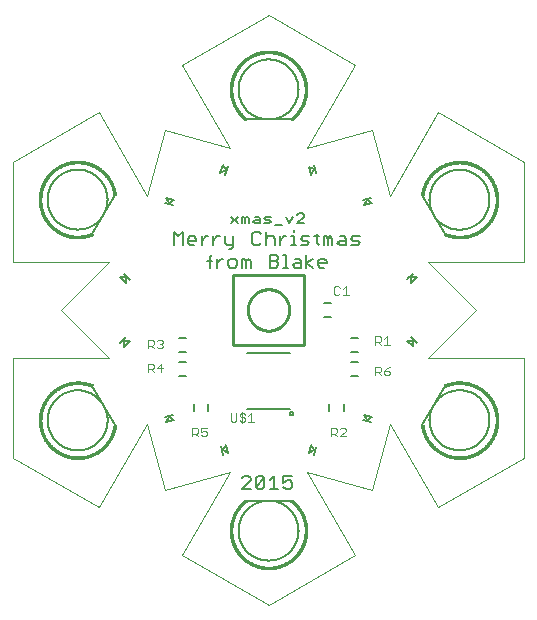
<source format=gto>
G75*
%MOIN*%
%OFA0B0*%
%FSLAX25Y25*%
%IPPOS*%
%LPD*%
%AMOC8*
5,1,8,0,0,1.08239X$1,22.5*
%
%ADD10C,0.00000*%
%ADD11C,0.00600*%
%ADD12C,0.00700*%
%ADD13C,0.00800*%
%ADD14C,0.00400*%
%ADD15C,0.00100*%
%ADD16C,0.00500*%
%ADD17C,0.01000*%
D10*
X0030359Y0034194D02*
X0046353Y0061896D01*
X0052207Y0040048D01*
X0074055Y0045902D01*
X0058061Y0018200D01*
X0086829Y0001591D01*
X0115597Y0018200D01*
X0099603Y0045902D01*
X0121452Y0040048D01*
X0127306Y0061896D01*
X0143300Y0034194D01*
X0172068Y0050803D01*
X0172068Y0084022D01*
X0140080Y0084022D01*
X0156074Y0100016D01*
X0140080Y0116010D01*
X0172068Y0116010D01*
X0172068Y0149228D01*
X0143300Y0165838D01*
X0127306Y0138135D01*
X0121452Y0159983D01*
X0099603Y0154129D01*
X0115597Y0181832D01*
X0086829Y0198441D01*
X0058061Y0181832D01*
X0074055Y0154129D01*
X0052207Y0159983D01*
X0046353Y0138135D01*
X0030359Y0165838D01*
X0001591Y0149228D01*
X0001591Y0116010D01*
X0033579Y0116010D01*
X0017585Y0100016D01*
X0033579Y0084022D01*
X0001591Y0084022D01*
X0001591Y0050803D01*
X0030359Y0034194D01*
D11*
X0013207Y0063244D02*
X0013210Y0063489D01*
X0013219Y0063735D01*
X0013234Y0063980D01*
X0013255Y0064224D01*
X0013282Y0064468D01*
X0013315Y0064711D01*
X0013354Y0064954D01*
X0013399Y0065195D01*
X0013450Y0065435D01*
X0013507Y0065674D01*
X0013569Y0065911D01*
X0013638Y0066147D01*
X0013712Y0066381D01*
X0013792Y0066613D01*
X0013877Y0066843D01*
X0013968Y0067071D01*
X0014065Y0067296D01*
X0014167Y0067520D01*
X0014275Y0067740D01*
X0014388Y0067958D01*
X0014506Y0068173D01*
X0014630Y0068385D01*
X0014758Y0068594D01*
X0014892Y0068800D01*
X0015031Y0069002D01*
X0015175Y0069201D01*
X0015324Y0069396D01*
X0015477Y0069588D01*
X0015635Y0069776D01*
X0015797Y0069960D01*
X0015965Y0070139D01*
X0016136Y0070315D01*
X0016312Y0070486D01*
X0016491Y0070654D01*
X0016675Y0070816D01*
X0016863Y0070974D01*
X0017055Y0071127D01*
X0017250Y0071276D01*
X0017449Y0071420D01*
X0017651Y0071559D01*
X0017857Y0071693D01*
X0018066Y0071821D01*
X0018278Y0071945D01*
X0018493Y0072063D01*
X0018711Y0072176D01*
X0018931Y0072284D01*
X0019155Y0072386D01*
X0019380Y0072483D01*
X0019608Y0072574D01*
X0019838Y0072659D01*
X0020070Y0072739D01*
X0020304Y0072813D01*
X0020540Y0072882D01*
X0020777Y0072944D01*
X0021016Y0073001D01*
X0021256Y0073052D01*
X0021497Y0073097D01*
X0021740Y0073136D01*
X0021983Y0073169D01*
X0022227Y0073196D01*
X0022471Y0073217D01*
X0022716Y0073232D01*
X0022962Y0073241D01*
X0023207Y0073244D01*
X0023452Y0073241D01*
X0023698Y0073232D01*
X0023943Y0073217D01*
X0024187Y0073196D01*
X0024431Y0073169D01*
X0024674Y0073136D01*
X0024917Y0073097D01*
X0025158Y0073052D01*
X0025398Y0073001D01*
X0025637Y0072944D01*
X0025874Y0072882D01*
X0026110Y0072813D01*
X0026344Y0072739D01*
X0026576Y0072659D01*
X0026806Y0072574D01*
X0027034Y0072483D01*
X0027259Y0072386D01*
X0027483Y0072284D01*
X0027703Y0072176D01*
X0027921Y0072063D01*
X0028136Y0071945D01*
X0028348Y0071821D01*
X0028557Y0071693D01*
X0028763Y0071559D01*
X0028965Y0071420D01*
X0029164Y0071276D01*
X0029359Y0071127D01*
X0029551Y0070974D01*
X0029739Y0070816D01*
X0029923Y0070654D01*
X0030102Y0070486D01*
X0030278Y0070315D01*
X0030449Y0070139D01*
X0030617Y0069960D01*
X0030779Y0069776D01*
X0030937Y0069588D01*
X0031090Y0069396D01*
X0031239Y0069201D01*
X0031383Y0069002D01*
X0031522Y0068800D01*
X0031656Y0068594D01*
X0031784Y0068385D01*
X0031908Y0068173D01*
X0032026Y0067958D01*
X0032139Y0067740D01*
X0032247Y0067520D01*
X0032349Y0067296D01*
X0032446Y0067071D01*
X0032537Y0066843D01*
X0032622Y0066613D01*
X0032702Y0066381D01*
X0032776Y0066147D01*
X0032845Y0065911D01*
X0032907Y0065674D01*
X0032964Y0065435D01*
X0033015Y0065195D01*
X0033060Y0064954D01*
X0033099Y0064711D01*
X0033132Y0064468D01*
X0033159Y0064224D01*
X0033180Y0063980D01*
X0033195Y0063735D01*
X0033204Y0063489D01*
X0033207Y0063244D01*
X0033204Y0062999D01*
X0033195Y0062753D01*
X0033180Y0062508D01*
X0033159Y0062264D01*
X0033132Y0062020D01*
X0033099Y0061777D01*
X0033060Y0061534D01*
X0033015Y0061293D01*
X0032964Y0061053D01*
X0032907Y0060814D01*
X0032845Y0060577D01*
X0032776Y0060341D01*
X0032702Y0060107D01*
X0032622Y0059875D01*
X0032537Y0059645D01*
X0032446Y0059417D01*
X0032349Y0059192D01*
X0032247Y0058968D01*
X0032139Y0058748D01*
X0032026Y0058530D01*
X0031908Y0058315D01*
X0031784Y0058103D01*
X0031656Y0057894D01*
X0031522Y0057688D01*
X0031383Y0057486D01*
X0031239Y0057287D01*
X0031090Y0057092D01*
X0030937Y0056900D01*
X0030779Y0056712D01*
X0030617Y0056528D01*
X0030449Y0056349D01*
X0030278Y0056173D01*
X0030102Y0056002D01*
X0029923Y0055834D01*
X0029739Y0055672D01*
X0029551Y0055514D01*
X0029359Y0055361D01*
X0029164Y0055212D01*
X0028965Y0055068D01*
X0028763Y0054929D01*
X0028557Y0054795D01*
X0028348Y0054667D01*
X0028136Y0054543D01*
X0027921Y0054425D01*
X0027703Y0054312D01*
X0027483Y0054204D01*
X0027259Y0054102D01*
X0027034Y0054005D01*
X0026806Y0053914D01*
X0026576Y0053829D01*
X0026344Y0053749D01*
X0026110Y0053675D01*
X0025874Y0053606D01*
X0025637Y0053544D01*
X0025398Y0053487D01*
X0025158Y0053436D01*
X0024917Y0053391D01*
X0024674Y0053352D01*
X0024431Y0053319D01*
X0024187Y0053292D01*
X0023943Y0053271D01*
X0023698Y0053256D01*
X0023452Y0053247D01*
X0023207Y0053244D01*
X0022962Y0053247D01*
X0022716Y0053256D01*
X0022471Y0053271D01*
X0022227Y0053292D01*
X0021983Y0053319D01*
X0021740Y0053352D01*
X0021497Y0053391D01*
X0021256Y0053436D01*
X0021016Y0053487D01*
X0020777Y0053544D01*
X0020540Y0053606D01*
X0020304Y0053675D01*
X0020070Y0053749D01*
X0019838Y0053829D01*
X0019608Y0053914D01*
X0019380Y0054005D01*
X0019155Y0054102D01*
X0018931Y0054204D01*
X0018711Y0054312D01*
X0018493Y0054425D01*
X0018278Y0054543D01*
X0018066Y0054667D01*
X0017857Y0054795D01*
X0017651Y0054929D01*
X0017449Y0055068D01*
X0017250Y0055212D01*
X0017055Y0055361D01*
X0016863Y0055514D01*
X0016675Y0055672D01*
X0016491Y0055834D01*
X0016312Y0056002D01*
X0016136Y0056173D01*
X0015965Y0056349D01*
X0015797Y0056528D01*
X0015635Y0056712D01*
X0015477Y0056900D01*
X0015324Y0057092D01*
X0015175Y0057287D01*
X0015031Y0057486D01*
X0014892Y0057688D01*
X0014758Y0057894D01*
X0014630Y0058103D01*
X0014506Y0058315D01*
X0014388Y0058530D01*
X0014275Y0058748D01*
X0014167Y0058968D01*
X0014065Y0059192D01*
X0013968Y0059417D01*
X0013877Y0059645D01*
X0013792Y0059875D01*
X0013712Y0060107D01*
X0013638Y0060341D01*
X0013569Y0060577D01*
X0013507Y0060814D01*
X0013450Y0061053D01*
X0013399Y0061293D01*
X0013354Y0061534D01*
X0013315Y0061777D01*
X0013282Y0062020D01*
X0013255Y0062264D01*
X0013234Y0062508D01*
X0013219Y0062753D01*
X0013210Y0062999D01*
X0013207Y0063244D01*
X0057105Y0077969D02*
X0059467Y0077969D01*
X0059467Y0082693D02*
X0057105Y0082693D01*
X0057105Y0085843D02*
X0059467Y0085843D01*
X0059467Y0090567D02*
X0057105Y0090567D01*
X0061829Y0068717D02*
X0061829Y0066354D01*
X0066554Y0066354D02*
X0066554Y0068717D01*
X0079731Y0067094D02*
X0093928Y0067094D01*
X0107105Y0066354D02*
X0107105Y0068717D01*
X0111829Y0068717D02*
X0111829Y0066354D01*
X0114191Y0077969D02*
X0116554Y0077969D01*
X0116554Y0082693D02*
X0114191Y0082693D01*
X0114191Y0085843D02*
X0116554Y0085843D01*
X0116554Y0090567D02*
X0114191Y0090567D01*
X0107695Y0097654D02*
X0105333Y0097654D01*
X0105333Y0102378D02*
X0107695Y0102378D01*
X0093928Y0085693D02*
X0079731Y0085693D01*
X0080190Y0128859D02*
X0080190Y0130561D01*
X0079623Y0131128D01*
X0079056Y0130561D01*
X0079056Y0128859D01*
X0077921Y0128859D02*
X0077921Y0131128D01*
X0078489Y0131128D01*
X0079056Y0130561D01*
X0076507Y0131128D02*
X0074238Y0128859D01*
X0074238Y0131128D02*
X0076507Y0128859D01*
X0081605Y0129426D02*
X0082172Y0129993D01*
X0083873Y0129993D01*
X0083873Y0130561D02*
X0083873Y0128859D01*
X0082172Y0128859D01*
X0081605Y0129426D01*
X0082172Y0131128D02*
X0083306Y0131128D01*
X0083873Y0130561D01*
X0085288Y0130561D02*
X0085855Y0129993D01*
X0086989Y0129993D01*
X0087556Y0129426D01*
X0086989Y0128859D01*
X0085288Y0128859D01*
X0085288Y0130561D02*
X0085855Y0131128D01*
X0087556Y0131128D01*
X0088971Y0128292D02*
X0091239Y0128292D01*
X0093788Y0128859D02*
X0092654Y0131128D01*
X0094923Y0131128D02*
X0093788Y0128859D01*
X0096337Y0128859D02*
X0098606Y0131128D01*
X0098606Y0131695D01*
X0098039Y0132262D01*
X0096904Y0132262D01*
X0096337Y0131695D01*
X0096337Y0128859D02*
X0098606Y0128859D01*
X0076829Y0173539D02*
X0076832Y0173784D01*
X0076841Y0174030D01*
X0076856Y0174275D01*
X0076877Y0174519D01*
X0076904Y0174763D01*
X0076937Y0175006D01*
X0076976Y0175249D01*
X0077021Y0175490D01*
X0077072Y0175730D01*
X0077129Y0175969D01*
X0077191Y0176206D01*
X0077260Y0176442D01*
X0077334Y0176676D01*
X0077414Y0176908D01*
X0077499Y0177138D01*
X0077590Y0177366D01*
X0077687Y0177591D01*
X0077789Y0177815D01*
X0077897Y0178035D01*
X0078010Y0178253D01*
X0078128Y0178468D01*
X0078252Y0178680D01*
X0078380Y0178889D01*
X0078514Y0179095D01*
X0078653Y0179297D01*
X0078797Y0179496D01*
X0078946Y0179691D01*
X0079099Y0179883D01*
X0079257Y0180071D01*
X0079419Y0180255D01*
X0079587Y0180434D01*
X0079758Y0180610D01*
X0079934Y0180781D01*
X0080113Y0180949D01*
X0080297Y0181111D01*
X0080485Y0181269D01*
X0080677Y0181422D01*
X0080872Y0181571D01*
X0081071Y0181715D01*
X0081273Y0181854D01*
X0081479Y0181988D01*
X0081688Y0182116D01*
X0081900Y0182240D01*
X0082115Y0182358D01*
X0082333Y0182471D01*
X0082553Y0182579D01*
X0082777Y0182681D01*
X0083002Y0182778D01*
X0083230Y0182869D01*
X0083460Y0182954D01*
X0083692Y0183034D01*
X0083926Y0183108D01*
X0084162Y0183177D01*
X0084399Y0183239D01*
X0084638Y0183296D01*
X0084878Y0183347D01*
X0085119Y0183392D01*
X0085362Y0183431D01*
X0085605Y0183464D01*
X0085849Y0183491D01*
X0086093Y0183512D01*
X0086338Y0183527D01*
X0086584Y0183536D01*
X0086829Y0183539D01*
X0087074Y0183536D01*
X0087320Y0183527D01*
X0087565Y0183512D01*
X0087809Y0183491D01*
X0088053Y0183464D01*
X0088296Y0183431D01*
X0088539Y0183392D01*
X0088780Y0183347D01*
X0089020Y0183296D01*
X0089259Y0183239D01*
X0089496Y0183177D01*
X0089732Y0183108D01*
X0089966Y0183034D01*
X0090198Y0182954D01*
X0090428Y0182869D01*
X0090656Y0182778D01*
X0090881Y0182681D01*
X0091105Y0182579D01*
X0091325Y0182471D01*
X0091543Y0182358D01*
X0091758Y0182240D01*
X0091970Y0182116D01*
X0092179Y0181988D01*
X0092385Y0181854D01*
X0092587Y0181715D01*
X0092786Y0181571D01*
X0092981Y0181422D01*
X0093173Y0181269D01*
X0093361Y0181111D01*
X0093545Y0180949D01*
X0093724Y0180781D01*
X0093900Y0180610D01*
X0094071Y0180434D01*
X0094239Y0180255D01*
X0094401Y0180071D01*
X0094559Y0179883D01*
X0094712Y0179691D01*
X0094861Y0179496D01*
X0095005Y0179297D01*
X0095144Y0179095D01*
X0095278Y0178889D01*
X0095406Y0178680D01*
X0095530Y0178468D01*
X0095648Y0178253D01*
X0095761Y0178035D01*
X0095869Y0177815D01*
X0095971Y0177591D01*
X0096068Y0177366D01*
X0096159Y0177138D01*
X0096244Y0176908D01*
X0096324Y0176676D01*
X0096398Y0176442D01*
X0096467Y0176206D01*
X0096529Y0175969D01*
X0096586Y0175730D01*
X0096637Y0175490D01*
X0096682Y0175249D01*
X0096721Y0175006D01*
X0096754Y0174763D01*
X0096781Y0174519D01*
X0096802Y0174275D01*
X0096817Y0174030D01*
X0096826Y0173784D01*
X0096829Y0173539D01*
X0096826Y0173294D01*
X0096817Y0173048D01*
X0096802Y0172803D01*
X0096781Y0172559D01*
X0096754Y0172315D01*
X0096721Y0172072D01*
X0096682Y0171829D01*
X0096637Y0171588D01*
X0096586Y0171348D01*
X0096529Y0171109D01*
X0096467Y0170872D01*
X0096398Y0170636D01*
X0096324Y0170402D01*
X0096244Y0170170D01*
X0096159Y0169940D01*
X0096068Y0169712D01*
X0095971Y0169487D01*
X0095869Y0169263D01*
X0095761Y0169043D01*
X0095648Y0168825D01*
X0095530Y0168610D01*
X0095406Y0168398D01*
X0095278Y0168189D01*
X0095144Y0167983D01*
X0095005Y0167781D01*
X0094861Y0167582D01*
X0094712Y0167387D01*
X0094559Y0167195D01*
X0094401Y0167007D01*
X0094239Y0166823D01*
X0094071Y0166644D01*
X0093900Y0166468D01*
X0093724Y0166297D01*
X0093545Y0166129D01*
X0093361Y0165967D01*
X0093173Y0165809D01*
X0092981Y0165656D01*
X0092786Y0165507D01*
X0092587Y0165363D01*
X0092385Y0165224D01*
X0092179Y0165090D01*
X0091970Y0164962D01*
X0091758Y0164838D01*
X0091543Y0164720D01*
X0091325Y0164607D01*
X0091105Y0164499D01*
X0090881Y0164397D01*
X0090656Y0164300D01*
X0090428Y0164209D01*
X0090198Y0164124D01*
X0089966Y0164044D01*
X0089732Y0163970D01*
X0089496Y0163901D01*
X0089259Y0163839D01*
X0089020Y0163782D01*
X0088780Y0163731D01*
X0088539Y0163686D01*
X0088296Y0163647D01*
X0088053Y0163614D01*
X0087809Y0163587D01*
X0087565Y0163566D01*
X0087320Y0163551D01*
X0087074Y0163542D01*
X0086829Y0163539D01*
X0086584Y0163542D01*
X0086338Y0163551D01*
X0086093Y0163566D01*
X0085849Y0163587D01*
X0085605Y0163614D01*
X0085362Y0163647D01*
X0085119Y0163686D01*
X0084878Y0163731D01*
X0084638Y0163782D01*
X0084399Y0163839D01*
X0084162Y0163901D01*
X0083926Y0163970D01*
X0083692Y0164044D01*
X0083460Y0164124D01*
X0083230Y0164209D01*
X0083002Y0164300D01*
X0082777Y0164397D01*
X0082553Y0164499D01*
X0082333Y0164607D01*
X0082115Y0164720D01*
X0081900Y0164838D01*
X0081688Y0164962D01*
X0081479Y0165090D01*
X0081273Y0165224D01*
X0081071Y0165363D01*
X0080872Y0165507D01*
X0080677Y0165656D01*
X0080485Y0165809D01*
X0080297Y0165967D01*
X0080113Y0166129D01*
X0079934Y0166297D01*
X0079758Y0166468D01*
X0079587Y0166644D01*
X0079419Y0166823D01*
X0079257Y0167007D01*
X0079099Y0167195D01*
X0078946Y0167387D01*
X0078797Y0167582D01*
X0078653Y0167781D01*
X0078514Y0167983D01*
X0078380Y0168189D01*
X0078252Y0168398D01*
X0078128Y0168610D01*
X0078010Y0168825D01*
X0077897Y0169043D01*
X0077789Y0169263D01*
X0077687Y0169487D01*
X0077590Y0169712D01*
X0077499Y0169940D01*
X0077414Y0170170D01*
X0077334Y0170402D01*
X0077260Y0170636D01*
X0077191Y0170872D01*
X0077129Y0171109D01*
X0077072Y0171348D01*
X0077021Y0171588D01*
X0076976Y0171829D01*
X0076937Y0172072D01*
X0076904Y0172315D01*
X0076877Y0172559D01*
X0076856Y0172803D01*
X0076841Y0173048D01*
X0076832Y0173294D01*
X0076829Y0173539D01*
X0013168Y0136827D02*
X0013171Y0137072D01*
X0013180Y0137318D01*
X0013195Y0137563D01*
X0013216Y0137807D01*
X0013243Y0138051D01*
X0013276Y0138294D01*
X0013315Y0138537D01*
X0013360Y0138778D01*
X0013411Y0139018D01*
X0013468Y0139257D01*
X0013530Y0139494D01*
X0013599Y0139730D01*
X0013673Y0139964D01*
X0013753Y0140196D01*
X0013838Y0140426D01*
X0013929Y0140654D01*
X0014026Y0140879D01*
X0014128Y0141103D01*
X0014236Y0141323D01*
X0014349Y0141541D01*
X0014467Y0141756D01*
X0014591Y0141968D01*
X0014719Y0142177D01*
X0014853Y0142383D01*
X0014992Y0142585D01*
X0015136Y0142784D01*
X0015285Y0142979D01*
X0015438Y0143171D01*
X0015596Y0143359D01*
X0015758Y0143543D01*
X0015926Y0143722D01*
X0016097Y0143898D01*
X0016273Y0144069D01*
X0016452Y0144237D01*
X0016636Y0144399D01*
X0016824Y0144557D01*
X0017016Y0144710D01*
X0017211Y0144859D01*
X0017410Y0145003D01*
X0017612Y0145142D01*
X0017818Y0145276D01*
X0018027Y0145404D01*
X0018239Y0145528D01*
X0018454Y0145646D01*
X0018672Y0145759D01*
X0018892Y0145867D01*
X0019116Y0145969D01*
X0019341Y0146066D01*
X0019569Y0146157D01*
X0019799Y0146242D01*
X0020031Y0146322D01*
X0020265Y0146396D01*
X0020501Y0146465D01*
X0020738Y0146527D01*
X0020977Y0146584D01*
X0021217Y0146635D01*
X0021458Y0146680D01*
X0021701Y0146719D01*
X0021944Y0146752D01*
X0022188Y0146779D01*
X0022432Y0146800D01*
X0022677Y0146815D01*
X0022923Y0146824D01*
X0023168Y0146827D01*
X0023413Y0146824D01*
X0023659Y0146815D01*
X0023904Y0146800D01*
X0024148Y0146779D01*
X0024392Y0146752D01*
X0024635Y0146719D01*
X0024878Y0146680D01*
X0025119Y0146635D01*
X0025359Y0146584D01*
X0025598Y0146527D01*
X0025835Y0146465D01*
X0026071Y0146396D01*
X0026305Y0146322D01*
X0026537Y0146242D01*
X0026767Y0146157D01*
X0026995Y0146066D01*
X0027220Y0145969D01*
X0027444Y0145867D01*
X0027664Y0145759D01*
X0027882Y0145646D01*
X0028097Y0145528D01*
X0028309Y0145404D01*
X0028518Y0145276D01*
X0028724Y0145142D01*
X0028926Y0145003D01*
X0029125Y0144859D01*
X0029320Y0144710D01*
X0029512Y0144557D01*
X0029700Y0144399D01*
X0029884Y0144237D01*
X0030063Y0144069D01*
X0030239Y0143898D01*
X0030410Y0143722D01*
X0030578Y0143543D01*
X0030740Y0143359D01*
X0030898Y0143171D01*
X0031051Y0142979D01*
X0031200Y0142784D01*
X0031344Y0142585D01*
X0031483Y0142383D01*
X0031617Y0142177D01*
X0031745Y0141968D01*
X0031869Y0141756D01*
X0031987Y0141541D01*
X0032100Y0141323D01*
X0032208Y0141103D01*
X0032310Y0140879D01*
X0032407Y0140654D01*
X0032498Y0140426D01*
X0032583Y0140196D01*
X0032663Y0139964D01*
X0032737Y0139730D01*
X0032806Y0139494D01*
X0032868Y0139257D01*
X0032925Y0139018D01*
X0032976Y0138778D01*
X0033021Y0138537D01*
X0033060Y0138294D01*
X0033093Y0138051D01*
X0033120Y0137807D01*
X0033141Y0137563D01*
X0033156Y0137318D01*
X0033165Y0137072D01*
X0033168Y0136827D01*
X0033165Y0136582D01*
X0033156Y0136336D01*
X0033141Y0136091D01*
X0033120Y0135847D01*
X0033093Y0135603D01*
X0033060Y0135360D01*
X0033021Y0135117D01*
X0032976Y0134876D01*
X0032925Y0134636D01*
X0032868Y0134397D01*
X0032806Y0134160D01*
X0032737Y0133924D01*
X0032663Y0133690D01*
X0032583Y0133458D01*
X0032498Y0133228D01*
X0032407Y0133000D01*
X0032310Y0132775D01*
X0032208Y0132551D01*
X0032100Y0132331D01*
X0031987Y0132113D01*
X0031869Y0131898D01*
X0031745Y0131686D01*
X0031617Y0131477D01*
X0031483Y0131271D01*
X0031344Y0131069D01*
X0031200Y0130870D01*
X0031051Y0130675D01*
X0030898Y0130483D01*
X0030740Y0130295D01*
X0030578Y0130111D01*
X0030410Y0129932D01*
X0030239Y0129756D01*
X0030063Y0129585D01*
X0029884Y0129417D01*
X0029700Y0129255D01*
X0029512Y0129097D01*
X0029320Y0128944D01*
X0029125Y0128795D01*
X0028926Y0128651D01*
X0028724Y0128512D01*
X0028518Y0128378D01*
X0028309Y0128250D01*
X0028097Y0128126D01*
X0027882Y0128008D01*
X0027664Y0127895D01*
X0027444Y0127787D01*
X0027220Y0127685D01*
X0026995Y0127588D01*
X0026767Y0127497D01*
X0026537Y0127412D01*
X0026305Y0127332D01*
X0026071Y0127258D01*
X0025835Y0127189D01*
X0025598Y0127127D01*
X0025359Y0127070D01*
X0025119Y0127019D01*
X0024878Y0126974D01*
X0024635Y0126935D01*
X0024392Y0126902D01*
X0024148Y0126875D01*
X0023904Y0126854D01*
X0023659Y0126839D01*
X0023413Y0126830D01*
X0023168Y0126827D01*
X0022923Y0126830D01*
X0022677Y0126839D01*
X0022432Y0126854D01*
X0022188Y0126875D01*
X0021944Y0126902D01*
X0021701Y0126935D01*
X0021458Y0126974D01*
X0021217Y0127019D01*
X0020977Y0127070D01*
X0020738Y0127127D01*
X0020501Y0127189D01*
X0020265Y0127258D01*
X0020031Y0127332D01*
X0019799Y0127412D01*
X0019569Y0127497D01*
X0019341Y0127588D01*
X0019116Y0127685D01*
X0018892Y0127787D01*
X0018672Y0127895D01*
X0018454Y0128008D01*
X0018239Y0128126D01*
X0018027Y0128250D01*
X0017818Y0128378D01*
X0017612Y0128512D01*
X0017410Y0128651D01*
X0017211Y0128795D01*
X0017016Y0128944D01*
X0016824Y0129097D01*
X0016636Y0129255D01*
X0016452Y0129417D01*
X0016273Y0129585D01*
X0016097Y0129756D01*
X0015926Y0129932D01*
X0015758Y0130111D01*
X0015596Y0130295D01*
X0015438Y0130483D01*
X0015285Y0130675D01*
X0015136Y0130870D01*
X0014992Y0131069D01*
X0014853Y0131271D01*
X0014719Y0131477D01*
X0014591Y0131686D01*
X0014467Y0131898D01*
X0014349Y0132113D01*
X0014236Y0132331D01*
X0014128Y0132551D01*
X0014026Y0132775D01*
X0013929Y0133000D01*
X0013838Y0133228D01*
X0013753Y0133458D01*
X0013673Y0133690D01*
X0013599Y0133924D01*
X0013530Y0134160D01*
X0013468Y0134397D01*
X0013411Y0134636D01*
X0013360Y0134876D01*
X0013315Y0135117D01*
X0013276Y0135360D01*
X0013243Y0135603D01*
X0013216Y0135847D01*
X0013195Y0136091D01*
X0013180Y0136336D01*
X0013171Y0136582D01*
X0013168Y0136827D01*
X0076829Y0026492D02*
X0076832Y0026737D01*
X0076841Y0026983D01*
X0076856Y0027228D01*
X0076877Y0027472D01*
X0076904Y0027716D01*
X0076937Y0027959D01*
X0076976Y0028202D01*
X0077021Y0028443D01*
X0077072Y0028683D01*
X0077129Y0028922D01*
X0077191Y0029159D01*
X0077260Y0029395D01*
X0077334Y0029629D01*
X0077414Y0029861D01*
X0077499Y0030091D01*
X0077590Y0030319D01*
X0077687Y0030544D01*
X0077789Y0030768D01*
X0077897Y0030988D01*
X0078010Y0031206D01*
X0078128Y0031421D01*
X0078252Y0031633D01*
X0078380Y0031842D01*
X0078514Y0032048D01*
X0078653Y0032250D01*
X0078797Y0032449D01*
X0078946Y0032644D01*
X0079099Y0032836D01*
X0079257Y0033024D01*
X0079419Y0033208D01*
X0079587Y0033387D01*
X0079758Y0033563D01*
X0079934Y0033734D01*
X0080113Y0033902D01*
X0080297Y0034064D01*
X0080485Y0034222D01*
X0080677Y0034375D01*
X0080872Y0034524D01*
X0081071Y0034668D01*
X0081273Y0034807D01*
X0081479Y0034941D01*
X0081688Y0035069D01*
X0081900Y0035193D01*
X0082115Y0035311D01*
X0082333Y0035424D01*
X0082553Y0035532D01*
X0082777Y0035634D01*
X0083002Y0035731D01*
X0083230Y0035822D01*
X0083460Y0035907D01*
X0083692Y0035987D01*
X0083926Y0036061D01*
X0084162Y0036130D01*
X0084399Y0036192D01*
X0084638Y0036249D01*
X0084878Y0036300D01*
X0085119Y0036345D01*
X0085362Y0036384D01*
X0085605Y0036417D01*
X0085849Y0036444D01*
X0086093Y0036465D01*
X0086338Y0036480D01*
X0086584Y0036489D01*
X0086829Y0036492D01*
X0087074Y0036489D01*
X0087320Y0036480D01*
X0087565Y0036465D01*
X0087809Y0036444D01*
X0088053Y0036417D01*
X0088296Y0036384D01*
X0088539Y0036345D01*
X0088780Y0036300D01*
X0089020Y0036249D01*
X0089259Y0036192D01*
X0089496Y0036130D01*
X0089732Y0036061D01*
X0089966Y0035987D01*
X0090198Y0035907D01*
X0090428Y0035822D01*
X0090656Y0035731D01*
X0090881Y0035634D01*
X0091105Y0035532D01*
X0091325Y0035424D01*
X0091543Y0035311D01*
X0091758Y0035193D01*
X0091970Y0035069D01*
X0092179Y0034941D01*
X0092385Y0034807D01*
X0092587Y0034668D01*
X0092786Y0034524D01*
X0092981Y0034375D01*
X0093173Y0034222D01*
X0093361Y0034064D01*
X0093545Y0033902D01*
X0093724Y0033734D01*
X0093900Y0033563D01*
X0094071Y0033387D01*
X0094239Y0033208D01*
X0094401Y0033024D01*
X0094559Y0032836D01*
X0094712Y0032644D01*
X0094861Y0032449D01*
X0095005Y0032250D01*
X0095144Y0032048D01*
X0095278Y0031842D01*
X0095406Y0031633D01*
X0095530Y0031421D01*
X0095648Y0031206D01*
X0095761Y0030988D01*
X0095869Y0030768D01*
X0095971Y0030544D01*
X0096068Y0030319D01*
X0096159Y0030091D01*
X0096244Y0029861D01*
X0096324Y0029629D01*
X0096398Y0029395D01*
X0096467Y0029159D01*
X0096529Y0028922D01*
X0096586Y0028683D01*
X0096637Y0028443D01*
X0096682Y0028202D01*
X0096721Y0027959D01*
X0096754Y0027716D01*
X0096781Y0027472D01*
X0096802Y0027228D01*
X0096817Y0026983D01*
X0096826Y0026737D01*
X0096829Y0026492D01*
X0096826Y0026247D01*
X0096817Y0026001D01*
X0096802Y0025756D01*
X0096781Y0025512D01*
X0096754Y0025268D01*
X0096721Y0025025D01*
X0096682Y0024782D01*
X0096637Y0024541D01*
X0096586Y0024301D01*
X0096529Y0024062D01*
X0096467Y0023825D01*
X0096398Y0023589D01*
X0096324Y0023355D01*
X0096244Y0023123D01*
X0096159Y0022893D01*
X0096068Y0022665D01*
X0095971Y0022440D01*
X0095869Y0022216D01*
X0095761Y0021996D01*
X0095648Y0021778D01*
X0095530Y0021563D01*
X0095406Y0021351D01*
X0095278Y0021142D01*
X0095144Y0020936D01*
X0095005Y0020734D01*
X0094861Y0020535D01*
X0094712Y0020340D01*
X0094559Y0020148D01*
X0094401Y0019960D01*
X0094239Y0019776D01*
X0094071Y0019597D01*
X0093900Y0019421D01*
X0093724Y0019250D01*
X0093545Y0019082D01*
X0093361Y0018920D01*
X0093173Y0018762D01*
X0092981Y0018609D01*
X0092786Y0018460D01*
X0092587Y0018316D01*
X0092385Y0018177D01*
X0092179Y0018043D01*
X0091970Y0017915D01*
X0091758Y0017791D01*
X0091543Y0017673D01*
X0091325Y0017560D01*
X0091105Y0017452D01*
X0090881Y0017350D01*
X0090656Y0017253D01*
X0090428Y0017162D01*
X0090198Y0017077D01*
X0089966Y0016997D01*
X0089732Y0016923D01*
X0089496Y0016854D01*
X0089259Y0016792D01*
X0089020Y0016735D01*
X0088780Y0016684D01*
X0088539Y0016639D01*
X0088296Y0016600D01*
X0088053Y0016567D01*
X0087809Y0016540D01*
X0087565Y0016519D01*
X0087320Y0016504D01*
X0087074Y0016495D01*
X0086829Y0016492D01*
X0086584Y0016495D01*
X0086338Y0016504D01*
X0086093Y0016519D01*
X0085849Y0016540D01*
X0085605Y0016567D01*
X0085362Y0016600D01*
X0085119Y0016639D01*
X0084878Y0016684D01*
X0084638Y0016735D01*
X0084399Y0016792D01*
X0084162Y0016854D01*
X0083926Y0016923D01*
X0083692Y0016997D01*
X0083460Y0017077D01*
X0083230Y0017162D01*
X0083002Y0017253D01*
X0082777Y0017350D01*
X0082553Y0017452D01*
X0082333Y0017560D01*
X0082115Y0017673D01*
X0081900Y0017791D01*
X0081688Y0017915D01*
X0081479Y0018043D01*
X0081273Y0018177D01*
X0081071Y0018316D01*
X0080872Y0018460D01*
X0080677Y0018609D01*
X0080485Y0018762D01*
X0080297Y0018920D01*
X0080113Y0019082D01*
X0079934Y0019250D01*
X0079758Y0019421D01*
X0079587Y0019597D01*
X0079419Y0019776D01*
X0079257Y0019960D01*
X0079099Y0020148D01*
X0078946Y0020340D01*
X0078797Y0020535D01*
X0078653Y0020734D01*
X0078514Y0020936D01*
X0078380Y0021142D01*
X0078252Y0021351D01*
X0078128Y0021563D01*
X0078010Y0021778D01*
X0077897Y0021996D01*
X0077789Y0022216D01*
X0077687Y0022440D01*
X0077590Y0022665D01*
X0077499Y0022893D01*
X0077414Y0023123D01*
X0077334Y0023355D01*
X0077260Y0023589D01*
X0077191Y0023825D01*
X0077129Y0024062D01*
X0077072Y0024301D01*
X0077021Y0024541D01*
X0076976Y0024782D01*
X0076937Y0025025D01*
X0076904Y0025268D01*
X0076877Y0025512D01*
X0076856Y0025756D01*
X0076841Y0026001D01*
X0076832Y0026247D01*
X0076829Y0026492D01*
X0140491Y0063264D02*
X0140494Y0063509D01*
X0140503Y0063755D01*
X0140518Y0064000D01*
X0140539Y0064244D01*
X0140566Y0064488D01*
X0140599Y0064731D01*
X0140638Y0064974D01*
X0140683Y0065215D01*
X0140734Y0065455D01*
X0140791Y0065694D01*
X0140853Y0065931D01*
X0140922Y0066167D01*
X0140996Y0066401D01*
X0141076Y0066633D01*
X0141161Y0066863D01*
X0141252Y0067091D01*
X0141349Y0067316D01*
X0141451Y0067540D01*
X0141559Y0067760D01*
X0141672Y0067978D01*
X0141790Y0068193D01*
X0141914Y0068405D01*
X0142042Y0068614D01*
X0142176Y0068820D01*
X0142315Y0069022D01*
X0142459Y0069221D01*
X0142608Y0069416D01*
X0142761Y0069608D01*
X0142919Y0069796D01*
X0143081Y0069980D01*
X0143249Y0070159D01*
X0143420Y0070335D01*
X0143596Y0070506D01*
X0143775Y0070674D01*
X0143959Y0070836D01*
X0144147Y0070994D01*
X0144339Y0071147D01*
X0144534Y0071296D01*
X0144733Y0071440D01*
X0144935Y0071579D01*
X0145141Y0071713D01*
X0145350Y0071841D01*
X0145562Y0071965D01*
X0145777Y0072083D01*
X0145995Y0072196D01*
X0146215Y0072304D01*
X0146439Y0072406D01*
X0146664Y0072503D01*
X0146892Y0072594D01*
X0147122Y0072679D01*
X0147354Y0072759D01*
X0147588Y0072833D01*
X0147824Y0072902D01*
X0148061Y0072964D01*
X0148300Y0073021D01*
X0148540Y0073072D01*
X0148781Y0073117D01*
X0149024Y0073156D01*
X0149267Y0073189D01*
X0149511Y0073216D01*
X0149755Y0073237D01*
X0150000Y0073252D01*
X0150246Y0073261D01*
X0150491Y0073264D01*
X0150736Y0073261D01*
X0150982Y0073252D01*
X0151227Y0073237D01*
X0151471Y0073216D01*
X0151715Y0073189D01*
X0151958Y0073156D01*
X0152201Y0073117D01*
X0152442Y0073072D01*
X0152682Y0073021D01*
X0152921Y0072964D01*
X0153158Y0072902D01*
X0153394Y0072833D01*
X0153628Y0072759D01*
X0153860Y0072679D01*
X0154090Y0072594D01*
X0154318Y0072503D01*
X0154543Y0072406D01*
X0154767Y0072304D01*
X0154987Y0072196D01*
X0155205Y0072083D01*
X0155420Y0071965D01*
X0155632Y0071841D01*
X0155841Y0071713D01*
X0156047Y0071579D01*
X0156249Y0071440D01*
X0156448Y0071296D01*
X0156643Y0071147D01*
X0156835Y0070994D01*
X0157023Y0070836D01*
X0157207Y0070674D01*
X0157386Y0070506D01*
X0157562Y0070335D01*
X0157733Y0070159D01*
X0157901Y0069980D01*
X0158063Y0069796D01*
X0158221Y0069608D01*
X0158374Y0069416D01*
X0158523Y0069221D01*
X0158667Y0069022D01*
X0158806Y0068820D01*
X0158940Y0068614D01*
X0159068Y0068405D01*
X0159192Y0068193D01*
X0159310Y0067978D01*
X0159423Y0067760D01*
X0159531Y0067540D01*
X0159633Y0067316D01*
X0159730Y0067091D01*
X0159821Y0066863D01*
X0159906Y0066633D01*
X0159986Y0066401D01*
X0160060Y0066167D01*
X0160129Y0065931D01*
X0160191Y0065694D01*
X0160248Y0065455D01*
X0160299Y0065215D01*
X0160344Y0064974D01*
X0160383Y0064731D01*
X0160416Y0064488D01*
X0160443Y0064244D01*
X0160464Y0064000D01*
X0160479Y0063755D01*
X0160488Y0063509D01*
X0160491Y0063264D01*
X0160488Y0063019D01*
X0160479Y0062773D01*
X0160464Y0062528D01*
X0160443Y0062284D01*
X0160416Y0062040D01*
X0160383Y0061797D01*
X0160344Y0061554D01*
X0160299Y0061313D01*
X0160248Y0061073D01*
X0160191Y0060834D01*
X0160129Y0060597D01*
X0160060Y0060361D01*
X0159986Y0060127D01*
X0159906Y0059895D01*
X0159821Y0059665D01*
X0159730Y0059437D01*
X0159633Y0059212D01*
X0159531Y0058988D01*
X0159423Y0058768D01*
X0159310Y0058550D01*
X0159192Y0058335D01*
X0159068Y0058123D01*
X0158940Y0057914D01*
X0158806Y0057708D01*
X0158667Y0057506D01*
X0158523Y0057307D01*
X0158374Y0057112D01*
X0158221Y0056920D01*
X0158063Y0056732D01*
X0157901Y0056548D01*
X0157733Y0056369D01*
X0157562Y0056193D01*
X0157386Y0056022D01*
X0157207Y0055854D01*
X0157023Y0055692D01*
X0156835Y0055534D01*
X0156643Y0055381D01*
X0156448Y0055232D01*
X0156249Y0055088D01*
X0156047Y0054949D01*
X0155841Y0054815D01*
X0155632Y0054687D01*
X0155420Y0054563D01*
X0155205Y0054445D01*
X0154987Y0054332D01*
X0154767Y0054224D01*
X0154543Y0054122D01*
X0154318Y0054025D01*
X0154090Y0053934D01*
X0153860Y0053849D01*
X0153628Y0053769D01*
X0153394Y0053695D01*
X0153158Y0053626D01*
X0152921Y0053564D01*
X0152682Y0053507D01*
X0152442Y0053456D01*
X0152201Y0053411D01*
X0151958Y0053372D01*
X0151715Y0053339D01*
X0151471Y0053312D01*
X0151227Y0053291D01*
X0150982Y0053276D01*
X0150736Y0053267D01*
X0150491Y0053264D01*
X0150246Y0053267D01*
X0150000Y0053276D01*
X0149755Y0053291D01*
X0149511Y0053312D01*
X0149267Y0053339D01*
X0149024Y0053372D01*
X0148781Y0053411D01*
X0148540Y0053456D01*
X0148300Y0053507D01*
X0148061Y0053564D01*
X0147824Y0053626D01*
X0147588Y0053695D01*
X0147354Y0053769D01*
X0147122Y0053849D01*
X0146892Y0053934D01*
X0146664Y0054025D01*
X0146439Y0054122D01*
X0146215Y0054224D01*
X0145995Y0054332D01*
X0145777Y0054445D01*
X0145562Y0054563D01*
X0145350Y0054687D01*
X0145141Y0054815D01*
X0144935Y0054949D01*
X0144733Y0055088D01*
X0144534Y0055232D01*
X0144339Y0055381D01*
X0144147Y0055534D01*
X0143959Y0055692D01*
X0143775Y0055854D01*
X0143596Y0056022D01*
X0143420Y0056193D01*
X0143249Y0056369D01*
X0143081Y0056548D01*
X0142919Y0056732D01*
X0142761Y0056920D01*
X0142608Y0057112D01*
X0142459Y0057307D01*
X0142315Y0057506D01*
X0142176Y0057708D01*
X0142042Y0057914D01*
X0141914Y0058123D01*
X0141790Y0058335D01*
X0141672Y0058550D01*
X0141559Y0058768D01*
X0141451Y0058988D01*
X0141349Y0059212D01*
X0141252Y0059437D01*
X0141161Y0059665D01*
X0141076Y0059895D01*
X0140996Y0060127D01*
X0140922Y0060361D01*
X0140853Y0060597D01*
X0140791Y0060834D01*
X0140734Y0061073D01*
X0140683Y0061313D01*
X0140638Y0061554D01*
X0140599Y0061797D01*
X0140566Y0062040D01*
X0140539Y0062284D01*
X0140518Y0062528D01*
X0140503Y0062773D01*
X0140494Y0063019D01*
X0140491Y0063264D01*
X0140491Y0136787D02*
X0140494Y0137032D01*
X0140503Y0137278D01*
X0140518Y0137523D01*
X0140539Y0137767D01*
X0140566Y0138011D01*
X0140599Y0138254D01*
X0140638Y0138497D01*
X0140683Y0138738D01*
X0140734Y0138978D01*
X0140791Y0139217D01*
X0140853Y0139454D01*
X0140922Y0139690D01*
X0140996Y0139924D01*
X0141076Y0140156D01*
X0141161Y0140386D01*
X0141252Y0140614D01*
X0141349Y0140839D01*
X0141451Y0141063D01*
X0141559Y0141283D01*
X0141672Y0141501D01*
X0141790Y0141716D01*
X0141914Y0141928D01*
X0142042Y0142137D01*
X0142176Y0142343D01*
X0142315Y0142545D01*
X0142459Y0142744D01*
X0142608Y0142939D01*
X0142761Y0143131D01*
X0142919Y0143319D01*
X0143081Y0143503D01*
X0143249Y0143682D01*
X0143420Y0143858D01*
X0143596Y0144029D01*
X0143775Y0144197D01*
X0143959Y0144359D01*
X0144147Y0144517D01*
X0144339Y0144670D01*
X0144534Y0144819D01*
X0144733Y0144963D01*
X0144935Y0145102D01*
X0145141Y0145236D01*
X0145350Y0145364D01*
X0145562Y0145488D01*
X0145777Y0145606D01*
X0145995Y0145719D01*
X0146215Y0145827D01*
X0146439Y0145929D01*
X0146664Y0146026D01*
X0146892Y0146117D01*
X0147122Y0146202D01*
X0147354Y0146282D01*
X0147588Y0146356D01*
X0147824Y0146425D01*
X0148061Y0146487D01*
X0148300Y0146544D01*
X0148540Y0146595D01*
X0148781Y0146640D01*
X0149024Y0146679D01*
X0149267Y0146712D01*
X0149511Y0146739D01*
X0149755Y0146760D01*
X0150000Y0146775D01*
X0150246Y0146784D01*
X0150491Y0146787D01*
X0150736Y0146784D01*
X0150982Y0146775D01*
X0151227Y0146760D01*
X0151471Y0146739D01*
X0151715Y0146712D01*
X0151958Y0146679D01*
X0152201Y0146640D01*
X0152442Y0146595D01*
X0152682Y0146544D01*
X0152921Y0146487D01*
X0153158Y0146425D01*
X0153394Y0146356D01*
X0153628Y0146282D01*
X0153860Y0146202D01*
X0154090Y0146117D01*
X0154318Y0146026D01*
X0154543Y0145929D01*
X0154767Y0145827D01*
X0154987Y0145719D01*
X0155205Y0145606D01*
X0155420Y0145488D01*
X0155632Y0145364D01*
X0155841Y0145236D01*
X0156047Y0145102D01*
X0156249Y0144963D01*
X0156448Y0144819D01*
X0156643Y0144670D01*
X0156835Y0144517D01*
X0157023Y0144359D01*
X0157207Y0144197D01*
X0157386Y0144029D01*
X0157562Y0143858D01*
X0157733Y0143682D01*
X0157901Y0143503D01*
X0158063Y0143319D01*
X0158221Y0143131D01*
X0158374Y0142939D01*
X0158523Y0142744D01*
X0158667Y0142545D01*
X0158806Y0142343D01*
X0158940Y0142137D01*
X0159068Y0141928D01*
X0159192Y0141716D01*
X0159310Y0141501D01*
X0159423Y0141283D01*
X0159531Y0141063D01*
X0159633Y0140839D01*
X0159730Y0140614D01*
X0159821Y0140386D01*
X0159906Y0140156D01*
X0159986Y0139924D01*
X0160060Y0139690D01*
X0160129Y0139454D01*
X0160191Y0139217D01*
X0160248Y0138978D01*
X0160299Y0138738D01*
X0160344Y0138497D01*
X0160383Y0138254D01*
X0160416Y0138011D01*
X0160443Y0137767D01*
X0160464Y0137523D01*
X0160479Y0137278D01*
X0160488Y0137032D01*
X0160491Y0136787D01*
X0160488Y0136542D01*
X0160479Y0136296D01*
X0160464Y0136051D01*
X0160443Y0135807D01*
X0160416Y0135563D01*
X0160383Y0135320D01*
X0160344Y0135077D01*
X0160299Y0134836D01*
X0160248Y0134596D01*
X0160191Y0134357D01*
X0160129Y0134120D01*
X0160060Y0133884D01*
X0159986Y0133650D01*
X0159906Y0133418D01*
X0159821Y0133188D01*
X0159730Y0132960D01*
X0159633Y0132735D01*
X0159531Y0132511D01*
X0159423Y0132291D01*
X0159310Y0132073D01*
X0159192Y0131858D01*
X0159068Y0131646D01*
X0158940Y0131437D01*
X0158806Y0131231D01*
X0158667Y0131029D01*
X0158523Y0130830D01*
X0158374Y0130635D01*
X0158221Y0130443D01*
X0158063Y0130255D01*
X0157901Y0130071D01*
X0157733Y0129892D01*
X0157562Y0129716D01*
X0157386Y0129545D01*
X0157207Y0129377D01*
X0157023Y0129215D01*
X0156835Y0129057D01*
X0156643Y0128904D01*
X0156448Y0128755D01*
X0156249Y0128611D01*
X0156047Y0128472D01*
X0155841Y0128338D01*
X0155632Y0128210D01*
X0155420Y0128086D01*
X0155205Y0127968D01*
X0154987Y0127855D01*
X0154767Y0127747D01*
X0154543Y0127645D01*
X0154318Y0127548D01*
X0154090Y0127457D01*
X0153860Y0127372D01*
X0153628Y0127292D01*
X0153394Y0127218D01*
X0153158Y0127149D01*
X0152921Y0127087D01*
X0152682Y0127030D01*
X0152442Y0126979D01*
X0152201Y0126934D01*
X0151958Y0126895D01*
X0151715Y0126862D01*
X0151471Y0126835D01*
X0151227Y0126814D01*
X0150982Y0126799D01*
X0150736Y0126790D01*
X0150491Y0126787D01*
X0150246Y0126790D01*
X0150000Y0126799D01*
X0149755Y0126814D01*
X0149511Y0126835D01*
X0149267Y0126862D01*
X0149024Y0126895D01*
X0148781Y0126934D01*
X0148540Y0126979D01*
X0148300Y0127030D01*
X0148061Y0127087D01*
X0147824Y0127149D01*
X0147588Y0127218D01*
X0147354Y0127292D01*
X0147122Y0127372D01*
X0146892Y0127457D01*
X0146664Y0127548D01*
X0146439Y0127645D01*
X0146215Y0127747D01*
X0145995Y0127855D01*
X0145777Y0127968D01*
X0145562Y0128086D01*
X0145350Y0128210D01*
X0145141Y0128338D01*
X0144935Y0128472D01*
X0144733Y0128611D01*
X0144534Y0128755D01*
X0144339Y0128904D01*
X0144147Y0129057D01*
X0143959Y0129215D01*
X0143775Y0129377D01*
X0143596Y0129545D01*
X0143420Y0129716D01*
X0143249Y0129892D01*
X0143081Y0130071D01*
X0142919Y0130255D01*
X0142761Y0130443D01*
X0142608Y0130635D01*
X0142459Y0130830D01*
X0142315Y0131029D01*
X0142176Y0131231D01*
X0142042Y0131437D01*
X0141914Y0131646D01*
X0141790Y0131858D01*
X0141672Y0132073D01*
X0141559Y0132291D01*
X0141451Y0132511D01*
X0141349Y0132735D01*
X0141252Y0132960D01*
X0141161Y0133188D01*
X0141076Y0133418D01*
X0140996Y0133650D01*
X0140922Y0133884D01*
X0140853Y0134120D01*
X0140791Y0134357D01*
X0140734Y0134596D01*
X0140683Y0134836D01*
X0140638Y0135077D01*
X0140599Y0135320D01*
X0140566Y0135563D01*
X0140539Y0135807D01*
X0140518Y0136051D01*
X0140503Y0136296D01*
X0140494Y0136542D01*
X0140491Y0136787D01*
D12*
X0117288Y0124514D02*
X0115136Y0124514D01*
X0114419Y0123797D01*
X0115136Y0123080D01*
X0116571Y0123080D01*
X0117288Y0122363D01*
X0116571Y0121645D01*
X0114419Y0121645D01*
X0112684Y0121645D02*
X0112684Y0123797D01*
X0111967Y0124514D01*
X0110532Y0124514D01*
X0110532Y0123080D02*
X0112684Y0123080D01*
X0112684Y0121645D02*
X0110532Y0121645D01*
X0109815Y0122363D01*
X0110532Y0123080D01*
X0108080Y0123797D02*
X0108080Y0121645D01*
X0106646Y0121645D02*
X0106646Y0123797D01*
X0107363Y0124514D01*
X0108080Y0123797D01*
X0106646Y0123797D02*
X0105929Y0124514D01*
X0105211Y0124514D01*
X0105211Y0121645D01*
X0103577Y0121645D02*
X0102859Y0122363D01*
X0102859Y0125232D01*
X0102142Y0124514D02*
X0103577Y0124514D01*
X0100407Y0124514D02*
X0098255Y0124514D01*
X0097538Y0123797D01*
X0098255Y0123080D01*
X0099690Y0123080D01*
X0100407Y0122363D01*
X0099690Y0121645D01*
X0097538Y0121645D01*
X0095903Y0121645D02*
X0094469Y0121645D01*
X0095186Y0121645D02*
X0095186Y0124514D01*
X0094469Y0124514D01*
X0095186Y0125949D02*
X0095186Y0126666D01*
X0092784Y0124514D02*
X0092067Y0124514D01*
X0090632Y0123080D01*
X0090632Y0124514D02*
X0090632Y0121645D01*
X0088897Y0121645D02*
X0088897Y0123797D01*
X0088180Y0124514D01*
X0086745Y0124514D01*
X0086028Y0123797D01*
X0086028Y0125949D02*
X0086028Y0121645D01*
X0084293Y0122363D02*
X0083576Y0121645D01*
X0082142Y0121645D01*
X0081424Y0122363D01*
X0081424Y0125232D01*
X0082142Y0125949D01*
X0083576Y0125949D01*
X0084293Y0125232D01*
X0087179Y0118449D02*
X0089331Y0118449D01*
X0090048Y0117732D01*
X0090048Y0117014D01*
X0089331Y0116297D01*
X0087179Y0116297D01*
X0087179Y0114145D02*
X0089331Y0114145D01*
X0090048Y0114863D01*
X0090048Y0115580D01*
X0089331Y0116297D01*
X0087179Y0114145D02*
X0087179Y0118449D01*
X0091783Y0118449D02*
X0092500Y0118449D01*
X0092500Y0114145D01*
X0091783Y0114145D02*
X0093218Y0114145D01*
X0094852Y0114863D02*
X0095570Y0115580D01*
X0097722Y0115580D01*
X0097722Y0116297D02*
X0097722Y0114145D01*
X0095570Y0114145D01*
X0094852Y0114863D01*
X0095570Y0117014D02*
X0097004Y0117014D01*
X0097722Y0116297D01*
X0099456Y0115580D02*
X0101608Y0117014D01*
X0103293Y0116297D02*
X0103293Y0114863D01*
X0104010Y0114145D01*
X0105445Y0114145D01*
X0106162Y0115580D02*
X0106162Y0116297D01*
X0105445Y0117014D01*
X0104010Y0117014D01*
X0103293Y0116297D01*
X0103293Y0115580D02*
X0106162Y0115580D01*
X0101608Y0114145D02*
X0099456Y0115580D01*
X0099456Y0114145D02*
X0099456Y0118449D01*
X0080840Y0116297D02*
X0080840Y0114145D01*
X0079406Y0114145D02*
X0079406Y0116297D01*
X0080123Y0117014D01*
X0080840Y0116297D01*
X0079406Y0116297D02*
X0078689Y0117014D01*
X0077971Y0117014D01*
X0077971Y0114145D01*
X0076237Y0114863D02*
X0076237Y0116297D01*
X0075519Y0117014D01*
X0074085Y0117014D01*
X0073367Y0116297D01*
X0073367Y0114863D01*
X0074085Y0114145D01*
X0075519Y0114145D01*
X0076237Y0114863D01*
X0071683Y0117014D02*
X0070965Y0117014D01*
X0069531Y0115580D01*
X0069531Y0117014D02*
X0069531Y0114145D01*
X0067896Y0116297D02*
X0066462Y0116297D01*
X0067179Y0117732D02*
X0067896Y0118449D01*
X0067179Y0117732D02*
X0067179Y0114145D01*
X0068380Y0121645D02*
X0068380Y0124514D01*
X0068380Y0123080D02*
X0069814Y0124514D01*
X0070532Y0124514D01*
X0072216Y0124514D02*
X0072216Y0122363D01*
X0072934Y0121645D01*
X0075086Y0121645D01*
X0075086Y0120928D02*
X0074368Y0120211D01*
X0073651Y0120211D01*
X0075086Y0120928D02*
X0075086Y0124514D01*
X0066695Y0124514D02*
X0065978Y0124514D01*
X0064543Y0123080D01*
X0064543Y0124514D02*
X0064543Y0121645D01*
X0062808Y0123080D02*
X0059939Y0123080D01*
X0059939Y0123797D02*
X0060657Y0124514D01*
X0062091Y0124514D01*
X0062808Y0123797D01*
X0062808Y0123080D01*
X0062091Y0121645D02*
X0060657Y0121645D01*
X0059939Y0122363D01*
X0059939Y0123797D01*
X0058205Y0125949D02*
X0058205Y0121645D01*
X0055335Y0121645D02*
X0055335Y0125949D01*
X0056770Y0124514D01*
X0058205Y0125949D01*
X0078689Y0044630D02*
X0077971Y0043913D01*
X0078689Y0044630D02*
X0080123Y0044630D01*
X0080841Y0043913D01*
X0080841Y0043195D01*
X0077971Y0040326D01*
X0080841Y0040326D01*
X0082575Y0041044D02*
X0082575Y0043913D01*
X0083293Y0044630D01*
X0084727Y0044630D01*
X0085444Y0043913D01*
X0082575Y0041044D01*
X0083293Y0040326D01*
X0084727Y0040326D01*
X0085444Y0041044D01*
X0085444Y0043913D01*
X0087179Y0043195D02*
X0088614Y0044630D01*
X0088614Y0040326D01*
X0090048Y0040326D02*
X0087179Y0040326D01*
X0091783Y0041044D02*
X0092500Y0040326D01*
X0093935Y0040326D01*
X0094652Y0041044D01*
X0094652Y0042478D01*
X0093935Y0043195D01*
X0093218Y0043195D01*
X0091783Y0042478D01*
X0091783Y0044630D01*
X0094652Y0044630D01*
D13*
X0094329Y0036492D02*
X0079329Y0036492D01*
X0093914Y0065544D02*
X0093916Y0065591D01*
X0093922Y0065638D01*
X0093932Y0065685D01*
X0093945Y0065730D01*
X0093963Y0065774D01*
X0093984Y0065816D01*
X0094008Y0065857D01*
X0094036Y0065895D01*
X0094067Y0065931D01*
X0094101Y0065964D01*
X0094137Y0065994D01*
X0094176Y0066021D01*
X0094217Y0066045D01*
X0094260Y0066065D01*
X0094304Y0066081D01*
X0094350Y0066094D01*
X0094396Y0066103D01*
X0094444Y0066108D01*
X0094491Y0066109D01*
X0094538Y0066106D01*
X0094585Y0066099D01*
X0094631Y0066088D01*
X0094676Y0066074D01*
X0094720Y0066055D01*
X0094761Y0066033D01*
X0094801Y0066008D01*
X0094839Y0065979D01*
X0094874Y0065948D01*
X0094907Y0065913D01*
X0094936Y0065876D01*
X0094962Y0065837D01*
X0094985Y0065795D01*
X0095004Y0065752D01*
X0095020Y0065707D01*
X0095032Y0065661D01*
X0095040Y0065615D01*
X0095044Y0065568D01*
X0095044Y0065520D01*
X0095040Y0065473D01*
X0095032Y0065427D01*
X0095020Y0065381D01*
X0095004Y0065336D01*
X0094985Y0065293D01*
X0094962Y0065251D01*
X0094936Y0065212D01*
X0094907Y0065175D01*
X0094874Y0065140D01*
X0094839Y0065109D01*
X0094801Y0065080D01*
X0094762Y0065055D01*
X0094720Y0065033D01*
X0094676Y0065014D01*
X0094631Y0065000D01*
X0094585Y0064989D01*
X0094538Y0064982D01*
X0094491Y0064979D01*
X0094444Y0064980D01*
X0094396Y0064985D01*
X0094350Y0064994D01*
X0094304Y0065007D01*
X0094260Y0065023D01*
X0094217Y0065043D01*
X0094176Y0065067D01*
X0094137Y0065094D01*
X0094101Y0065124D01*
X0094067Y0065157D01*
X0094036Y0065193D01*
X0094008Y0065231D01*
X0093984Y0065272D01*
X0093963Y0065314D01*
X0093945Y0065358D01*
X0093932Y0065403D01*
X0093922Y0065450D01*
X0093916Y0065497D01*
X0093914Y0065544D01*
X0138080Y0061769D02*
X0145580Y0074759D01*
X0145580Y0125292D02*
X0138080Y0138283D01*
X0094329Y0163539D02*
X0079329Y0163539D01*
X0035578Y0138322D02*
X0028078Y0125332D01*
X0028117Y0074739D02*
X0035617Y0061749D01*
D14*
X0046687Y0079299D02*
X0046687Y0082102D01*
X0048089Y0082102D01*
X0048556Y0081635D01*
X0048556Y0080700D01*
X0048089Y0080233D01*
X0046687Y0080233D01*
X0047622Y0080233D02*
X0048556Y0079299D01*
X0049634Y0080700D02*
X0051502Y0080700D01*
X0051035Y0079299D02*
X0051035Y0082102D01*
X0049634Y0080700D01*
X0050101Y0087173D02*
X0049634Y0087640D01*
X0050101Y0087173D02*
X0051035Y0087173D01*
X0051502Y0087640D01*
X0051502Y0088107D01*
X0051035Y0088574D01*
X0050568Y0088574D01*
X0051035Y0088574D02*
X0051502Y0089041D01*
X0051502Y0089509D01*
X0051035Y0089976D01*
X0050101Y0089976D01*
X0049634Y0089509D01*
X0048556Y0089509D02*
X0048556Y0088574D01*
X0048089Y0088107D01*
X0046687Y0088107D01*
X0046687Y0087173D02*
X0046687Y0089976D01*
X0048089Y0089976D01*
X0048556Y0089509D01*
X0047622Y0088107D02*
X0048556Y0087173D01*
X0061439Y0060695D02*
X0062840Y0060695D01*
X0063307Y0060228D01*
X0063307Y0059294D01*
X0062840Y0058827D01*
X0061439Y0058827D01*
X0062373Y0058827D02*
X0063307Y0057893D01*
X0064385Y0058360D02*
X0064852Y0057893D01*
X0065786Y0057893D01*
X0066253Y0058360D01*
X0066253Y0059294D01*
X0065786Y0059761D01*
X0065319Y0059761D01*
X0064385Y0059294D01*
X0064385Y0060695D01*
X0066253Y0060695D01*
X0061439Y0060695D02*
X0061439Y0057893D01*
X0074234Y0063281D02*
X0074701Y0062814D01*
X0075635Y0062814D01*
X0076102Y0063281D01*
X0076102Y0065617D01*
X0077181Y0065149D02*
X0077648Y0065617D01*
X0078582Y0065617D01*
X0079049Y0065149D01*
X0078582Y0064215D02*
X0077648Y0064215D01*
X0077181Y0064682D01*
X0077181Y0065149D01*
X0078115Y0066084D02*
X0078115Y0062347D01*
X0077648Y0062814D02*
X0078582Y0062814D01*
X0079049Y0063281D01*
X0079049Y0063748D01*
X0078582Y0064215D01*
X0080127Y0064682D02*
X0081061Y0065617D01*
X0081061Y0062814D01*
X0080127Y0062814D02*
X0081995Y0062814D01*
X0077648Y0062814D02*
X0077181Y0063281D01*
X0074234Y0063281D02*
X0074234Y0065617D01*
X0107699Y0060695D02*
X0107699Y0057893D01*
X0107699Y0058827D02*
X0109100Y0058827D01*
X0109567Y0059294D01*
X0109567Y0060228D01*
X0109100Y0060695D01*
X0107699Y0060695D01*
X0108633Y0058827D02*
X0109567Y0057893D01*
X0110645Y0057893D02*
X0112513Y0059761D01*
X0112513Y0060228D01*
X0112046Y0060695D01*
X0111112Y0060695D01*
X0110645Y0060228D01*
X0110645Y0057893D02*
X0112513Y0057893D01*
X0122475Y0078315D02*
X0122475Y0081117D01*
X0123876Y0081117D01*
X0124343Y0080650D01*
X0124343Y0079716D01*
X0123876Y0079249D01*
X0122475Y0079249D01*
X0123409Y0079249D02*
X0124343Y0078315D01*
X0125421Y0078782D02*
X0125888Y0078315D01*
X0126823Y0078315D01*
X0127290Y0078782D01*
X0127290Y0079249D01*
X0126823Y0079716D01*
X0125421Y0079716D01*
X0125421Y0078782D01*
X0125421Y0079716D02*
X0126355Y0080650D01*
X0127290Y0081117D01*
X0127277Y0088405D02*
X0125409Y0088405D01*
X0126343Y0088405D02*
X0126343Y0091207D01*
X0125409Y0090273D01*
X0124331Y0090740D02*
X0124331Y0089806D01*
X0123864Y0089339D01*
X0122462Y0089339D01*
X0122462Y0088405D02*
X0122462Y0091207D01*
X0123864Y0091207D01*
X0124331Y0090740D01*
X0123396Y0089339D02*
X0124331Y0088405D01*
X0113498Y0105137D02*
X0111629Y0105137D01*
X0112563Y0105137D02*
X0112563Y0107939D01*
X0111629Y0107005D01*
X0110551Y0107472D02*
X0110084Y0107939D01*
X0109150Y0107939D01*
X0108683Y0107472D01*
X0108683Y0105604D01*
X0109150Y0105137D01*
X0110084Y0105137D01*
X0110551Y0105604D01*
D15*
X0145450Y0124859D02*
X0145804Y0125687D01*
X0145804Y0125686D02*
X0146076Y0125575D01*
X0146352Y0125470D01*
X0146630Y0125372D01*
X0146910Y0125281D01*
X0147192Y0125197D01*
X0147477Y0125120D01*
X0147763Y0125050D01*
X0148050Y0124987D01*
X0148340Y0124931D01*
X0148630Y0124882D01*
X0148922Y0124840D01*
X0149214Y0124805D01*
X0149508Y0124777D01*
X0149802Y0124757D01*
X0150096Y0124743D01*
X0150390Y0124737D01*
X0150685Y0124739D01*
X0150980Y0124747D01*
X0151274Y0124762D01*
X0151568Y0124785D01*
X0151861Y0124815D01*
X0152153Y0124852D01*
X0152444Y0124896D01*
X0152734Y0124948D01*
X0153023Y0125006D01*
X0153310Y0125071D01*
X0153596Y0125144D01*
X0153880Y0125223D01*
X0154161Y0125310D01*
X0154441Y0125403D01*
X0154718Y0125503D01*
X0154993Y0125609D01*
X0155265Y0125723D01*
X0155534Y0125843D01*
X0155800Y0125969D01*
X0156063Y0126102D01*
X0156322Y0126242D01*
X0156578Y0126388D01*
X0156831Y0126539D01*
X0157079Y0126698D01*
X0157324Y0126862D01*
X0157565Y0127032D01*
X0157801Y0127207D01*
X0158033Y0127389D01*
X0158260Y0127576D01*
X0158483Y0127769D01*
X0158701Y0127967D01*
X0158915Y0128170D01*
X0159123Y0128379D01*
X0159326Y0128592D01*
X0159523Y0128811D01*
X0159716Y0129034D01*
X0159902Y0129262D01*
X0160084Y0129494D01*
X0160259Y0129731D01*
X0160429Y0129972D01*
X0160592Y0130217D01*
X0160750Y0130466D01*
X0160901Y0130719D01*
X0161047Y0130975D01*
X0161186Y0131235D01*
X0161318Y0131498D01*
X0161444Y0131764D01*
X0161564Y0132033D01*
X0161677Y0132305D01*
X0161783Y0132580D01*
X0161882Y0132858D01*
X0161975Y0133137D01*
X0162061Y0133419D01*
X0162140Y0133703D01*
X0162212Y0133989D01*
X0162276Y0134276D01*
X0162334Y0134565D01*
X0162385Y0134855D01*
X0162429Y0135147D01*
X0162465Y0135439D01*
X0162495Y0135732D01*
X0162517Y0136026D01*
X0162532Y0136320D01*
X0162540Y0136615D01*
X0162540Y0136909D01*
X0162534Y0137204D01*
X0162520Y0137498D01*
X0162499Y0137792D01*
X0162471Y0138085D01*
X0162436Y0138378D01*
X0162393Y0138669D01*
X0162344Y0138960D01*
X0162287Y0139249D01*
X0162223Y0139536D01*
X0162152Y0139822D01*
X0162075Y0140107D01*
X0161990Y0140389D01*
X0161899Y0140669D01*
X0161800Y0140947D01*
X0161695Y0141222D01*
X0161583Y0141494D01*
X0161465Y0141764D01*
X0161340Y0142031D01*
X0161209Y0142295D01*
X0161071Y0142555D01*
X0160927Y0142812D01*
X0160776Y0143065D01*
X0160620Y0143315D01*
X0160457Y0143561D01*
X0160288Y0143802D01*
X0160114Y0144040D01*
X0159934Y0144273D01*
X0159748Y0144501D01*
X0159557Y0144725D01*
X0159360Y0144945D01*
X0159158Y0145159D01*
X0158950Y0145368D01*
X0158738Y0145573D01*
X0158521Y0145772D01*
X0158299Y0145965D01*
X0158072Y0146153D01*
X0157841Y0146336D01*
X0157605Y0146513D01*
X0157365Y0146684D01*
X0157121Y0146849D01*
X0156873Y0147008D01*
X0156622Y0147161D01*
X0156366Y0147308D01*
X0156107Y0147448D01*
X0155845Y0147582D01*
X0155579Y0147710D01*
X0155311Y0147831D01*
X0155039Y0147946D01*
X0154765Y0148054D01*
X0154488Y0148155D01*
X0154209Y0148249D01*
X0153928Y0148336D01*
X0153645Y0148417D01*
X0153359Y0148491D01*
X0153072Y0148557D01*
X0152784Y0148617D01*
X0152494Y0148669D01*
X0152203Y0148715D01*
X0151911Y0148753D01*
X0151618Y0148784D01*
X0151324Y0148808D01*
X0151030Y0148825D01*
X0150735Y0148835D01*
X0150441Y0148837D01*
X0150146Y0148832D01*
X0149852Y0148820D01*
X0149558Y0148801D01*
X0149264Y0148774D01*
X0148972Y0148741D01*
X0148680Y0148700D01*
X0148389Y0148652D01*
X0148100Y0148597D01*
X0147812Y0148535D01*
X0147525Y0148466D01*
X0147241Y0148390D01*
X0146958Y0148307D01*
X0146677Y0148218D01*
X0146399Y0148121D01*
X0146123Y0148018D01*
X0145850Y0147907D01*
X0145579Y0147791D01*
X0145312Y0147667D01*
X0145047Y0147537D01*
X0144786Y0147401D01*
X0144528Y0147258D01*
X0144274Y0147109D01*
X0144024Y0146954D01*
X0143777Y0146793D01*
X0143534Y0146626D01*
X0143296Y0146453D01*
X0143062Y0146274D01*
X0142832Y0146090D01*
X0142607Y0145900D01*
X0142386Y0145704D01*
X0142171Y0145504D01*
X0141960Y0145298D01*
X0141755Y0145086D01*
X0141554Y0144870D01*
X0141360Y0144649D01*
X0141170Y0144424D01*
X0140986Y0144194D01*
X0140808Y0143959D01*
X0140635Y0143720D01*
X0140469Y0143477D01*
X0140308Y0143230D01*
X0140154Y0142979D01*
X0140006Y0142725D01*
X0139863Y0142467D01*
X0139728Y0142205D01*
X0139599Y0141940D01*
X0139476Y0141673D01*
X0139360Y0141402D01*
X0139250Y0141128D01*
X0139147Y0140852D01*
X0139051Y0140574D01*
X0138962Y0140293D01*
X0138880Y0140010D01*
X0138805Y0139725D01*
X0138736Y0139438D01*
X0138675Y0139150D01*
X0138621Y0138861D01*
X0138574Y0138570D01*
X0138534Y0138278D01*
X0137641Y0138385D01*
X0137640Y0138386D01*
X0137683Y0138699D01*
X0137734Y0139012D01*
X0137792Y0139323D01*
X0137858Y0139633D01*
X0137931Y0139941D01*
X0138012Y0140247D01*
X0138100Y0140551D01*
X0138196Y0140853D01*
X0138299Y0141153D01*
X0138409Y0141449D01*
X0138527Y0141743D01*
X0138652Y0142034D01*
X0138784Y0142322D01*
X0138922Y0142607D01*
X0139068Y0142888D01*
X0139221Y0143166D01*
X0139380Y0143439D01*
X0139546Y0143709D01*
X0139719Y0143974D01*
X0139898Y0144236D01*
X0140083Y0144492D01*
X0140274Y0144745D01*
X0140472Y0144992D01*
X0140676Y0145235D01*
X0140885Y0145472D01*
X0141100Y0145704D01*
X0141321Y0145931D01*
X0141548Y0146153D01*
X0141779Y0146369D01*
X0142016Y0146579D01*
X0142258Y0146783D01*
X0142505Y0146981D01*
X0142757Y0147174D01*
X0143013Y0147360D01*
X0143274Y0147539D01*
X0143539Y0147713D01*
X0143808Y0147879D01*
X0144081Y0148039D01*
X0144358Y0148193D01*
X0144639Y0148339D01*
X0144923Y0148479D01*
X0145211Y0148612D01*
X0145501Y0148737D01*
X0145795Y0148856D01*
X0146091Y0148967D01*
X0146391Y0149071D01*
X0146692Y0149167D01*
X0146996Y0149256D01*
X0147302Y0149338D01*
X0147610Y0149412D01*
X0147919Y0149479D01*
X0148230Y0149538D01*
X0148543Y0149590D01*
X0148856Y0149633D01*
X0149171Y0149670D01*
X0149486Y0149698D01*
X0149802Y0149719D01*
X0150119Y0149732D01*
X0150435Y0149737D01*
X0150752Y0149734D01*
X0151069Y0149724D01*
X0151385Y0149706D01*
X0151700Y0149680D01*
X0152015Y0149647D01*
X0152329Y0149606D01*
X0152642Y0149557D01*
X0152954Y0149501D01*
X0153264Y0149437D01*
X0153572Y0149365D01*
X0153879Y0149286D01*
X0154184Y0149199D01*
X0154486Y0149105D01*
X0154786Y0149004D01*
X0155083Y0148895D01*
X0155378Y0148779D01*
X0155670Y0148656D01*
X0155958Y0148526D01*
X0156244Y0148389D01*
X0156526Y0148245D01*
X0156804Y0148094D01*
X0157079Y0147936D01*
X0157349Y0147772D01*
X0157616Y0147601D01*
X0157878Y0147423D01*
X0158136Y0147240D01*
X0158389Y0147050D01*
X0158638Y0146853D01*
X0158882Y0146651D01*
X0159120Y0146443D01*
X0159354Y0146229D01*
X0159582Y0146010D01*
X0159805Y0145785D01*
X0160022Y0145554D01*
X0160234Y0145318D01*
X0160439Y0145078D01*
X0160639Y0144832D01*
X0160833Y0144581D01*
X0161020Y0144326D01*
X0161201Y0144067D01*
X0161376Y0143803D01*
X0161544Y0143534D01*
X0161706Y0143262D01*
X0161861Y0142986D01*
X0162009Y0142706D01*
X0162150Y0142423D01*
X0162285Y0142136D01*
X0162412Y0141846D01*
X0162532Y0141553D01*
X0162645Y0141257D01*
X0162751Y0140959D01*
X0162849Y0140658D01*
X0162940Y0140354D01*
X0163024Y0140049D01*
X0163100Y0139741D01*
X0163168Y0139432D01*
X0163229Y0139121D01*
X0163282Y0138809D01*
X0163328Y0138496D01*
X0163366Y0138182D01*
X0163396Y0137866D01*
X0163418Y0137550D01*
X0163433Y0137234D01*
X0163440Y0136918D01*
X0163440Y0136601D01*
X0163431Y0136284D01*
X0163415Y0135968D01*
X0163391Y0135652D01*
X0163360Y0135337D01*
X0163320Y0135023D01*
X0163273Y0134710D01*
X0163219Y0134398D01*
X0163157Y0134087D01*
X0163087Y0133779D01*
X0163009Y0133472D01*
X0162925Y0133166D01*
X0162832Y0132863D01*
X0162733Y0132563D01*
X0162626Y0132265D01*
X0162512Y0131969D01*
X0162390Y0131677D01*
X0162262Y0131388D01*
X0162126Y0131101D01*
X0161984Y0130819D01*
X0161834Y0130539D01*
X0161678Y0130264D01*
X0161515Y0129992D01*
X0161346Y0129725D01*
X0161170Y0129462D01*
X0160988Y0129203D01*
X0160799Y0128948D01*
X0160604Y0128699D01*
X0160404Y0128454D01*
X0160197Y0128214D01*
X0159984Y0127979D01*
X0159766Y0127750D01*
X0159542Y0127525D01*
X0159313Y0127307D01*
X0159079Y0127094D01*
X0158839Y0126887D01*
X0158595Y0126686D01*
X0158345Y0126491D01*
X0158091Y0126302D01*
X0157832Y0126119D01*
X0157569Y0125943D01*
X0157302Y0125773D01*
X0157031Y0125610D01*
X0156756Y0125453D01*
X0156477Y0125303D01*
X0156194Y0125160D01*
X0155908Y0125024D01*
X0155619Y0124895D01*
X0155326Y0124774D01*
X0155031Y0124659D01*
X0154733Y0124552D01*
X0154433Y0124452D01*
X0154130Y0124359D01*
X0153825Y0124274D01*
X0153518Y0124196D01*
X0153209Y0124126D01*
X0152899Y0124063D01*
X0152587Y0124008D01*
X0152274Y0123960D01*
X0151960Y0123921D01*
X0151645Y0123889D01*
X0151329Y0123864D01*
X0151013Y0123848D01*
X0150696Y0123839D01*
X0150380Y0123837D01*
X0150063Y0123844D01*
X0149747Y0123858D01*
X0149431Y0123880D01*
X0149116Y0123910D01*
X0148801Y0123948D01*
X0148488Y0123993D01*
X0148176Y0124046D01*
X0147865Y0124106D01*
X0147556Y0124174D01*
X0147248Y0124250D01*
X0146942Y0124333D01*
X0146639Y0124423D01*
X0146338Y0124521D01*
X0146039Y0124626D01*
X0145743Y0124739D01*
X0145450Y0124858D01*
X0145487Y0124945D01*
X0145778Y0124826D01*
X0146072Y0124714D01*
X0146368Y0124610D01*
X0146667Y0124513D01*
X0146969Y0124423D01*
X0147272Y0124341D01*
X0147577Y0124266D01*
X0147884Y0124198D01*
X0148193Y0124138D01*
X0148503Y0124086D01*
X0148814Y0124041D01*
X0149126Y0124004D01*
X0149439Y0123974D01*
X0149753Y0123952D01*
X0150067Y0123938D01*
X0150381Y0123931D01*
X0150695Y0123933D01*
X0151010Y0123941D01*
X0151323Y0123958D01*
X0151637Y0123982D01*
X0151950Y0124014D01*
X0152262Y0124053D01*
X0152572Y0124101D01*
X0152882Y0124155D01*
X0153190Y0124218D01*
X0153497Y0124287D01*
X0153801Y0124364D01*
X0154104Y0124449D01*
X0154405Y0124541D01*
X0154703Y0124641D01*
X0154999Y0124747D01*
X0155292Y0124861D01*
X0155582Y0124982D01*
X0155869Y0125110D01*
X0156153Y0125245D01*
X0156433Y0125387D01*
X0156710Y0125535D01*
X0156984Y0125691D01*
X0157253Y0125853D01*
X0157518Y0126022D01*
X0157779Y0126197D01*
X0158036Y0126378D01*
X0158288Y0126566D01*
X0158536Y0126759D01*
X0158779Y0126959D01*
X0159017Y0127165D01*
X0159249Y0127376D01*
X0159477Y0127593D01*
X0159699Y0127815D01*
X0159915Y0128043D01*
X0160126Y0128276D01*
X0160332Y0128514D01*
X0160531Y0128757D01*
X0160724Y0129005D01*
X0160912Y0129258D01*
X0161093Y0129515D01*
X0161267Y0129776D01*
X0161435Y0130042D01*
X0161597Y0130311D01*
X0161752Y0130585D01*
X0161900Y0130862D01*
X0162042Y0131143D01*
X0162176Y0131427D01*
X0162304Y0131714D01*
X0162424Y0132005D01*
X0162538Y0132298D01*
X0162644Y0132594D01*
X0162743Y0132892D01*
X0162834Y0133193D01*
X0162919Y0133496D01*
X0162995Y0133801D01*
X0163065Y0134107D01*
X0163126Y0134415D01*
X0163181Y0134725D01*
X0163227Y0135036D01*
X0163266Y0135348D01*
X0163298Y0135661D01*
X0163321Y0135974D01*
X0163337Y0136288D01*
X0163346Y0136602D01*
X0163346Y0136917D01*
X0163339Y0137231D01*
X0163325Y0137545D01*
X0163302Y0137859D01*
X0163272Y0138171D01*
X0163235Y0138484D01*
X0163189Y0138795D01*
X0163136Y0139105D01*
X0163076Y0139413D01*
X0163008Y0139720D01*
X0162933Y0140025D01*
X0162850Y0140328D01*
X0162759Y0140629D01*
X0162662Y0140928D01*
X0162557Y0141225D01*
X0162445Y0141518D01*
X0162325Y0141809D01*
X0162199Y0142097D01*
X0162066Y0142382D01*
X0161926Y0142663D01*
X0161778Y0142941D01*
X0161625Y0143215D01*
X0161464Y0143485D01*
X0161297Y0143752D01*
X0161124Y0144014D01*
X0160944Y0144272D01*
X0160758Y0144525D01*
X0160565Y0144774D01*
X0160367Y0145018D01*
X0160163Y0145257D01*
X0159953Y0145490D01*
X0159737Y0145719D01*
X0159516Y0145943D01*
X0159289Y0146161D01*
X0159058Y0146373D01*
X0158821Y0146579D01*
X0158579Y0146780D01*
X0158332Y0146975D01*
X0158081Y0147164D01*
X0157825Y0147346D01*
X0157564Y0147522D01*
X0157300Y0147692D01*
X0157031Y0147855D01*
X0156758Y0148012D01*
X0156482Y0148162D01*
X0156202Y0148305D01*
X0155919Y0148441D01*
X0155632Y0148570D01*
X0155343Y0148692D01*
X0155050Y0148807D01*
X0154755Y0148915D01*
X0154457Y0149016D01*
X0154157Y0149109D01*
X0153854Y0149195D01*
X0153550Y0149274D01*
X0153244Y0149345D01*
X0152936Y0149408D01*
X0152627Y0149464D01*
X0152316Y0149513D01*
X0152004Y0149554D01*
X0151692Y0149587D01*
X0151378Y0149612D01*
X0151065Y0149630D01*
X0150750Y0149640D01*
X0150436Y0149643D01*
X0150122Y0149638D01*
X0149808Y0149625D01*
X0149494Y0149604D01*
X0149181Y0149576D01*
X0148868Y0149540D01*
X0148557Y0149497D01*
X0148247Y0149446D01*
X0147938Y0149387D01*
X0147631Y0149321D01*
X0147325Y0149247D01*
X0147022Y0149166D01*
X0146720Y0149077D01*
X0146420Y0148982D01*
X0146124Y0148878D01*
X0145829Y0148768D01*
X0145538Y0148650D01*
X0145249Y0148526D01*
X0144964Y0148394D01*
X0144681Y0148255D01*
X0144403Y0148110D01*
X0144128Y0147958D01*
X0143857Y0147799D01*
X0143589Y0147633D01*
X0143326Y0147461D01*
X0143067Y0147283D01*
X0142813Y0147098D01*
X0142563Y0146907D01*
X0142318Y0146711D01*
X0142078Y0146508D01*
X0141843Y0146299D01*
X0141613Y0146085D01*
X0141388Y0145865D01*
X0141169Y0145640D01*
X0140955Y0145409D01*
X0140747Y0145173D01*
X0140545Y0144933D01*
X0140349Y0144687D01*
X0140159Y0144437D01*
X0139975Y0144182D01*
X0139797Y0143922D01*
X0139626Y0143659D01*
X0139461Y0143391D01*
X0139303Y0143119D01*
X0139151Y0142844D01*
X0139007Y0142565D01*
X0138869Y0142282D01*
X0138738Y0141997D01*
X0138614Y0141708D01*
X0138497Y0141416D01*
X0138388Y0141121D01*
X0138285Y0140824D01*
X0138190Y0140524D01*
X0138103Y0140222D01*
X0138022Y0139918D01*
X0137949Y0139613D01*
X0137884Y0139305D01*
X0137826Y0138996D01*
X0137776Y0138686D01*
X0137733Y0138374D01*
X0137827Y0138363D01*
X0137869Y0138672D01*
X0137919Y0138980D01*
X0137976Y0139287D01*
X0138041Y0139592D01*
X0138113Y0139896D01*
X0138193Y0140198D01*
X0138280Y0140497D01*
X0138375Y0140795D01*
X0138476Y0141090D01*
X0138585Y0141382D01*
X0138701Y0141672D01*
X0138824Y0141959D01*
X0138954Y0142243D01*
X0139091Y0142523D01*
X0139234Y0142800D01*
X0139385Y0143073D01*
X0139542Y0143343D01*
X0139705Y0143609D01*
X0139875Y0143871D01*
X0140052Y0144128D01*
X0140234Y0144381D01*
X0140423Y0144630D01*
X0140618Y0144873D01*
X0140818Y0145112D01*
X0141025Y0145346D01*
X0141237Y0145575D01*
X0141455Y0145799D01*
X0141678Y0146017D01*
X0141906Y0146230D01*
X0142139Y0146437D01*
X0142378Y0146638D01*
X0142621Y0146834D01*
X0142869Y0147023D01*
X0143122Y0147206D01*
X0143379Y0147383D01*
X0143640Y0147554D01*
X0143905Y0147718D01*
X0144174Y0147876D01*
X0144448Y0148027D01*
X0144724Y0148172D01*
X0145004Y0148309D01*
X0145288Y0148440D01*
X0145574Y0148564D01*
X0145863Y0148680D01*
X0146156Y0148790D01*
X0146450Y0148892D01*
X0146748Y0148988D01*
X0147047Y0149076D01*
X0147349Y0149156D01*
X0147652Y0149229D01*
X0147957Y0149295D01*
X0148264Y0149353D01*
X0148571Y0149404D01*
X0148881Y0149447D01*
X0149191Y0149483D01*
X0149501Y0149511D01*
X0149813Y0149531D01*
X0150125Y0149544D01*
X0150437Y0149549D01*
X0150749Y0149546D01*
X0151060Y0149536D01*
X0151372Y0149519D01*
X0151683Y0149493D01*
X0151993Y0149460D01*
X0152303Y0149420D01*
X0152611Y0149372D01*
X0152918Y0149316D01*
X0153224Y0149253D01*
X0153528Y0149182D01*
X0153830Y0149104D01*
X0154130Y0149019D01*
X0154428Y0148927D01*
X0154724Y0148827D01*
X0155017Y0148720D01*
X0155307Y0148605D01*
X0155595Y0148484D01*
X0155879Y0148356D01*
X0156160Y0148221D01*
X0156438Y0148078D01*
X0156713Y0147930D01*
X0156983Y0147774D01*
X0157250Y0147612D01*
X0157513Y0147444D01*
X0157771Y0147269D01*
X0158025Y0147088D01*
X0158275Y0146900D01*
X0158520Y0146707D01*
X0158760Y0146508D01*
X0158995Y0146303D01*
X0159225Y0146092D01*
X0159450Y0145876D01*
X0159670Y0145654D01*
X0159884Y0145427D01*
X0160092Y0145195D01*
X0160295Y0144957D01*
X0160492Y0144715D01*
X0160682Y0144468D01*
X0160867Y0144217D01*
X0161046Y0143961D01*
X0161218Y0143701D01*
X0161384Y0143436D01*
X0161543Y0143168D01*
X0161696Y0142896D01*
X0161842Y0142620D01*
X0161981Y0142341D01*
X0162114Y0142058D01*
X0162239Y0141772D01*
X0162357Y0141484D01*
X0162469Y0141192D01*
X0162573Y0140898D01*
X0162670Y0140601D01*
X0162759Y0140302D01*
X0162842Y0140001D01*
X0162916Y0139699D01*
X0162984Y0139394D01*
X0163044Y0139088D01*
X0163096Y0138780D01*
X0163141Y0138471D01*
X0163179Y0138161D01*
X0163209Y0137851D01*
X0163231Y0137539D01*
X0163245Y0137228D01*
X0163252Y0136916D01*
X0163252Y0136604D01*
X0163243Y0136292D01*
X0163227Y0135980D01*
X0163204Y0135669D01*
X0163173Y0135358D01*
X0163134Y0135049D01*
X0163088Y0134740D01*
X0163034Y0134433D01*
X0162973Y0134127D01*
X0162904Y0133822D01*
X0162828Y0133520D01*
X0162744Y0133219D01*
X0162653Y0132921D01*
X0162555Y0132624D01*
X0162450Y0132331D01*
X0162337Y0132040D01*
X0162218Y0131751D01*
X0162091Y0131466D01*
X0161957Y0131184D01*
X0161817Y0130906D01*
X0161670Y0130630D01*
X0161516Y0130359D01*
X0161355Y0130091D01*
X0161188Y0129828D01*
X0161015Y0129568D01*
X0160835Y0129313D01*
X0160650Y0129062D01*
X0160458Y0128816D01*
X0160260Y0128575D01*
X0160056Y0128339D01*
X0159847Y0128107D01*
X0159632Y0127881D01*
X0159411Y0127660D01*
X0159185Y0127445D01*
X0158954Y0127235D01*
X0158718Y0127031D01*
X0158477Y0126833D01*
X0158232Y0126640D01*
X0157981Y0126454D01*
X0157726Y0126274D01*
X0157467Y0126100D01*
X0157204Y0125933D01*
X0156936Y0125772D01*
X0156665Y0125618D01*
X0156390Y0125470D01*
X0156112Y0125329D01*
X0155830Y0125195D01*
X0155545Y0125068D01*
X0155257Y0124948D01*
X0154966Y0124835D01*
X0154672Y0124729D01*
X0154376Y0124631D01*
X0154078Y0124539D01*
X0153777Y0124455D01*
X0153475Y0124379D01*
X0153171Y0124309D01*
X0152865Y0124248D01*
X0152557Y0124193D01*
X0152249Y0124147D01*
X0151939Y0124107D01*
X0151629Y0124076D01*
X0151318Y0124052D01*
X0151006Y0124035D01*
X0150694Y0124027D01*
X0150382Y0124025D01*
X0150070Y0124032D01*
X0149758Y0124046D01*
X0149447Y0124068D01*
X0149136Y0124097D01*
X0148826Y0124134D01*
X0148518Y0124178D01*
X0148210Y0124231D01*
X0147904Y0124290D01*
X0147599Y0124357D01*
X0147296Y0124431D01*
X0146995Y0124513D01*
X0146696Y0124602D01*
X0146399Y0124699D01*
X0146104Y0124803D01*
X0145813Y0124913D01*
X0145524Y0125031D01*
X0145561Y0125118D01*
X0145848Y0125001D01*
X0146137Y0124891D01*
X0146429Y0124788D01*
X0146724Y0124692D01*
X0147021Y0124604D01*
X0147320Y0124522D01*
X0147620Y0124449D01*
X0147923Y0124382D01*
X0148227Y0124323D01*
X0148532Y0124271D01*
X0148839Y0124227D01*
X0149147Y0124191D01*
X0149455Y0124161D01*
X0149764Y0124140D01*
X0150073Y0124126D01*
X0150383Y0124119D01*
X0150693Y0124121D01*
X0151003Y0124129D01*
X0151312Y0124146D01*
X0151621Y0124169D01*
X0151929Y0124201D01*
X0152236Y0124240D01*
X0152542Y0124286D01*
X0152847Y0124340D01*
X0153151Y0124401D01*
X0153453Y0124470D01*
X0153753Y0124546D01*
X0154052Y0124630D01*
X0154348Y0124720D01*
X0154642Y0124818D01*
X0154933Y0124923D01*
X0155222Y0125036D01*
X0155508Y0125155D01*
X0155791Y0125281D01*
X0156070Y0125414D01*
X0156347Y0125554D01*
X0156620Y0125700D01*
X0156889Y0125853D01*
X0157154Y0126013D01*
X0157416Y0126179D01*
X0157673Y0126352D01*
X0157926Y0126530D01*
X0158175Y0126715D01*
X0158419Y0126906D01*
X0158658Y0127103D01*
X0158892Y0127306D01*
X0159121Y0127514D01*
X0159346Y0127728D01*
X0159564Y0127947D01*
X0159778Y0128171D01*
X0159986Y0128401D01*
X0160188Y0128636D01*
X0160384Y0128875D01*
X0160575Y0129119D01*
X0160759Y0129368D01*
X0160938Y0129621D01*
X0161110Y0129879D01*
X0161275Y0130141D01*
X0161435Y0130406D01*
X0161587Y0130676D01*
X0161734Y0130949D01*
X0161873Y0131226D01*
X0162006Y0131506D01*
X0162131Y0131789D01*
X0162250Y0132075D01*
X0162362Y0132364D01*
X0162466Y0132655D01*
X0162564Y0132949D01*
X0162654Y0133246D01*
X0162737Y0133544D01*
X0162813Y0133844D01*
X0162881Y0134147D01*
X0162942Y0134450D01*
X0162995Y0134755D01*
X0163041Y0135062D01*
X0163079Y0135369D01*
X0163110Y0135677D01*
X0163134Y0135986D01*
X0163149Y0136296D01*
X0163158Y0136605D01*
X0163158Y0136915D01*
X0163151Y0137225D01*
X0163137Y0137534D01*
X0163115Y0137843D01*
X0163085Y0138151D01*
X0163048Y0138459D01*
X0163004Y0138765D01*
X0162951Y0139071D01*
X0162892Y0139375D01*
X0162825Y0139677D01*
X0162751Y0139978D01*
X0162669Y0140277D01*
X0162580Y0140573D01*
X0162484Y0140868D01*
X0162380Y0141160D01*
X0162270Y0141449D01*
X0162152Y0141736D01*
X0162028Y0142019D01*
X0161897Y0142300D01*
X0161758Y0142577D01*
X0161613Y0142851D01*
X0161462Y0143121D01*
X0161304Y0143387D01*
X0161139Y0143650D01*
X0160968Y0143908D01*
X0160791Y0144162D01*
X0160607Y0144412D01*
X0160418Y0144657D01*
X0160223Y0144897D01*
X0160021Y0145133D01*
X0159815Y0145363D01*
X0159602Y0145589D01*
X0159384Y0145809D01*
X0159161Y0146023D01*
X0158932Y0146233D01*
X0158699Y0146436D01*
X0158461Y0146634D01*
X0158217Y0146826D01*
X0157970Y0147012D01*
X0157717Y0147192D01*
X0157461Y0147365D01*
X0157200Y0147532D01*
X0156935Y0147693D01*
X0156667Y0147848D01*
X0156395Y0147995D01*
X0156119Y0148136D01*
X0155840Y0148270D01*
X0155557Y0148398D01*
X0155272Y0148518D01*
X0154984Y0148632D01*
X0154693Y0148738D01*
X0154399Y0148837D01*
X0154103Y0148929D01*
X0153805Y0149014D01*
X0153506Y0149091D01*
X0153204Y0149161D01*
X0152900Y0149224D01*
X0152596Y0149279D01*
X0152290Y0149327D01*
X0151982Y0149367D01*
X0151674Y0149400D01*
X0151366Y0149425D01*
X0151056Y0149442D01*
X0150747Y0149452D01*
X0150437Y0149455D01*
X0150127Y0149450D01*
X0149818Y0149437D01*
X0149509Y0149417D01*
X0149200Y0149389D01*
X0148893Y0149354D01*
X0148586Y0149311D01*
X0148280Y0149261D01*
X0147976Y0149203D01*
X0147673Y0149138D01*
X0147372Y0149065D01*
X0147073Y0148985D01*
X0146775Y0148898D01*
X0146480Y0148803D01*
X0146188Y0148702D01*
X0145898Y0148593D01*
X0145610Y0148477D01*
X0145326Y0148354D01*
X0145045Y0148225D01*
X0144767Y0148088D01*
X0144492Y0147945D01*
X0144221Y0147795D01*
X0143954Y0147638D01*
X0143691Y0147475D01*
X0143431Y0147306D01*
X0143176Y0147130D01*
X0142926Y0146948D01*
X0142679Y0146760D01*
X0142438Y0146566D01*
X0142201Y0146366D01*
X0141969Y0146160D01*
X0141743Y0145949D01*
X0141521Y0145733D01*
X0141305Y0145511D01*
X0141095Y0145283D01*
X0140890Y0145051D01*
X0140691Y0144814D01*
X0140497Y0144572D01*
X0140310Y0144325D01*
X0140129Y0144074D01*
X0139954Y0143819D01*
X0139785Y0143559D01*
X0139623Y0143295D01*
X0139467Y0143027D01*
X0139317Y0142756D01*
X0139175Y0142481D01*
X0139039Y0142203D01*
X0138910Y0141921D01*
X0138788Y0141636D01*
X0138673Y0141349D01*
X0138565Y0141058D01*
X0138464Y0140766D01*
X0138370Y0140470D01*
X0138284Y0140173D01*
X0138205Y0139873D01*
X0138133Y0139572D01*
X0138069Y0139269D01*
X0138012Y0138965D01*
X0137962Y0138659D01*
X0137920Y0138352D01*
X0138013Y0138341D01*
X0138055Y0138645D01*
X0138104Y0138949D01*
X0138161Y0139251D01*
X0138225Y0139552D01*
X0138296Y0139851D01*
X0138375Y0140148D01*
X0138460Y0140443D01*
X0138553Y0140736D01*
X0138653Y0141027D01*
X0138761Y0141315D01*
X0138875Y0141601D01*
X0138996Y0141883D01*
X0139124Y0142163D01*
X0139259Y0142439D01*
X0139400Y0142712D01*
X0139549Y0142981D01*
X0139703Y0143247D01*
X0139865Y0143509D01*
X0140032Y0143767D01*
X0140206Y0144020D01*
X0140386Y0144270D01*
X0140572Y0144514D01*
X0140764Y0144755D01*
X0140961Y0144990D01*
X0141165Y0145221D01*
X0141374Y0145446D01*
X0141588Y0145666D01*
X0141808Y0145882D01*
X0142033Y0146091D01*
X0142263Y0146295D01*
X0142498Y0146493D01*
X0142738Y0146686D01*
X0142982Y0146873D01*
X0143231Y0147053D01*
X0143484Y0147228D01*
X0143741Y0147396D01*
X0144003Y0147558D01*
X0144268Y0147713D01*
X0144537Y0147862D01*
X0144809Y0148004D01*
X0145085Y0148140D01*
X0145365Y0148269D01*
X0145647Y0148390D01*
X0145932Y0148505D01*
X0146220Y0148613D01*
X0146510Y0148714D01*
X0146803Y0148808D01*
X0147098Y0148895D01*
X0147395Y0148974D01*
X0147694Y0149046D01*
X0147995Y0149111D01*
X0148297Y0149168D01*
X0148600Y0149218D01*
X0148905Y0149261D01*
X0149210Y0149296D01*
X0149516Y0149323D01*
X0149823Y0149343D01*
X0150130Y0149356D01*
X0150438Y0149361D01*
X0150745Y0149358D01*
X0151052Y0149348D01*
X0151359Y0149331D01*
X0151666Y0149306D01*
X0151972Y0149274D01*
X0152276Y0149234D01*
X0152580Y0149186D01*
X0152883Y0149131D01*
X0153184Y0149069D01*
X0153483Y0149000D01*
X0153781Y0148923D01*
X0154077Y0148839D01*
X0154370Y0148748D01*
X0154662Y0148649D01*
X0154950Y0148544D01*
X0155236Y0148431D01*
X0155520Y0148312D01*
X0155800Y0148185D01*
X0156077Y0148052D01*
X0156351Y0147912D01*
X0156621Y0147765D01*
X0156888Y0147612D01*
X0157150Y0147453D01*
X0157409Y0147287D01*
X0157664Y0147114D01*
X0157914Y0146936D01*
X0158160Y0146751D01*
X0158402Y0146561D01*
X0158638Y0146365D01*
X0158870Y0146163D01*
X0159097Y0145955D01*
X0159318Y0145742D01*
X0159534Y0145523D01*
X0159745Y0145299D01*
X0159951Y0145071D01*
X0160150Y0144837D01*
X0160344Y0144598D01*
X0160532Y0144355D01*
X0160714Y0144107D01*
X0160890Y0143855D01*
X0161060Y0143599D01*
X0161223Y0143338D01*
X0161380Y0143074D01*
X0161531Y0142806D01*
X0161675Y0142534D01*
X0161812Y0142259D01*
X0161942Y0141981D01*
X0162066Y0141699D01*
X0162182Y0141415D01*
X0162292Y0141127D01*
X0162395Y0140837D01*
X0162490Y0140545D01*
X0162579Y0140251D01*
X0162660Y0139954D01*
X0162733Y0139656D01*
X0162800Y0139356D01*
X0162859Y0139054D01*
X0162911Y0138751D01*
X0162955Y0138446D01*
X0162992Y0138141D01*
X0163021Y0137835D01*
X0163043Y0137529D01*
X0163057Y0137221D01*
X0163064Y0136914D01*
X0163064Y0136607D01*
X0163056Y0136299D01*
X0163040Y0135992D01*
X0163017Y0135686D01*
X0162986Y0135380D01*
X0162948Y0135075D01*
X0162902Y0134771D01*
X0162849Y0134468D01*
X0162789Y0134166D01*
X0162721Y0133866D01*
X0162646Y0133568D01*
X0162564Y0133272D01*
X0162474Y0132978D01*
X0162377Y0132686D01*
X0162274Y0132397D01*
X0162163Y0132110D01*
X0162045Y0131826D01*
X0161920Y0131545D01*
X0161789Y0131267D01*
X0161650Y0130992D01*
X0161505Y0130721D01*
X0161354Y0130454D01*
X0161196Y0130190D01*
X0161031Y0129930D01*
X0160860Y0129675D01*
X0160683Y0129423D01*
X0160500Y0129176D01*
X0160311Y0128934D01*
X0160116Y0128696D01*
X0159915Y0128463D01*
X0159709Y0128235D01*
X0159497Y0128012D01*
X0159280Y0127795D01*
X0159058Y0127583D01*
X0158830Y0127376D01*
X0158597Y0127175D01*
X0158360Y0126980D01*
X0158118Y0126790D01*
X0157871Y0126607D01*
X0157620Y0126429D01*
X0157365Y0126258D01*
X0157105Y0126093D01*
X0156842Y0125935D01*
X0156574Y0125783D01*
X0156304Y0125637D01*
X0156029Y0125498D01*
X0155752Y0125366D01*
X0155471Y0125241D01*
X0155187Y0125123D01*
X0154900Y0125011D01*
X0154611Y0124907D01*
X0154320Y0124810D01*
X0154026Y0124720D01*
X0153729Y0124637D01*
X0153431Y0124562D01*
X0153132Y0124493D01*
X0152830Y0124433D01*
X0152528Y0124379D01*
X0152224Y0124333D01*
X0151919Y0124294D01*
X0151613Y0124263D01*
X0151306Y0124239D01*
X0150999Y0124223D01*
X0150692Y0124215D01*
X0150384Y0124213D01*
X0150077Y0124220D01*
X0149770Y0124234D01*
X0149463Y0124255D01*
X0149157Y0124284D01*
X0148852Y0124320D01*
X0148547Y0124364D01*
X0148244Y0124415D01*
X0147942Y0124474D01*
X0147642Y0124540D01*
X0147344Y0124613D01*
X0147047Y0124694D01*
X0146752Y0124782D01*
X0146460Y0124877D01*
X0146170Y0124979D01*
X0145882Y0125088D01*
X0145598Y0125204D01*
X0145635Y0125291D01*
X0145917Y0125175D01*
X0146202Y0125067D01*
X0146490Y0124966D01*
X0146780Y0124871D01*
X0147073Y0124784D01*
X0147367Y0124704D01*
X0147664Y0124631D01*
X0147962Y0124566D01*
X0148261Y0124508D01*
X0148562Y0124457D01*
X0148864Y0124413D01*
X0149167Y0124377D01*
X0149471Y0124349D01*
X0149775Y0124328D01*
X0150080Y0124314D01*
X0150385Y0124307D01*
X0150691Y0124309D01*
X0150996Y0124317D01*
X0151300Y0124333D01*
X0151605Y0124357D01*
X0151908Y0124388D01*
X0152211Y0124426D01*
X0152513Y0124472D01*
X0152813Y0124525D01*
X0153112Y0124585D01*
X0153410Y0124653D01*
X0153705Y0124728D01*
X0153999Y0124810D01*
X0154291Y0124900D01*
X0154581Y0124996D01*
X0154868Y0125100D01*
X0155152Y0125210D01*
X0155434Y0125328D01*
X0155712Y0125452D01*
X0155988Y0125583D01*
X0156260Y0125721D01*
X0156529Y0125865D01*
X0156794Y0126016D01*
X0157056Y0126173D01*
X0157313Y0126337D01*
X0157567Y0126507D01*
X0157816Y0126683D01*
X0158061Y0126865D01*
X0158301Y0127053D01*
X0158537Y0127247D01*
X0158768Y0127446D01*
X0158994Y0127652D01*
X0159215Y0127862D01*
X0159430Y0128078D01*
X0159640Y0128299D01*
X0159845Y0128526D01*
X0160044Y0128757D01*
X0160238Y0128993D01*
X0160425Y0129233D01*
X0160607Y0129479D01*
X0160783Y0129728D01*
X0160952Y0129982D01*
X0161116Y0130240D01*
X0161272Y0130501D01*
X0161423Y0130767D01*
X0161567Y0131036D01*
X0161704Y0131308D01*
X0161835Y0131584D01*
X0161959Y0131863D01*
X0162076Y0132145D01*
X0162186Y0132430D01*
X0162289Y0132717D01*
X0162385Y0133006D01*
X0162473Y0133298D01*
X0162555Y0133592D01*
X0162630Y0133888D01*
X0162697Y0134186D01*
X0162757Y0134485D01*
X0162809Y0134786D01*
X0162855Y0135088D01*
X0162893Y0135390D01*
X0162923Y0135694D01*
X0162946Y0135998D01*
X0162962Y0136303D01*
X0162970Y0136608D01*
X0162970Y0136913D01*
X0162964Y0137218D01*
X0162949Y0137523D01*
X0162928Y0137827D01*
X0162898Y0138131D01*
X0162862Y0138434D01*
X0162818Y0138736D01*
X0162767Y0139037D01*
X0162708Y0139336D01*
X0162642Y0139634D01*
X0162569Y0139931D01*
X0162488Y0140225D01*
X0162400Y0140517D01*
X0162306Y0140807D01*
X0162204Y0141095D01*
X0162095Y0141380D01*
X0161979Y0141662D01*
X0161857Y0141942D01*
X0161727Y0142218D01*
X0161591Y0142491D01*
X0161448Y0142761D01*
X0161299Y0143027D01*
X0161143Y0143289D01*
X0160981Y0143548D01*
X0160813Y0143802D01*
X0160638Y0144053D01*
X0160457Y0144299D01*
X0160271Y0144540D01*
X0160078Y0144777D01*
X0159880Y0145009D01*
X0159676Y0145236D01*
X0159467Y0145458D01*
X0159252Y0145675D01*
X0159032Y0145886D01*
X0158807Y0146092D01*
X0158577Y0146293D01*
X0158342Y0146488D01*
X0158103Y0146677D01*
X0157859Y0146860D01*
X0157610Y0147037D01*
X0157358Y0147208D01*
X0157101Y0147373D01*
X0156840Y0147531D01*
X0156575Y0147683D01*
X0156307Y0147829D01*
X0156035Y0147968D01*
X0155760Y0148100D01*
X0155482Y0148225D01*
X0155201Y0148344D01*
X0154917Y0148456D01*
X0154631Y0148560D01*
X0154341Y0148658D01*
X0154050Y0148749D01*
X0153756Y0148832D01*
X0153461Y0148908D01*
X0153164Y0148977D01*
X0152865Y0149039D01*
X0152565Y0149094D01*
X0152263Y0149141D01*
X0151961Y0149180D01*
X0151657Y0149212D01*
X0151353Y0149237D01*
X0151048Y0149255D01*
X0150743Y0149264D01*
X0150438Y0149267D01*
X0150133Y0149262D01*
X0149828Y0149249D01*
X0149524Y0149229D01*
X0149220Y0149202D01*
X0148917Y0149167D01*
X0148614Y0149125D01*
X0148313Y0149076D01*
X0148014Y0149019D01*
X0147715Y0148954D01*
X0147419Y0148883D01*
X0147124Y0148804D01*
X0146831Y0148718D01*
X0146540Y0148625D01*
X0146252Y0148525D01*
X0145966Y0148418D01*
X0145683Y0148304D01*
X0145403Y0148183D01*
X0145126Y0148055D01*
X0144852Y0147920D01*
X0144582Y0147779D01*
X0144315Y0147632D01*
X0144051Y0147477D01*
X0143792Y0147317D01*
X0143536Y0147150D01*
X0143285Y0146977D01*
X0143038Y0146797D01*
X0142796Y0146612D01*
X0142558Y0146421D01*
X0142325Y0146224D01*
X0142096Y0146022D01*
X0141873Y0145814D01*
X0141655Y0145600D01*
X0141442Y0145382D01*
X0141235Y0145158D01*
X0141033Y0144929D01*
X0140837Y0144695D01*
X0140646Y0144457D01*
X0140461Y0144214D01*
X0140283Y0143966D01*
X0140110Y0143715D01*
X0139944Y0143459D01*
X0139784Y0143199D01*
X0139631Y0142935D01*
X0139484Y0142668D01*
X0139343Y0142397D01*
X0139209Y0142123D01*
X0139082Y0141845D01*
X0138962Y0141565D01*
X0138848Y0141282D01*
X0138742Y0140996D01*
X0138643Y0140707D01*
X0138550Y0140416D01*
X0138465Y0140123D01*
X0138387Y0139828D01*
X0138316Y0139531D01*
X0138253Y0139233D01*
X0138197Y0138933D01*
X0138148Y0138632D01*
X0138107Y0138329D01*
X0138200Y0138318D01*
X0138241Y0138618D01*
X0138290Y0138917D01*
X0138345Y0139215D01*
X0138408Y0139511D01*
X0138478Y0139806D01*
X0138556Y0140098D01*
X0138640Y0140389D01*
X0138732Y0140678D01*
X0138831Y0140964D01*
X0138936Y0141248D01*
X0139049Y0141529D01*
X0139168Y0141808D01*
X0139294Y0142083D01*
X0139427Y0142355D01*
X0139567Y0142624D01*
X0139713Y0142889D01*
X0139865Y0143151D01*
X0140024Y0143409D01*
X0140189Y0143663D01*
X0140360Y0143913D01*
X0140537Y0144158D01*
X0140720Y0144399D01*
X0140909Y0144636D01*
X0141104Y0144868D01*
X0141305Y0145095D01*
X0141510Y0145317D01*
X0141722Y0145534D01*
X0141938Y0145746D01*
X0142160Y0145952D01*
X0142386Y0146153D01*
X0142618Y0146349D01*
X0142854Y0146538D01*
X0143095Y0146722D01*
X0143340Y0146900D01*
X0143589Y0147072D01*
X0143843Y0147237D01*
X0144100Y0147397D01*
X0144361Y0147550D01*
X0144626Y0147697D01*
X0144895Y0147837D01*
X0145167Y0147970D01*
X0145442Y0148097D01*
X0145720Y0148217D01*
X0146001Y0148330D01*
X0146284Y0148437D01*
X0146570Y0148536D01*
X0146859Y0148628D01*
X0147149Y0148714D01*
X0147442Y0148792D01*
X0147736Y0148863D01*
X0148032Y0148927D01*
X0148330Y0148983D01*
X0148629Y0149032D01*
X0148929Y0149074D01*
X0149230Y0149109D01*
X0149531Y0149136D01*
X0149833Y0149156D01*
X0150136Y0149168D01*
X0150439Y0149173D01*
X0150742Y0149170D01*
X0151044Y0149161D01*
X0151347Y0149143D01*
X0151648Y0149119D01*
X0151950Y0149087D01*
X0152250Y0149047D01*
X0152549Y0149001D01*
X0152847Y0148947D01*
X0153144Y0148886D01*
X0153439Y0148817D01*
X0153732Y0148741D01*
X0154023Y0148659D01*
X0154313Y0148569D01*
X0154599Y0148472D01*
X0154884Y0148368D01*
X0155166Y0148257D01*
X0155445Y0148139D01*
X0155721Y0148015D01*
X0155994Y0147884D01*
X0156263Y0147746D01*
X0156530Y0147601D01*
X0156792Y0147450D01*
X0157051Y0147293D01*
X0157306Y0147130D01*
X0157557Y0146960D01*
X0157803Y0146784D01*
X0158046Y0146602D01*
X0158283Y0146415D01*
X0158516Y0146221D01*
X0158745Y0146022D01*
X0158968Y0145818D01*
X0159186Y0145608D01*
X0159399Y0145393D01*
X0159607Y0145172D01*
X0159809Y0144947D01*
X0160006Y0144717D01*
X0160197Y0144482D01*
X0160382Y0144242D01*
X0160562Y0143998D01*
X0160735Y0143749D01*
X0160902Y0143497D01*
X0161063Y0143240D01*
X0161218Y0142980D01*
X0161366Y0142716D01*
X0161508Y0142448D01*
X0161643Y0142177D01*
X0161771Y0141903D01*
X0161893Y0141626D01*
X0162008Y0141345D01*
X0162116Y0141062D01*
X0162217Y0140777D01*
X0162311Y0140489D01*
X0162398Y0140199D01*
X0162478Y0139907D01*
X0162550Y0139613D01*
X0162616Y0139317D01*
X0162674Y0139020D01*
X0162725Y0138721D01*
X0162769Y0138422D01*
X0162805Y0138121D01*
X0162834Y0137820D01*
X0162855Y0137518D01*
X0162870Y0137215D01*
X0162876Y0136912D01*
X0162876Y0136609D01*
X0162868Y0136307D01*
X0162852Y0136004D01*
X0162829Y0135702D01*
X0162799Y0135401D01*
X0162762Y0135100D01*
X0162717Y0134801D01*
X0162665Y0134503D01*
X0162605Y0134206D01*
X0162538Y0133910D01*
X0162464Y0133617D01*
X0162383Y0133325D01*
X0162295Y0133035D01*
X0162200Y0132748D01*
X0162098Y0132463D01*
X0161988Y0132180D01*
X0161872Y0131900D01*
X0161749Y0131624D01*
X0161620Y0131350D01*
X0161484Y0131079D01*
X0161341Y0130812D01*
X0161191Y0130549D01*
X0161036Y0130289D01*
X0160874Y0130033D01*
X0160705Y0129781D01*
X0160531Y0129534D01*
X0160351Y0129290D01*
X0160165Y0129052D01*
X0159972Y0128817D01*
X0159775Y0128588D01*
X0159572Y0128363D01*
X0159363Y0128144D01*
X0159149Y0127930D01*
X0158930Y0127721D01*
X0158706Y0127517D01*
X0158477Y0127319D01*
X0158243Y0127127D01*
X0158004Y0126940D01*
X0157761Y0126759D01*
X0157514Y0126584D01*
X0157262Y0126416D01*
X0157007Y0126253D01*
X0156747Y0126097D01*
X0156484Y0125947D01*
X0156217Y0125804D01*
X0155947Y0125667D01*
X0155673Y0125537D01*
X0155397Y0125414D01*
X0155117Y0125297D01*
X0154835Y0125188D01*
X0154550Y0125085D01*
X0154263Y0124989D01*
X0153973Y0124901D01*
X0153682Y0124819D01*
X0153388Y0124745D01*
X0153093Y0124677D01*
X0152796Y0124617D01*
X0152498Y0124565D01*
X0152198Y0124519D01*
X0151898Y0124481D01*
X0151596Y0124450D01*
X0151295Y0124427D01*
X0150992Y0124411D01*
X0150689Y0124403D01*
X0150387Y0124401D01*
X0150084Y0124408D01*
X0149781Y0124421D01*
X0149479Y0124442D01*
X0149178Y0124471D01*
X0148877Y0124507D01*
X0148577Y0124550D01*
X0148278Y0124600D01*
X0147981Y0124658D01*
X0147685Y0124723D01*
X0147391Y0124795D01*
X0147099Y0124875D01*
X0146809Y0124961D01*
X0146521Y0125055D01*
X0146235Y0125155D01*
X0145952Y0125263D01*
X0145672Y0125377D01*
X0145708Y0125464D01*
X0145987Y0125350D01*
X0146268Y0125243D01*
X0146551Y0125143D01*
X0146837Y0125051D01*
X0147125Y0124965D01*
X0147415Y0124886D01*
X0147707Y0124814D01*
X0148001Y0124750D01*
X0148296Y0124693D01*
X0148592Y0124643D01*
X0148889Y0124600D01*
X0149188Y0124564D01*
X0149487Y0124536D01*
X0149787Y0124515D01*
X0150087Y0124502D01*
X0150388Y0124495D01*
X0150688Y0124497D01*
X0150989Y0124505D01*
X0151289Y0124521D01*
X0151588Y0124544D01*
X0151887Y0124575D01*
X0152186Y0124612D01*
X0152483Y0124657D01*
X0152779Y0124710D01*
X0153073Y0124769D01*
X0153366Y0124836D01*
X0153658Y0124910D01*
X0153947Y0124991D01*
X0154234Y0125079D01*
X0154520Y0125174D01*
X0154802Y0125276D01*
X0155082Y0125385D01*
X0155360Y0125500D01*
X0155634Y0125623D01*
X0155906Y0125752D01*
X0156174Y0125888D01*
X0156439Y0126030D01*
X0156700Y0126178D01*
X0156957Y0126333D01*
X0157211Y0126495D01*
X0157461Y0126662D01*
X0157706Y0126835D01*
X0157947Y0127015D01*
X0158184Y0127200D01*
X0158416Y0127391D01*
X0158643Y0127587D01*
X0158866Y0127790D01*
X0159083Y0127997D01*
X0159296Y0128210D01*
X0159503Y0128428D01*
X0159704Y0128650D01*
X0159901Y0128878D01*
X0160091Y0129110D01*
X0160276Y0129347D01*
X0160455Y0129589D01*
X0160628Y0129835D01*
X0160795Y0130085D01*
X0160956Y0130339D01*
X0161110Y0130596D01*
X0161258Y0130858D01*
X0161400Y0131123D01*
X0161535Y0131391D01*
X0161664Y0131663D01*
X0161786Y0131938D01*
X0161901Y0132215D01*
X0162010Y0132495D01*
X0162111Y0132778D01*
X0162206Y0133064D01*
X0162293Y0133351D01*
X0162374Y0133641D01*
X0162447Y0133932D01*
X0162513Y0134225D01*
X0162572Y0134520D01*
X0162624Y0134816D01*
X0162669Y0135113D01*
X0162706Y0135412D01*
X0162736Y0135711D01*
X0162758Y0136010D01*
X0162774Y0136310D01*
X0162782Y0136611D01*
X0162782Y0136911D01*
X0162776Y0137212D01*
X0162762Y0137512D01*
X0162740Y0137812D01*
X0162711Y0138111D01*
X0162675Y0138409D01*
X0162632Y0138707D01*
X0162582Y0139003D01*
X0162524Y0139298D01*
X0162459Y0139592D01*
X0162387Y0139883D01*
X0162307Y0140173D01*
X0162221Y0140461D01*
X0162128Y0140747D01*
X0162027Y0141030D01*
X0161920Y0141311D01*
X0161806Y0141589D01*
X0161685Y0141864D01*
X0161558Y0142136D01*
X0161424Y0142405D01*
X0161283Y0142671D01*
X0161136Y0142933D01*
X0160983Y0143191D01*
X0160823Y0143446D01*
X0160657Y0143697D01*
X0160485Y0143943D01*
X0160307Y0144185D01*
X0160123Y0144423D01*
X0159934Y0144656D01*
X0159739Y0144885D01*
X0159538Y0145109D01*
X0159332Y0145327D01*
X0159120Y0145541D01*
X0158904Y0145749D01*
X0158682Y0145952D01*
X0158456Y0146150D01*
X0158224Y0146342D01*
X0157988Y0146528D01*
X0157748Y0146708D01*
X0157503Y0146883D01*
X0157254Y0147051D01*
X0157001Y0147213D01*
X0156744Y0147369D01*
X0156484Y0147519D01*
X0156220Y0147662D01*
X0155952Y0147799D01*
X0155681Y0147929D01*
X0155407Y0148053D01*
X0155130Y0148170D01*
X0154851Y0148280D01*
X0154568Y0148383D01*
X0154284Y0148479D01*
X0153997Y0148569D01*
X0153708Y0148651D01*
X0153417Y0148726D01*
X0153124Y0148794D01*
X0152829Y0148855D01*
X0152534Y0148908D01*
X0152237Y0148954D01*
X0151939Y0148993D01*
X0151640Y0149025D01*
X0151340Y0149050D01*
X0151040Y0149067D01*
X0150740Y0149076D01*
X0150439Y0149079D01*
X0150139Y0149074D01*
X0149839Y0149062D01*
X0149539Y0149042D01*
X0149239Y0149015D01*
X0148941Y0148981D01*
X0148643Y0148939D01*
X0148346Y0148890D01*
X0148051Y0148834D01*
X0147757Y0148771D01*
X0147465Y0148701D01*
X0147175Y0148623D01*
X0146886Y0148539D01*
X0146600Y0148447D01*
X0146316Y0148348D01*
X0146035Y0148243D01*
X0145756Y0148130D01*
X0145480Y0148011D01*
X0145207Y0147885D01*
X0144938Y0147753D01*
X0144671Y0147614D01*
X0144408Y0147468D01*
X0144149Y0147316D01*
X0143893Y0147158D01*
X0143642Y0146994D01*
X0143394Y0146823D01*
X0143151Y0146647D01*
X0142912Y0146464D01*
X0142678Y0146276D01*
X0142448Y0146082D01*
X0142223Y0145883D01*
X0142003Y0145678D01*
X0141788Y0145468D01*
X0141579Y0145253D01*
X0141374Y0145032D01*
X0141176Y0144807D01*
X0140982Y0144577D01*
X0140795Y0144342D01*
X0140613Y0144103D01*
X0140437Y0143859D01*
X0140267Y0143611D01*
X0140103Y0143359D01*
X0139946Y0143103D01*
X0139795Y0142843D01*
X0139650Y0142580D01*
X0139511Y0142313D01*
X0139379Y0142043D01*
X0139254Y0141770D01*
X0139136Y0141494D01*
X0139024Y0141215D01*
X0138919Y0140933D01*
X0138821Y0140649D01*
X0138730Y0140362D01*
X0138647Y0140074D01*
X0138570Y0139783D01*
X0138500Y0139491D01*
X0138438Y0139197D01*
X0138382Y0138901D01*
X0138334Y0138605D01*
X0138293Y0138307D01*
X0138387Y0138296D01*
X0138427Y0138591D01*
X0138475Y0138886D01*
X0138530Y0139179D01*
X0138592Y0139470D01*
X0138661Y0139761D01*
X0138737Y0140049D01*
X0138820Y0140335D01*
X0138911Y0140620D01*
X0139008Y0140902D01*
X0139112Y0141181D01*
X0139223Y0141458D01*
X0139340Y0141732D01*
X0139465Y0142003D01*
X0139595Y0142271D01*
X0139733Y0142536D01*
X0139876Y0142797D01*
X0140027Y0143055D01*
X0140183Y0143309D01*
X0140345Y0143559D01*
X0140514Y0143805D01*
X0140689Y0144047D01*
X0140869Y0144284D01*
X0141055Y0144517D01*
X0141247Y0144746D01*
X0141444Y0144969D01*
X0141647Y0145188D01*
X0141855Y0145402D01*
X0142068Y0145610D01*
X0142287Y0145814D01*
X0142510Y0146011D01*
X0142738Y0146204D01*
X0142970Y0146391D01*
X0143207Y0146572D01*
X0143449Y0146747D01*
X0143694Y0146916D01*
X0143944Y0147079D01*
X0144197Y0147236D01*
X0144455Y0147387D01*
X0144716Y0147531D01*
X0144980Y0147669D01*
X0145248Y0147801D01*
X0145519Y0147926D01*
X0145793Y0148044D01*
X0146069Y0148155D01*
X0146348Y0148260D01*
X0146630Y0148358D01*
X0146914Y0148449D01*
X0147200Y0148533D01*
X0147489Y0148610D01*
X0147778Y0148680D01*
X0148070Y0148742D01*
X0148363Y0148798D01*
X0148657Y0148846D01*
X0148953Y0148888D01*
X0149249Y0148922D01*
X0149546Y0148948D01*
X0149844Y0148968D01*
X0150142Y0148980D01*
X0150440Y0148985D01*
X0150738Y0148982D01*
X0151036Y0148973D01*
X0151334Y0148956D01*
X0151631Y0148932D01*
X0151928Y0148900D01*
X0152224Y0148861D01*
X0152518Y0148815D01*
X0152812Y0148762D01*
X0153104Y0148702D01*
X0153394Y0148634D01*
X0153683Y0148560D01*
X0153970Y0148478D01*
X0154255Y0148390D01*
X0154537Y0148294D01*
X0154817Y0148192D01*
X0155095Y0148083D01*
X0155370Y0147967D01*
X0155642Y0147844D01*
X0155910Y0147715D01*
X0156176Y0147579D01*
X0156438Y0147437D01*
X0156697Y0147288D01*
X0156952Y0147134D01*
X0157203Y0146973D01*
X0157450Y0146805D01*
X0157692Y0146632D01*
X0157931Y0146453D01*
X0158165Y0146269D01*
X0158395Y0146078D01*
X0158619Y0145882D01*
X0158839Y0145681D01*
X0159054Y0145474D01*
X0159264Y0145262D01*
X0159469Y0145045D01*
X0159668Y0144823D01*
X0159862Y0144596D01*
X0160050Y0144365D01*
X0160232Y0144129D01*
X0160409Y0143888D01*
X0160579Y0143644D01*
X0160744Y0143395D01*
X0160903Y0143142D01*
X0161055Y0142886D01*
X0161201Y0142626D01*
X0161340Y0142362D01*
X0161473Y0142095D01*
X0161600Y0141825D01*
X0161720Y0141552D01*
X0161833Y0141276D01*
X0161939Y0140998D01*
X0162039Y0140716D01*
X0162131Y0140433D01*
X0162217Y0140147D01*
X0162296Y0139860D01*
X0162367Y0139570D01*
X0162432Y0139279D01*
X0162489Y0138986D01*
X0162539Y0138692D01*
X0162582Y0138397D01*
X0162618Y0138101D01*
X0162647Y0137804D01*
X0162668Y0137507D01*
X0162682Y0137209D01*
X0162688Y0136911D01*
X0162688Y0136612D01*
X0162680Y0136314D01*
X0162665Y0136016D01*
X0162642Y0135719D01*
X0162612Y0135422D01*
X0162575Y0135126D01*
X0162531Y0134831D01*
X0162480Y0134537D01*
X0162421Y0134245D01*
X0162355Y0133954D01*
X0162283Y0133665D01*
X0162203Y0133378D01*
X0162116Y0133092D01*
X0162022Y0132809D01*
X0161921Y0132528D01*
X0161814Y0132250D01*
X0161700Y0131975D01*
X0161579Y0131702D01*
X0161451Y0131433D01*
X0161317Y0131166D01*
X0161176Y0130903D01*
X0161029Y0130644D01*
X0160876Y0130388D01*
X0160716Y0130136D01*
X0160551Y0129888D01*
X0160379Y0129644D01*
X0160201Y0129404D01*
X0160018Y0129169D01*
X0159829Y0128939D01*
X0159634Y0128713D01*
X0159434Y0128492D01*
X0159229Y0128275D01*
X0159018Y0128064D01*
X0158802Y0127858D01*
X0158581Y0127658D01*
X0158356Y0127463D01*
X0158125Y0127273D01*
X0157890Y0127090D01*
X0157651Y0126912D01*
X0157408Y0126739D01*
X0157160Y0126573D01*
X0156908Y0126413D01*
X0156653Y0126260D01*
X0156393Y0126112D01*
X0156131Y0125971D01*
X0155865Y0125836D01*
X0155595Y0125708D01*
X0155323Y0125587D01*
X0155048Y0125472D01*
X0154770Y0125364D01*
X0154489Y0125263D01*
X0154206Y0125168D01*
X0153921Y0125081D01*
X0153634Y0125001D01*
X0153345Y0124927D01*
X0153054Y0124861D01*
X0152761Y0124802D01*
X0152468Y0124750D01*
X0152173Y0124706D01*
X0151877Y0124668D01*
X0151580Y0124638D01*
X0151283Y0124615D01*
X0150985Y0124599D01*
X0150687Y0124591D01*
X0150389Y0124589D01*
X0150091Y0124596D01*
X0149793Y0124609D01*
X0149495Y0124630D01*
X0149198Y0124658D01*
X0148902Y0124693D01*
X0148607Y0124735D01*
X0148313Y0124785D01*
X0148020Y0124842D01*
X0147729Y0124906D01*
X0147439Y0124977D01*
X0147151Y0125055D01*
X0146865Y0125140D01*
X0146582Y0125232D01*
X0146300Y0125331D01*
X0146022Y0125437D01*
X0145745Y0125550D01*
X0145782Y0125636D01*
X0146056Y0125525D01*
X0146333Y0125420D01*
X0146612Y0125321D01*
X0146894Y0125230D01*
X0147177Y0125145D01*
X0147463Y0125068D01*
X0147750Y0124997D01*
X0148039Y0124934D01*
X0148330Y0124877D01*
X0148622Y0124828D01*
X0148915Y0124786D01*
X0149208Y0124751D01*
X0149503Y0124723D01*
X0149798Y0124703D01*
X0150094Y0124690D01*
X0150390Y0124683D01*
X0150686Y0124685D01*
X0150982Y0124693D01*
X0151277Y0124709D01*
X0151572Y0124731D01*
X0151867Y0124761D01*
X0152160Y0124799D01*
X0152453Y0124843D01*
X0152744Y0124895D01*
X0153034Y0124953D01*
X0153323Y0125019D01*
X0153610Y0125092D01*
X0153895Y0125171D01*
X0154178Y0125258D01*
X0154458Y0125352D01*
X0154737Y0125452D01*
X0155013Y0125559D01*
X0155286Y0125673D01*
X0155556Y0125794D01*
X0155823Y0125921D01*
X0156087Y0126054D01*
X0156348Y0126195D01*
X0156605Y0126341D01*
X0156859Y0126493D01*
X0157109Y0126652D01*
X0157354Y0126817D01*
X0157596Y0126988D01*
X0157834Y0127164D01*
X0158067Y0127347D01*
X0158295Y0127535D01*
X0158519Y0127728D01*
X0158738Y0127927D01*
X0158952Y0128132D01*
X0159161Y0128341D01*
X0159365Y0128556D01*
X0159564Y0128775D01*
X0159757Y0128999D01*
X0159945Y0129228D01*
X0160127Y0129462D01*
X0160303Y0129699D01*
X0160473Y0129941D01*
X0160638Y0130187D01*
X0160796Y0130437D01*
X0160948Y0130691D01*
X0161094Y0130949D01*
X0161233Y0131210D01*
X0161367Y0131474D01*
X0161493Y0131741D01*
X0161613Y0132012D01*
X0161727Y0132285D01*
X0161833Y0132561D01*
X0161933Y0132840D01*
X0162026Y0133121D01*
X0162113Y0133404D01*
X0162192Y0133689D01*
X0162264Y0133976D01*
X0162329Y0134265D01*
X0162387Y0134555D01*
X0162438Y0134846D01*
X0162482Y0135139D01*
X0162519Y0135433D01*
X0162549Y0135727D01*
X0162571Y0136022D01*
X0162586Y0136318D01*
X0162594Y0136614D01*
X0162594Y0136910D01*
X0162588Y0137206D01*
X0162574Y0137501D01*
X0162553Y0137796D01*
X0162525Y0138091D01*
X0162489Y0138385D01*
X0162446Y0138678D01*
X0162397Y0138969D01*
X0162340Y0139260D01*
X0162276Y0139549D01*
X0162205Y0139836D01*
X0162127Y0140121D01*
X0162042Y0140405D01*
X0161950Y0140686D01*
X0161851Y0140965D01*
X0161745Y0141242D01*
X0161633Y0141516D01*
X0161514Y0141787D01*
X0161389Y0142055D01*
X0161257Y0142319D01*
X0161118Y0142581D01*
X0160973Y0142839D01*
X0160822Y0143093D01*
X0160665Y0143344D01*
X0160502Y0143591D01*
X0160332Y0143834D01*
X0160157Y0144072D01*
X0159976Y0144306D01*
X0159789Y0144536D01*
X0159597Y0144761D01*
X0159400Y0144981D01*
X0159197Y0145197D01*
X0158988Y0145407D01*
X0158775Y0145612D01*
X0158557Y0145812D01*
X0158334Y0146006D01*
X0158106Y0146195D01*
X0157874Y0146379D01*
X0157637Y0146556D01*
X0157396Y0146728D01*
X0157151Y0146894D01*
X0156902Y0147054D01*
X0156649Y0147207D01*
X0156392Y0147355D01*
X0156132Y0147496D01*
X0155869Y0147631D01*
X0155602Y0147759D01*
X0155332Y0147881D01*
X0155060Y0147996D01*
X0154784Y0148104D01*
X0154506Y0148206D01*
X0154226Y0148300D01*
X0153943Y0148388D01*
X0153659Y0148469D01*
X0153372Y0148543D01*
X0153084Y0148610D01*
X0152794Y0148670D01*
X0152503Y0148723D01*
X0152210Y0148768D01*
X0151917Y0148807D01*
X0151623Y0148838D01*
X0151328Y0148862D01*
X0151032Y0148879D01*
X0150736Y0148889D01*
X0150440Y0148891D01*
X0150145Y0148886D01*
X0149849Y0148874D01*
X0149554Y0148855D01*
X0149259Y0148828D01*
X0148965Y0148794D01*
X0148672Y0148753D01*
X0148380Y0148705D01*
X0148089Y0148650D01*
X0147800Y0148588D01*
X0147512Y0148519D01*
X0147226Y0148442D01*
X0146942Y0148359D01*
X0146660Y0148269D01*
X0146381Y0148172D01*
X0146103Y0148068D01*
X0145829Y0147957D01*
X0145557Y0147840D01*
X0145289Y0147716D01*
X0145023Y0147585D01*
X0144761Y0147449D01*
X0144502Y0147305D01*
X0144246Y0147156D01*
X0143995Y0147000D01*
X0143747Y0146838D01*
X0143503Y0146670D01*
X0143264Y0146496D01*
X0143028Y0146317D01*
X0142798Y0146131D01*
X0142571Y0145941D01*
X0142350Y0145744D01*
X0142133Y0145542D01*
X0141922Y0145336D01*
X0141715Y0145124D01*
X0141514Y0144906D01*
X0141318Y0144685D01*
X0141128Y0144458D01*
X0140943Y0144227D01*
X0140764Y0143991D01*
X0140591Y0143751D01*
X0140424Y0143507D01*
X0140263Y0143259D01*
X0140107Y0143007D01*
X0139958Y0142751D01*
X0139816Y0142492D01*
X0139679Y0142229D01*
X0139550Y0141963D01*
X0139426Y0141694D01*
X0139310Y0141422D01*
X0139200Y0141148D01*
X0139096Y0140870D01*
X0139000Y0140590D01*
X0138911Y0140308D01*
X0138828Y0140024D01*
X0138752Y0139738D01*
X0138684Y0139450D01*
X0138622Y0139161D01*
X0138568Y0138870D01*
X0138520Y0138578D01*
X0138480Y0138284D01*
X0094638Y0163210D02*
X0094098Y0163930D01*
X0094099Y0163929D02*
X0094332Y0164110D01*
X0094560Y0164296D01*
X0094784Y0164488D01*
X0095003Y0164685D01*
X0095217Y0164887D01*
X0095426Y0165095D01*
X0095629Y0165308D01*
X0095828Y0165525D01*
X0096021Y0165748D01*
X0096209Y0165975D01*
X0096391Y0166206D01*
X0096568Y0166442D01*
X0096738Y0166683D01*
X0096903Y0166927D01*
X0097061Y0167175D01*
X0097214Y0167427D01*
X0097360Y0167683D01*
X0097500Y0167942D01*
X0097634Y0168205D01*
X0097761Y0168470D01*
X0097882Y0168739D01*
X0097996Y0169011D01*
X0098103Y0169285D01*
X0098204Y0169562D01*
X0098298Y0169841D01*
X0098385Y0170123D01*
X0098465Y0170406D01*
X0098538Y0170692D01*
X0098604Y0170979D01*
X0098663Y0171268D01*
X0098715Y0171558D01*
X0098760Y0171849D01*
X0098798Y0172141D01*
X0098828Y0172434D01*
X0098852Y0172728D01*
X0098868Y0173022D01*
X0098877Y0173316D01*
X0098879Y0173611D01*
X0098873Y0173906D01*
X0098861Y0174200D01*
X0098841Y0174494D01*
X0098814Y0174787D01*
X0098780Y0175080D01*
X0098739Y0175372D01*
X0098690Y0175662D01*
X0098635Y0175952D01*
X0098573Y0176239D01*
X0098503Y0176526D01*
X0098426Y0176810D01*
X0098343Y0177093D01*
X0098253Y0177373D01*
X0098156Y0177651D01*
X0098052Y0177927D01*
X0097941Y0178200D01*
X0097824Y0178470D01*
X0097700Y0178738D01*
X0097570Y0179002D01*
X0097433Y0179263D01*
X0097290Y0179520D01*
X0097140Y0179774D01*
X0096985Y0180025D01*
X0096823Y0180271D01*
X0096656Y0180513D01*
X0096482Y0180751D01*
X0096303Y0180985D01*
X0096118Y0181215D01*
X0095928Y0181439D01*
X0095732Y0181660D01*
X0095531Y0181875D01*
X0095324Y0182085D01*
X0095113Y0182290D01*
X0094896Y0182490D01*
X0094675Y0182685D01*
X0094449Y0182874D01*
X0094219Y0183057D01*
X0093984Y0183235D01*
X0093744Y0183407D01*
X0093501Y0183573D01*
X0093254Y0183733D01*
X0093003Y0183887D01*
X0092748Y0184035D01*
X0092489Y0184177D01*
X0092228Y0184312D01*
X0091963Y0184441D01*
X0091695Y0184563D01*
X0091424Y0184679D01*
X0091150Y0184788D01*
X0090874Y0184890D01*
X0090595Y0184985D01*
X0090314Y0185074D01*
X0090031Y0185156D01*
X0089746Y0185231D01*
X0089459Y0185298D01*
X0089171Y0185359D01*
X0088881Y0185413D01*
X0088590Y0185460D01*
X0088298Y0185499D01*
X0088006Y0185531D01*
X0087712Y0185557D01*
X0087418Y0185575D01*
X0087124Y0185585D01*
X0086829Y0185589D01*
X0086534Y0185585D01*
X0086240Y0185575D01*
X0085946Y0185557D01*
X0085652Y0185531D01*
X0085360Y0185499D01*
X0085068Y0185460D01*
X0084777Y0185413D01*
X0084487Y0185359D01*
X0084199Y0185298D01*
X0083912Y0185231D01*
X0083627Y0185156D01*
X0083344Y0185074D01*
X0083063Y0184985D01*
X0082784Y0184890D01*
X0082508Y0184788D01*
X0082234Y0184679D01*
X0081963Y0184563D01*
X0081695Y0184441D01*
X0081430Y0184312D01*
X0081169Y0184177D01*
X0080910Y0184035D01*
X0080655Y0183887D01*
X0080404Y0183733D01*
X0080157Y0183573D01*
X0079914Y0183407D01*
X0079674Y0183235D01*
X0079439Y0183057D01*
X0079209Y0182874D01*
X0078983Y0182685D01*
X0078762Y0182490D01*
X0078545Y0182290D01*
X0078334Y0182085D01*
X0078127Y0181875D01*
X0077926Y0181660D01*
X0077730Y0181439D01*
X0077540Y0181215D01*
X0077355Y0180985D01*
X0077176Y0180751D01*
X0077002Y0180513D01*
X0076835Y0180271D01*
X0076673Y0180025D01*
X0076518Y0179774D01*
X0076368Y0179520D01*
X0076225Y0179263D01*
X0076088Y0179002D01*
X0075958Y0178738D01*
X0075834Y0178470D01*
X0075717Y0178200D01*
X0075606Y0177927D01*
X0075502Y0177651D01*
X0075405Y0177373D01*
X0075315Y0177093D01*
X0075232Y0176810D01*
X0075155Y0176526D01*
X0075085Y0176239D01*
X0075023Y0175952D01*
X0074968Y0175662D01*
X0074919Y0175372D01*
X0074878Y0175080D01*
X0074844Y0174787D01*
X0074817Y0174494D01*
X0074797Y0174200D01*
X0074785Y0173906D01*
X0074779Y0173611D01*
X0074781Y0173316D01*
X0074790Y0173022D01*
X0074806Y0172728D01*
X0074830Y0172434D01*
X0074860Y0172141D01*
X0074898Y0171849D01*
X0074943Y0171558D01*
X0074995Y0171268D01*
X0075054Y0170979D01*
X0075120Y0170692D01*
X0075193Y0170406D01*
X0075273Y0170123D01*
X0075360Y0169841D01*
X0075454Y0169562D01*
X0075555Y0169285D01*
X0075662Y0169011D01*
X0075776Y0168739D01*
X0075897Y0168470D01*
X0076024Y0168205D01*
X0076158Y0167942D01*
X0076298Y0167683D01*
X0076444Y0167427D01*
X0076597Y0167175D01*
X0076755Y0166927D01*
X0076920Y0166683D01*
X0077090Y0166442D01*
X0077267Y0166206D01*
X0077449Y0165975D01*
X0077637Y0165748D01*
X0077830Y0165525D01*
X0078029Y0165308D01*
X0078232Y0165095D01*
X0078441Y0164887D01*
X0078655Y0164685D01*
X0078874Y0164488D01*
X0079098Y0164296D01*
X0079326Y0164110D01*
X0079559Y0163929D01*
X0079020Y0163210D01*
X0079019Y0163209D01*
X0078769Y0163403D01*
X0078523Y0163603D01*
X0078283Y0163809D01*
X0078048Y0164021D01*
X0077818Y0164239D01*
X0077593Y0164462D01*
X0077374Y0164690D01*
X0077160Y0164924D01*
X0076952Y0165163D01*
X0076750Y0165407D01*
X0076555Y0165656D01*
X0076365Y0165910D01*
X0076182Y0166168D01*
X0076005Y0166430D01*
X0075834Y0166697D01*
X0075670Y0166968D01*
X0075513Y0167243D01*
X0075362Y0167521D01*
X0075218Y0167804D01*
X0075082Y0168089D01*
X0074952Y0168378D01*
X0074829Y0168670D01*
X0074714Y0168965D01*
X0074606Y0169262D01*
X0074505Y0169563D01*
X0074411Y0169865D01*
X0074325Y0170170D01*
X0074246Y0170477D01*
X0074175Y0170785D01*
X0074112Y0171095D01*
X0074056Y0171407D01*
X0074007Y0171720D01*
X0073967Y0172034D01*
X0073934Y0172349D01*
X0073909Y0172665D01*
X0073891Y0172981D01*
X0073881Y0173297D01*
X0073879Y0173614D01*
X0073885Y0173931D01*
X0073898Y0174247D01*
X0073920Y0174563D01*
X0073948Y0174878D01*
X0073985Y0175193D01*
X0074029Y0175506D01*
X0074081Y0175819D01*
X0074141Y0176130D01*
X0074208Y0176439D01*
X0074283Y0176747D01*
X0074365Y0177053D01*
X0074454Y0177356D01*
X0074551Y0177658D01*
X0074656Y0177957D01*
X0074768Y0178253D01*
X0074886Y0178547D01*
X0075012Y0178837D01*
X0075145Y0179124D01*
X0075286Y0179409D01*
X0075433Y0179689D01*
X0075586Y0179966D01*
X0075747Y0180239D01*
X0075914Y0180508D01*
X0076088Y0180773D01*
X0076268Y0181033D01*
X0076454Y0181289D01*
X0076647Y0181540D01*
X0076845Y0181787D01*
X0077050Y0182029D01*
X0077260Y0182265D01*
X0077477Y0182497D01*
X0077699Y0182722D01*
X0077926Y0182943D01*
X0078158Y0183158D01*
X0078396Y0183367D01*
X0078639Y0183570D01*
X0078887Y0183768D01*
X0079139Y0183959D01*
X0079396Y0184144D01*
X0079658Y0184322D01*
X0079924Y0184494D01*
X0080193Y0184660D01*
X0080467Y0184819D01*
X0080745Y0184971D01*
X0081026Y0185116D01*
X0081311Y0185255D01*
X0081599Y0185386D01*
X0081891Y0185510D01*
X0082185Y0185628D01*
X0082482Y0185738D01*
X0082781Y0185840D01*
X0083083Y0185935D01*
X0083387Y0186023D01*
X0083694Y0186104D01*
X0084002Y0186177D01*
X0084312Y0186242D01*
X0084623Y0186300D01*
X0084936Y0186350D01*
X0085250Y0186392D01*
X0085564Y0186427D01*
X0085880Y0186454D01*
X0086196Y0186474D01*
X0086512Y0186485D01*
X0086829Y0186489D01*
X0087146Y0186485D01*
X0087462Y0186474D01*
X0087778Y0186454D01*
X0088094Y0186427D01*
X0088408Y0186392D01*
X0088722Y0186350D01*
X0089035Y0186300D01*
X0089346Y0186242D01*
X0089656Y0186177D01*
X0089964Y0186104D01*
X0090271Y0186023D01*
X0090575Y0185935D01*
X0090877Y0185840D01*
X0091176Y0185738D01*
X0091473Y0185628D01*
X0091767Y0185510D01*
X0092059Y0185386D01*
X0092347Y0185255D01*
X0092632Y0185116D01*
X0092913Y0184971D01*
X0093191Y0184819D01*
X0093465Y0184660D01*
X0093734Y0184494D01*
X0094000Y0184322D01*
X0094262Y0184144D01*
X0094519Y0183959D01*
X0094771Y0183768D01*
X0095019Y0183570D01*
X0095262Y0183367D01*
X0095500Y0183158D01*
X0095732Y0182943D01*
X0095959Y0182722D01*
X0096181Y0182497D01*
X0096398Y0182265D01*
X0096608Y0182029D01*
X0096813Y0181787D01*
X0097011Y0181540D01*
X0097204Y0181289D01*
X0097390Y0181033D01*
X0097570Y0180773D01*
X0097744Y0180508D01*
X0097911Y0180239D01*
X0098072Y0179966D01*
X0098225Y0179689D01*
X0098372Y0179409D01*
X0098513Y0179124D01*
X0098646Y0178837D01*
X0098772Y0178547D01*
X0098890Y0178253D01*
X0099002Y0177957D01*
X0099107Y0177658D01*
X0099204Y0177356D01*
X0099293Y0177053D01*
X0099375Y0176747D01*
X0099450Y0176439D01*
X0099517Y0176130D01*
X0099577Y0175819D01*
X0099629Y0175506D01*
X0099673Y0175193D01*
X0099710Y0174878D01*
X0099738Y0174563D01*
X0099760Y0174247D01*
X0099773Y0173931D01*
X0099779Y0173614D01*
X0099777Y0173297D01*
X0099767Y0172981D01*
X0099749Y0172665D01*
X0099724Y0172349D01*
X0099691Y0172034D01*
X0099651Y0171720D01*
X0099602Y0171407D01*
X0099546Y0171095D01*
X0099483Y0170785D01*
X0099412Y0170477D01*
X0099333Y0170170D01*
X0099247Y0169865D01*
X0099153Y0169563D01*
X0099052Y0169262D01*
X0098944Y0168965D01*
X0098829Y0168670D01*
X0098706Y0168378D01*
X0098576Y0168089D01*
X0098440Y0167804D01*
X0098296Y0167521D01*
X0098145Y0167243D01*
X0097988Y0166968D01*
X0097824Y0166697D01*
X0097653Y0166430D01*
X0097476Y0166168D01*
X0097293Y0165910D01*
X0097103Y0165656D01*
X0096908Y0165407D01*
X0096706Y0165163D01*
X0096498Y0164924D01*
X0096284Y0164690D01*
X0096065Y0164462D01*
X0095840Y0164239D01*
X0095610Y0164021D01*
X0095375Y0163809D01*
X0095135Y0163603D01*
X0094889Y0163403D01*
X0094639Y0163209D01*
X0094583Y0163284D01*
X0094831Y0163477D01*
X0095075Y0163676D01*
X0095313Y0163880D01*
X0095547Y0164090D01*
X0095775Y0164306D01*
X0095998Y0164528D01*
X0096216Y0164755D01*
X0096428Y0164987D01*
X0096634Y0165224D01*
X0096835Y0165466D01*
X0097029Y0165714D01*
X0097217Y0165965D01*
X0097399Y0166222D01*
X0097575Y0166482D01*
X0097744Y0166747D01*
X0097907Y0167016D01*
X0098063Y0167289D01*
X0098213Y0167565D01*
X0098355Y0167845D01*
X0098491Y0168129D01*
X0098620Y0168416D01*
X0098742Y0168706D01*
X0098856Y0168998D01*
X0098964Y0169294D01*
X0099064Y0169592D01*
X0099157Y0169892D01*
X0099242Y0170195D01*
X0099320Y0170499D01*
X0099391Y0170805D01*
X0099454Y0171113D01*
X0099510Y0171423D01*
X0099558Y0171733D01*
X0099598Y0172045D01*
X0099631Y0172358D01*
X0099656Y0172671D01*
X0099673Y0172985D01*
X0099683Y0173299D01*
X0099685Y0173614D01*
X0099679Y0173928D01*
X0099666Y0174242D01*
X0099645Y0174556D01*
X0099616Y0174869D01*
X0099580Y0175181D01*
X0099536Y0175492D01*
X0099484Y0175802D01*
X0099425Y0176111D01*
X0099358Y0176418D01*
X0099284Y0176724D01*
X0099203Y0177027D01*
X0099114Y0177329D01*
X0099017Y0177628D01*
X0098914Y0177925D01*
X0098803Y0178219D01*
X0098685Y0178510D01*
X0098560Y0178799D01*
X0098428Y0179084D01*
X0098289Y0179366D01*
X0098143Y0179644D01*
X0097990Y0179919D01*
X0097831Y0180190D01*
X0097665Y0180457D01*
X0097492Y0180720D01*
X0097314Y0180979D01*
X0097129Y0181233D01*
X0096937Y0181482D01*
X0096740Y0181727D01*
X0096537Y0181967D01*
X0096328Y0182202D01*
X0096113Y0182432D01*
X0095893Y0182656D01*
X0095668Y0182875D01*
X0095437Y0183088D01*
X0095201Y0183296D01*
X0094959Y0183498D01*
X0094714Y0183693D01*
X0094463Y0183883D01*
X0094208Y0184067D01*
X0093948Y0184244D01*
X0093684Y0184415D01*
X0093416Y0184579D01*
X0093144Y0184737D01*
X0092869Y0184888D01*
X0092589Y0185032D01*
X0092307Y0185170D01*
X0092021Y0185300D01*
X0091732Y0185424D01*
X0091439Y0185540D01*
X0091145Y0185649D01*
X0090847Y0185751D01*
X0090548Y0185845D01*
X0090245Y0185933D01*
X0089941Y0186013D01*
X0089636Y0186085D01*
X0089328Y0186150D01*
X0089019Y0186207D01*
X0088708Y0186257D01*
X0088397Y0186299D01*
X0088084Y0186334D01*
X0087771Y0186360D01*
X0087457Y0186380D01*
X0087143Y0186391D01*
X0086829Y0186395D01*
X0086515Y0186391D01*
X0086201Y0186380D01*
X0085887Y0186360D01*
X0085574Y0186334D01*
X0085261Y0186299D01*
X0084950Y0186257D01*
X0084639Y0186207D01*
X0084330Y0186150D01*
X0084022Y0186085D01*
X0083717Y0186013D01*
X0083413Y0185933D01*
X0083110Y0185845D01*
X0082811Y0185751D01*
X0082513Y0185649D01*
X0082219Y0185540D01*
X0081926Y0185424D01*
X0081637Y0185300D01*
X0081351Y0185170D01*
X0081069Y0185032D01*
X0080789Y0184888D01*
X0080514Y0184737D01*
X0080242Y0184579D01*
X0079974Y0184415D01*
X0079710Y0184244D01*
X0079450Y0184067D01*
X0079195Y0183883D01*
X0078944Y0183693D01*
X0078699Y0183498D01*
X0078457Y0183296D01*
X0078221Y0183088D01*
X0077990Y0182875D01*
X0077765Y0182656D01*
X0077545Y0182432D01*
X0077330Y0182202D01*
X0077121Y0181967D01*
X0076918Y0181727D01*
X0076721Y0181482D01*
X0076529Y0181233D01*
X0076344Y0180979D01*
X0076166Y0180720D01*
X0075993Y0180457D01*
X0075827Y0180190D01*
X0075668Y0179919D01*
X0075515Y0179644D01*
X0075369Y0179366D01*
X0075230Y0179084D01*
X0075098Y0178799D01*
X0074973Y0178510D01*
X0074855Y0178219D01*
X0074744Y0177925D01*
X0074641Y0177628D01*
X0074544Y0177329D01*
X0074455Y0177027D01*
X0074374Y0176724D01*
X0074300Y0176418D01*
X0074233Y0176111D01*
X0074174Y0175802D01*
X0074122Y0175492D01*
X0074078Y0175181D01*
X0074042Y0174869D01*
X0074013Y0174556D01*
X0073992Y0174242D01*
X0073979Y0173928D01*
X0073973Y0173614D01*
X0073975Y0173299D01*
X0073985Y0172985D01*
X0074002Y0172671D01*
X0074027Y0172358D01*
X0074060Y0172045D01*
X0074100Y0171733D01*
X0074148Y0171423D01*
X0074204Y0171113D01*
X0074267Y0170805D01*
X0074338Y0170499D01*
X0074416Y0170195D01*
X0074501Y0169892D01*
X0074594Y0169592D01*
X0074694Y0169294D01*
X0074802Y0168998D01*
X0074916Y0168706D01*
X0075038Y0168416D01*
X0075167Y0168129D01*
X0075303Y0167845D01*
X0075445Y0167565D01*
X0075595Y0167289D01*
X0075751Y0167016D01*
X0075914Y0166747D01*
X0076083Y0166482D01*
X0076259Y0166222D01*
X0076441Y0165965D01*
X0076629Y0165714D01*
X0076823Y0165466D01*
X0077024Y0165224D01*
X0077230Y0164987D01*
X0077442Y0164755D01*
X0077660Y0164528D01*
X0077883Y0164306D01*
X0078111Y0164090D01*
X0078345Y0163880D01*
X0078583Y0163676D01*
X0078827Y0163477D01*
X0079075Y0163284D01*
X0079132Y0163359D01*
X0078885Y0163551D01*
X0078643Y0163748D01*
X0078406Y0163951D01*
X0078175Y0164160D01*
X0077948Y0164374D01*
X0077726Y0164594D01*
X0077510Y0164819D01*
X0077300Y0165050D01*
X0077095Y0165285D01*
X0076896Y0165526D01*
X0076703Y0165771D01*
X0076517Y0166021D01*
X0076336Y0166275D01*
X0076161Y0166534D01*
X0075993Y0166797D01*
X0075832Y0167064D01*
X0075677Y0167335D01*
X0075528Y0167609D01*
X0075387Y0167887D01*
X0075252Y0168169D01*
X0075124Y0168453D01*
X0075003Y0168741D01*
X0074889Y0169032D01*
X0074783Y0169325D01*
X0074683Y0169621D01*
X0074591Y0169919D01*
X0074506Y0170219D01*
X0074429Y0170522D01*
X0074359Y0170826D01*
X0074296Y0171131D01*
X0074241Y0171438D01*
X0074193Y0171747D01*
X0074153Y0172056D01*
X0074121Y0172367D01*
X0074096Y0172678D01*
X0074079Y0172989D01*
X0074069Y0173301D01*
X0074067Y0173613D01*
X0074073Y0173925D01*
X0074086Y0174237D01*
X0074107Y0174548D01*
X0074135Y0174859D01*
X0074172Y0175169D01*
X0074215Y0175478D01*
X0074266Y0175786D01*
X0074325Y0176093D01*
X0074391Y0176397D01*
X0074465Y0176701D01*
X0074546Y0177002D01*
X0074634Y0177301D01*
X0074730Y0177598D01*
X0074833Y0177893D01*
X0074943Y0178185D01*
X0075060Y0178474D01*
X0075184Y0178761D01*
X0075315Y0179044D01*
X0075453Y0179324D01*
X0075598Y0179600D01*
X0075750Y0179873D01*
X0075908Y0180142D01*
X0076073Y0180407D01*
X0076244Y0180668D01*
X0076421Y0180924D01*
X0076605Y0181177D01*
X0076795Y0181424D01*
X0076990Y0181667D01*
X0077192Y0181906D01*
X0077400Y0182139D01*
X0077613Y0182367D01*
X0077831Y0182589D01*
X0078055Y0182807D01*
X0078284Y0183018D01*
X0078519Y0183224D01*
X0078758Y0183425D01*
X0079002Y0183619D01*
X0079251Y0183807D01*
X0079504Y0183990D01*
X0079762Y0184166D01*
X0080024Y0184335D01*
X0080290Y0184498D01*
X0080560Y0184655D01*
X0080834Y0184805D01*
X0081111Y0184948D01*
X0081391Y0185085D01*
X0081675Y0185214D01*
X0081962Y0185337D01*
X0082252Y0185452D01*
X0082545Y0185560D01*
X0082840Y0185662D01*
X0083138Y0185756D01*
X0083438Y0185842D01*
X0083739Y0185921D01*
X0084043Y0185993D01*
X0084348Y0186058D01*
X0084655Y0186115D01*
X0084963Y0186164D01*
X0085273Y0186206D01*
X0085583Y0186240D01*
X0085894Y0186267D01*
X0086205Y0186286D01*
X0086517Y0186297D01*
X0086829Y0186301D01*
X0087141Y0186297D01*
X0087453Y0186286D01*
X0087764Y0186267D01*
X0088075Y0186240D01*
X0088385Y0186206D01*
X0088695Y0186164D01*
X0089003Y0186115D01*
X0089310Y0186058D01*
X0089615Y0185993D01*
X0089919Y0185921D01*
X0090220Y0185842D01*
X0090520Y0185756D01*
X0090818Y0185662D01*
X0091113Y0185560D01*
X0091406Y0185452D01*
X0091696Y0185337D01*
X0091983Y0185214D01*
X0092267Y0185085D01*
X0092547Y0184948D01*
X0092824Y0184805D01*
X0093098Y0184655D01*
X0093368Y0184498D01*
X0093634Y0184335D01*
X0093896Y0184166D01*
X0094154Y0183990D01*
X0094407Y0183807D01*
X0094656Y0183619D01*
X0094900Y0183425D01*
X0095139Y0183224D01*
X0095374Y0183018D01*
X0095603Y0182807D01*
X0095827Y0182589D01*
X0096045Y0182367D01*
X0096258Y0182139D01*
X0096466Y0181906D01*
X0096668Y0181667D01*
X0096863Y0181424D01*
X0097053Y0181177D01*
X0097237Y0180924D01*
X0097414Y0180668D01*
X0097585Y0180407D01*
X0097750Y0180142D01*
X0097908Y0179873D01*
X0098060Y0179600D01*
X0098205Y0179324D01*
X0098343Y0179044D01*
X0098474Y0178761D01*
X0098598Y0178474D01*
X0098715Y0178185D01*
X0098825Y0177893D01*
X0098928Y0177598D01*
X0099024Y0177301D01*
X0099112Y0177002D01*
X0099193Y0176701D01*
X0099267Y0176397D01*
X0099333Y0176093D01*
X0099392Y0175786D01*
X0099443Y0175478D01*
X0099486Y0175169D01*
X0099523Y0174859D01*
X0099551Y0174548D01*
X0099572Y0174237D01*
X0099585Y0173925D01*
X0099591Y0173613D01*
X0099589Y0173301D01*
X0099579Y0172989D01*
X0099562Y0172678D01*
X0099537Y0172367D01*
X0099505Y0172056D01*
X0099465Y0171747D01*
X0099417Y0171438D01*
X0099362Y0171131D01*
X0099299Y0170826D01*
X0099229Y0170522D01*
X0099152Y0170219D01*
X0099067Y0169919D01*
X0098975Y0169621D01*
X0098875Y0169325D01*
X0098769Y0169032D01*
X0098655Y0168741D01*
X0098534Y0168453D01*
X0098406Y0168169D01*
X0098271Y0167887D01*
X0098130Y0167609D01*
X0097981Y0167335D01*
X0097826Y0167064D01*
X0097665Y0166797D01*
X0097497Y0166534D01*
X0097322Y0166275D01*
X0097141Y0166021D01*
X0096955Y0165771D01*
X0096762Y0165526D01*
X0096563Y0165285D01*
X0096358Y0165050D01*
X0096148Y0164819D01*
X0095932Y0164594D01*
X0095710Y0164374D01*
X0095483Y0164160D01*
X0095252Y0163951D01*
X0095015Y0163748D01*
X0094773Y0163551D01*
X0094526Y0163359D01*
X0094470Y0163435D01*
X0094715Y0163625D01*
X0094955Y0163820D01*
X0095190Y0164022D01*
X0095420Y0164229D01*
X0095645Y0164442D01*
X0095865Y0164660D01*
X0096079Y0164884D01*
X0096288Y0165113D01*
X0096491Y0165346D01*
X0096689Y0165585D01*
X0096880Y0165828D01*
X0097066Y0166077D01*
X0097245Y0166329D01*
X0097418Y0166586D01*
X0097585Y0166847D01*
X0097746Y0167112D01*
X0097899Y0167381D01*
X0098047Y0167653D01*
X0098187Y0167929D01*
X0098321Y0168209D01*
X0098448Y0168491D01*
X0098568Y0168777D01*
X0098681Y0169065D01*
X0098787Y0169356D01*
X0098885Y0169650D01*
X0098977Y0169946D01*
X0099061Y0170244D01*
X0099138Y0170544D01*
X0099207Y0170846D01*
X0099270Y0171149D01*
X0099324Y0171454D01*
X0099372Y0171760D01*
X0099411Y0172068D01*
X0099443Y0172376D01*
X0099468Y0172684D01*
X0099485Y0172994D01*
X0099495Y0173303D01*
X0099497Y0173613D01*
X0099491Y0173923D01*
X0099478Y0174232D01*
X0099457Y0174541D01*
X0099429Y0174850D01*
X0099393Y0175157D01*
X0099350Y0175464D01*
X0099299Y0175770D01*
X0099241Y0176074D01*
X0099175Y0176377D01*
X0099102Y0176678D01*
X0099022Y0176977D01*
X0098934Y0177274D01*
X0098839Y0177569D01*
X0098737Y0177861D01*
X0098628Y0178151D01*
X0098511Y0178438D01*
X0098388Y0178722D01*
X0098258Y0179003D01*
X0098121Y0179281D01*
X0097977Y0179555D01*
X0097827Y0179826D01*
X0097670Y0180093D01*
X0097506Y0180356D01*
X0097336Y0180615D01*
X0097160Y0180870D01*
X0096978Y0181121D01*
X0096789Y0181366D01*
X0096595Y0181608D01*
X0096395Y0181844D01*
X0096189Y0182075D01*
X0095977Y0182302D01*
X0095760Y0182523D01*
X0095538Y0182738D01*
X0095311Y0182949D01*
X0095078Y0183153D01*
X0094840Y0183352D01*
X0094598Y0183545D01*
X0094351Y0183732D01*
X0094100Y0183913D01*
X0093844Y0184087D01*
X0093584Y0184256D01*
X0093320Y0184418D01*
X0093052Y0184573D01*
X0092780Y0184722D01*
X0092505Y0184864D01*
X0092226Y0185000D01*
X0091945Y0185128D01*
X0091660Y0185250D01*
X0091372Y0185364D01*
X0091081Y0185472D01*
X0090788Y0185572D01*
X0090493Y0185666D01*
X0090195Y0185752D01*
X0089896Y0185830D01*
X0089594Y0185901D01*
X0089291Y0185965D01*
X0088987Y0186022D01*
X0088681Y0186071D01*
X0088374Y0186112D01*
X0088066Y0186146D01*
X0087757Y0186173D01*
X0087448Y0186192D01*
X0087139Y0186203D01*
X0086829Y0186207D01*
X0086519Y0186203D01*
X0086210Y0186192D01*
X0085901Y0186173D01*
X0085592Y0186146D01*
X0085284Y0186112D01*
X0084977Y0186071D01*
X0084671Y0186022D01*
X0084367Y0185965D01*
X0084064Y0185901D01*
X0083762Y0185830D01*
X0083463Y0185752D01*
X0083165Y0185666D01*
X0082870Y0185572D01*
X0082577Y0185472D01*
X0082286Y0185364D01*
X0081998Y0185250D01*
X0081713Y0185128D01*
X0081432Y0185000D01*
X0081153Y0184864D01*
X0080878Y0184722D01*
X0080606Y0184573D01*
X0080338Y0184418D01*
X0080074Y0184256D01*
X0079814Y0184087D01*
X0079558Y0183913D01*
X0079307Y0183732D01*
X0079060Y0183545D01*
X0078818Y0183352D01*
X0078580Y0183153D01*
X0078347Y0182949D01*
X0078120Y0182738D01*
X0077898Y0182523D01*
X0077681Y0182302D01*
X0077469Y0182075D01*
X0077263Y0181844D01*
X0077063Y0181608D01*
X0076869Y0181366D01*
X0076680Y0181121D01*
X0076498Y0180870D01*
X0076322Y0180615D01*
X0076152Y0180356D01*
X0075988Y0180093D01*
X0075831Y0179826D01*
X0075681Y0179555D01*
X0075537Y0179281D01*
X0075400Y0179003D01*
X0075270Y0178722D01*
X0075147Y0178438D01*
X0075030Y0178151D01*
X0074921Y0177861D01*
X0074819Y0177569D01*
X0074724Y0177274D01*
X0074636Y0176977D01*
X0074556Y0176678D01*
X0074483Y0176377D01*
X0074417Y0176074D01*
X0074359Y0175770D01*
X0074308Y0175464D01*
X0074265Y0175157D01*
X0074229Y0174850D01*
X0074201Y0174541D01*
X0074180Y0174232D01*
X0074167Y0173923D01*
X0074161Y0173613D01*
X0074163Y0173303D01*
X0074173Y0172994D01*
X0074190Y0172684D01*
X0074215Y0172376D01*
X0074247Y0172068D01*
X0074286Y0171760D01*
X0074334Y0171454D01*
X0074388Y0171149D01*
X0074451Y0170846D01*
X0074520Y0170544D01*
X0074597Y0170244D01*
X0074681Y0169946D01*
X0074773Y0169650D01*
X0074871Y0169356D01*
X0074977Y0169065D01*
X0075090Y0168777D01*
X0075210Y0168491D01*
X0075337Y0168209D01*
X0075471Y0167929D01*
X0075611Y0167653D01*
X0075759Y0167381D01*
X0075912Y0167112D01*
X0076073Y0166847D01*
X0076240Y0166586D01*
X0076413Y0166329D01*
X0076592Y0166077D01*
X0076778Y0165828D01*
X0076969Y0165585D01*
X0077167Y0165346D01*
X0077370Y0165113D01*
X0077579Y0164884D01*
X0077793Y0164660D01*
X0078013Y0164442D01*
X0078238Y0164229D01*
X0078468Y0164022D01*
X0078703Y0163820D01*
X0078943Y0163625D01*
X0079188Y0163435D01*
X0079245Y0163510D01*
X0079002Y0163698D01*
X0078763Y0163893D01*
X0078530Y0164093D01*
X0078302Y0164298D01*
X0078078Y0164510D01*
X0077860Y0164726D01*
X0077647Y0164948D01*
X0077440Y0165175D01*
X0077238Y0165407D01*
X0077042Y0165644D01*
X0076852Y0165886D01*
X0076668Y0166132D01*
X0076490Y0166383D01*
X0076318Y0166638D01*
X0076153Y0166897D01*
X0075993Y0167160D01*
X0075841Y0167427D01*
X0075694Y0167697D01*
X0075555Y0167971D01*
X0075422Y0168248D01*
X0075296Y0168529D01*
X0075177Y0168812D01*
X0075065Y0169099D01*
X0074960Y0169388D01*
X0074862Y0169679D01*
X0074771Y0169973D01*
X0074688Y0170269D01*
X0074611Y0170566D01*
X0074542Y0170866D01*
X0074481Y0171167D01*
X0074426Y0171470D01*
X0074380Y0171774D01*
X0074340Y0172079D01*
X0074308Y0172384D01*
X0074284Y0172691D01*
X0074267Y0172998D01*
X0074257Y0173305D01*
X0074255Y0173613D01*
X0074261Y0173920D01*
X0074274Y0174227D01*
X0074294Y0174534D01*
X0074323Y0174840D01*
X0074358Y0175146D01*
X0074401Y0175450D01*
X0074452Y0175753D01*
X0074509Y0176055D01*
X0074575Y0176356D01*
X0074647Y0176655D01*
X0074727Y0176951D01*
X0074814Y0177246D01*
X0074908Y0177539D01*
X0075010Y0177829D01*
X0075118Y0178117D01*
X0075233Y0178402D01*
X0075356Y0178684D01*
X0075485Y0178963D01*
X0075621Y0179239D01*
X0075764Y0179511D01*
X0075913Y0179780D01*
X0076069Y0180045D01*
X0076231Y0180306D01*
X0076400Y0180563D01*
X0076575Y0180816D01*
X0076756Y0181064D01*
X0076943Y0181308D01*
X0077136Y0181548D01*
X0077334Y0181782D01*
X0077539Y0182012D01*
X0077749Y0182237D01*
X0077964Y0182456D01*
X0078185Y0182670D01*
X0078410Y0182879D01*
X0078641Y0183082D01*
X0078877Y0183279D01*
X0079118Y0183471D01*
X0079363Y0183656D01*
X0079612Y0183836D01*
X0079866Y0184009D01*
X0080124Y0184176D01*
X0080386Y0184337D01*
X0080652Y0184491D01*
X0080922Y0184639D01*
X0081195Y0184780D01*
X0081472Y0184915D01*
X0081751Y0185042D01*
X0082034Y0185163D01*
X0082320Y0185277D01*
X0082608Y0185383D01*
X0082899Y0185483D01*
X0083192Y0185576D01*
X0083488Y0185661D01*
X0083785Y0185739D01*
X0084084Y0185810D01*
X0084385Y0185873D01*
X0084687Y0185929D01*
X0084991Y0185978D01*
X0085296Y0186019D01*
X0085601Y0186053D01*
X0085907Y0186079D01*
X0086214Y0186098D01*
X0086522Y0186109D01*
X0086829Y0186113D01*
X0087136Y0186109D01*
X0087444Y0186098D01*
X0087751Y0186079D01*
X0088057Y0186053D01*
X0088362Y0186019D01*
X0088667Y0185978D01*
X0088971Y0185929D01*
X0089273Y0185873D01*
X0089574Y0185810D01*
X0089873Y0185739D01*
X0090170Y0185661D01*
X0090466Y0185576D01*
X0090759Y0185483D01*
X0091050Y0185383D01*
X0091338Y0185277D01*
X0091624Y0185163D01*
X0091907Y0185042D01*
X0092186Y0184915D01*
X0092463Y0184780D01*
X0092736Y0184639D01*
X0093006Y0184491D01*
X0093272Y0184337D01*
X0093534Y0184176D01*
X0093792Y0184009D01*
X0094046Y0183836D01*
X0094295Y0183656D01*
X0094540Y0183471D01*
X0094781Y0183279D01*
X0095017Y0183082D01*
X0095248Y0182879D01*
X0095473Y0182670D01*
X0095694Y0182456D01*
X0095909Y0182237D01*
X0096119Y0182012D01*
X0096324Y0181782D01*
X0096522Y0181548D01*
X0096715Y0181308D01*
X0096902Y0181064D01*
X0097083Y0180816D01*
X0097258Y0180563D01*
X0097427Y0180306D01*
X0097589Y0180045D01*
X0097745Y0179780D01*
X0097894Y0179511D01*
X0098037Y0179239D01*
X0098173Y0178963D01*
X0098302Y0178684D01*
X0098425Y0178402D01*
X0098540Y0178117D01*
X0098648Y0177829D01*
X0098750Y0177539D01*
X0098844Y0177246D01*
X0098931Y0176951D01*
X0099011Y0176655D01*
X0099083Y0176356D01*
X0099149Y0176055D01*
X0099206Y0175753D01*
X0099257Y0175450D01*
X0099300Y0175146D01*
X0099335Y0174840D01*
X0099364Y0174534D01*
X0099384Y0174227D01*
X0099397Y0173920D01*
X0099403Y0173613D01*
X0099401Y0173305D01*
X0099391Y0172998D01*
X0099374Y0172691D01*
X0099350Y0172384D01*
X0099318Y0172079D01*
X0099278Y0171774D01*
X0099232Y0171470D01*
X0099177Y0171167D01*
X0099116Y0170866D01*
X0099047Y0170566D01*
X0098970Y0170269D01*
X0098887Y0169973D01*
X0098796Y0169679D01*
X0098698Y0169388D01*
X0098593Y0169099D01*
X0098481Y0168812D01*
X0098362Y0168529D01*
X0098236Y0168248D01*
X0098103Y0167971D01*
X0097964Y0167697D01*
X0097817Y0167427D01*
X0097665Y0167160D01*
X0097505Y0166897D01*
X0097340Y0166638D01*
X0097168Y0166383D01*
X0096990Y0166132D01*
X0096806Y0165886D01*
X0096616Y0165644D01*
X0096420Y0165407D01*
X0096218Y0165175D01*
X0096011Y0164948D01*
X0095798Y0164726D01*
X0095580Y0164510D01*
X0095356Y0164298D01*
X0095128Y0164093D01*
X0094895Y0163893D01*
X0094656Y0163698D01*
X0094413Y0163510D01*
X0094357Y0163585D01*
X0094598Y0163772D01*
X0094835Y0163965D01*
X0095066Y0164164D01*
X0095293Y0164368D01*
X0095515Y0164577D01*
X0095731Y0164792D01*
X0095942Y0165013D01*
X0096148Y0165238D01*
X0096348Y0165468D01*
X0096543Y0165704D01*
X0096731Y0165943D01*
X0096914Y0166188D01*
X0097091Y0166437D01*
X0097261Y0166690D01*
X0097426Y0166947D01*
X0097584Y0167208D01*
X0097735Y0167473D01*
X0097880Y0167741D01*
X0098019Y0168013D01*
X0098151Y0168288D01*
X0098276Y0168567D01*
X0098394Y0168848D01*
X0098505Y0169132D01*
X0098609Y0169419D01*
X0098707Y0169708D01*
X0098797Y0170000D01*
X0098880Y0170293D01*
X0098955Y0170589D01*
X0099024Y0170886D01*
X0099085Y0171185D01*
X0099139Y0171486D01*
X0099185Y0171787D01*
X0099225Y0172090D01*
X0099256Y0172393D01*
X0099281Y0172698D01*
X0099297Y0173002D01*
X0099307Y0173307D01*
X0099309Y0173612D01*
X0099303Y0173917D01*
X0099290Y0174222D01*
X0099270Y0174527D01*
X0099242Y0174831D01*
X0099207Y0175134D01*
X0099164Y0175436D01*
X0099114Y0175737D01*
X0099057Y0176037D01*
X0098992Y0176335D01*
X0098920Y0176631D01*
X0098841Y0176926D01*
X0098754Y0177219D01*
X0098661Y0177509D01*
X0098560Y0177797D01*
X0098452Y0178083D01*
X0098338Y0178366D01*
X0098216Y0178646D01*
X0098088Y0178923D01*
X0097953Y0179196D01*
X0097812Y0179466D01*
X0097663Y0179733D01*
X0097509Y0179996D01*
X0097348Y0180255D01*
X0097180Y0180511D01*
X0097007Y0180762D01*
X0096827Y0181008D01*
X0096641Y0181250D01*
X0096450Y0181488D01*
X0096253Y0181721D01*
X0096050Y0181949D01*
X0095841Y0182172D01*
X0095628Y0182390D01*
X0095409Y0182602D01*
X0095185Y0182809D01*
X0094955Y0183011D01*
X0094721Y0183207D01*
X0094483Y0183397D01*
X0094239Y0183581D01*
X0093992Y0183759D01*
X0093740Y0183931D01*
X0093483Y0184097D01*
X0093223Y0184256D01*
X0092959Y0184410D01*
X0092692Y0184556D01*
X0092421Y0184696D01*
X0092146Y0184830D01*
X0091869Y0184956D01*
X0091588Y0185076D01*
X0091304Y0185189D01*
X0091018Y0185295D01*
X0090730Y0185394D01*
X0090439Y0185486D01*
X0090145Y0185570D01*
X0089850Y0185648D01*
X0089553Y0185718D01*
X0089255Y0185781D01*
X0088955Y0185837D01*
X0088653Y0185885D01*
X0088351Y0185926D01*
X0088048Y0185959D01*
X0087744Y0185985D01*
X0087439Y0186004D01*
X0087134Y0186015D01*
X0086829Y0186019D01*
X0086524Y0186015D01*
X0086219Y0186004D01*
X0085914Y0185985D01*
X0085610Y0185959D01*
X0085307Y0185926D01*
X0085005Y0185885D01*
X0084703Y0185837D01*
X0084403Y0185781D01*
X0084105Y0185718D01*
X0083808Y0185648D01*
X0083513Y0185570D01*
X0083219Y0185486D01*
X0082928Y0185394D01*
X0082640Y0185295D01*
X0082354Y0185189D01*
X0082070Y0185076D01*
X0081789Y0184956D01*
X0081512Y0184830D01*
X0081237Y0184696D01*
X0080966Y0184556D01*
X0080699Y0184410D01*
X0080435Y0184256D01*
X0080175Y0184097D01*
X0079918Y0183931D01*
X0079666Y0183759D01*
X0079419Y0183581D01*
X0079175Y0183397D01*
X0078937Y0183207D01*
X0078703Y0183011D01*
X0078473Y0182809D01*
X0078249Y0182602D01*
X0078030Y0182390D01*
X0077817Y0182172D01*
X0077608Y0181949D01*
X0077405Y0181721D01*
X0077208Y0181488D01*
X0077017Y0181250D01*
X0076831Y0181008D01*
X0076651Y0180762D01*
X0076478Y0180511D01*
X0076310Y0180255D01*
X0076149Y0179996D01*
X0075995Y0179733D01*
X0075846Y0179466D01*
X0075705Y0179196D01*
X0075570Y0178923D01*
X0075442Y0178646D01*
X0075320Y0178366D01*
X0075206Y0178083D01*
X0075098Y0177797D01*
X0074997Y0177509D01*
X0074904Y0177219D01*
X0074817Y0176926D01*
X0074738Y0176631D01*
X0074666Y0176335D01*
X0074601Y0176037D01*
X0074544Y0175737D01*
X0074494Y0175436D01*
X0074451Y0175134D01*
X0074416Y0174831D01*
X0074388Y0174527D01*
X0074368Y0174222D01*
X0074355Y0173917D01*
X0074349Y0173612D01*
X0074351Y0173307D01*
X0074361Y0173002D01*
X0074377Y0172698D01*
X0074402Y0172393D01*
X0074433Y0172090D01*
X0074473Y0171787D01*
X0074519Y0171486D01*
X0074573Y0171185D01*
X0074634Y0170886D01*
X0074703Y0170589D01*
X0074778Y0170293D01*
X0074861Y0170000D01*
X0074951Y0169708D01*
X0075049Y0169419D01*
X0075153Y0169132D01*
X0075264Y0168848D01*
X0075382Y0168567D01*
X0075507Y0168288D01*
X0075639Y0168013D01*
X0075778Y0167741D01*
X0075923Y0167473D01*
X0076074Y0167208D01*
X0076232Y0166947D01*
X0076397Y0166690D01*
X0076567Y0166437D01*
X0076744Y0166188D01*
X0076927Y0165943D01*
X0077115Y0165704D01*
X0077310Y0165468D01*
X0077510Y0165238D01*
X0077716Y0165013D01*
X0077927Y0164792D01*
X0078143Y0164577D01*
X0078365Y0164368D01*
X0078592Y0164164D01*
X0078823Y0163965D01*
X0079060Y0163772D01*
X0079301Y0163585D01*
X0079357Y0163660D01*
X0079118Y0163846D01*
X0078883Y0164037D01*
X0078654Y0164234D01*
X0078429Y0164437D01*
X0078208Y0164645D01*
X0077994Y0164859D01*
X0077784Y0165077D01*
X0077580Y0165301D01*
X0077381Y0165529D01*
X0077188Y0165763D01*
X0077001Y0166001D01*
X0076820Y0166243D01*
X0076644Y0166490D01*
X0076475Y0166741D01*
X0076312Y0166997D01*
X0076155Y0167256D01*
X0076005Y0167519D01*
X0075861Y0167785D01*
X0075723Y0168055D01*
X0075592Y0168328D01*
X0075468Y0168604D01*
X0075351Y0168884D01*
X0075241Y0169166D01*
X0075137Y0169450D01*
X0075041Y0169737D01*
X0074951Y0170027D01*
X0074869Y0170318D01*
X0074794Y0170611D01*
X0074726Y0170907D01*
X0074665Y0171203D01*
X0074612Y0171501D01*
X0074566Y0171801D01*
X0074527Y0172101D01*
X0074495Y0172402D01*
X0074471Y0172704D01*
X0074454Y0173007D01*
X0074445Y0173309D01*
X0074443Y0173612D01*
X0074449Y0173915D01*
X0074462Y0174217D01*
X0074482Y0174520D01*
X0074510Y0174821D01*
X0074545Y0175122D01*
X0074587Y0175422D01*
X0074637Y0175721D01*
X0074694Y0176018D01*
X0074758Y0176314D01*
X0074829Y0176608D01*
X0074908Y0176901D01*
X0074994Y0177191D01*
X0075087Y0177480D01*
X0075186Y0177765D01*
X0075293Y0178049D01*
X0075407Y0178329D01*
X0075527Y0178607D01*
X0075655Y0178882D01*
X0075789Y0179154D01*
X0075929Y0179422D01*
X0076076Y0179687D01*
X0076230Y0179948D01*
X0076390Y0180205D01*
X0076556Y0180458D01*
X0076728Y0180707D01*
X0076906Y0180952D01*
X0077091Y0181193D01*
X0077281Y0181428D01*
X0077476Y0181659D01*
X0077678Y0181886D01*
X0077884Y0182107D01*
X0078097Y0182323D01*
X0078314Y0182534D01*
X0078536Y0182739D01*
X0078764Y0182939D01*
X0078996Y0183134D01*
X0079233Y0183322D01*
X0079475Y0183505D01*
X0079720Y0183682D01*
X0079971Y0183853D01*
X0080225Y0184017D01*
X0080483Y0184176D01*
X0080745Y0184328D01*
X0081010Y0184473D01*
X0081279Y0184612D01*
X0081552Y0184745D01*
X0081827Y0184870D01*
X0082106Y0184989D01*
X0082387Y0185101D01*
X0082671Y0185206D01*
X0082958Y0185305D01*
X0083247Y0185396D01*
X0083538Y0185480D01*
X0083831Y0185557D01*
X0084125Y0185626D01*
X0084422Y0185689D01*
X0084719Y0185744D01*
X0085018Y0185792D01*
X0085318Y0185833D01*
X0085620Y0185866D01*
X0085921Y0185892D01*
X0086224Y0185910D01*
X0086526Y0185921D01*
X0086829Y0185925D01*
X0087132Y0185921D01*
X0087434Y0185910D01*
X0087737Y0185892D01*
X0088038Y0185866D01*
X0088340Y0185833D01*
X0088640Y0185792D01*
X0088939Y0185744D01*
X0089236Y0185689D01*
X0089533Y0185626D01*
X0089827Y0185557D01*
X0090120Y0185480D01*
X0090411Y0185396D01*
X0090700Y0185305D01*
X0090987Y0185206D01*
X0091271Y0185101D01*
X0091552Y0184989D01*
X0091831Y0184870D01*
X0092106Y0184745D01*
X0092379Y0184612D01*
X0092648Y0184473D01*
X0092913Y0184328D01*
X0093175Y0184176D01*
X0093433Y0184017D01*
X0093687Y0183853D01*
X0093938Y0183682D01*
X0094183Y0183505D01*
X0094425Y0183322D01*
X0094662Y0183134D01*
X0094894Y0182939D01*
X0095122Y0182739D01*
X0095344Y0182534D01*
X0095561Y0182323D01*
X0095774Y0182107D01*
X0095980Y0181886D01*
X0096182Y0181659D01*
X0096377Y0181428D01*
X0096567Y0181193D01*
X0096752Y0180952D01*
X0096930Y0180707D01*
X0097102Y0180458D01*
X0097268Y0180205D01*
X0097428Y0179948D01*
X0097582Y0179687D01*
X0097729Y0179422D01*
X0097869Y0179154D01*
X0098003Y0178882D01*
X0098131Y0178607D01*
X0098251Y0178329D01*
X0098365Y0178049D01*
X0098472Y0177765D01*
X0098571Y0177480D01*
X0098664Y0177191D01*
X0098750Y0176901D01*
X0098829Y0176608D01*
X0098900Y0176314D01*
X0098964Y0176018D01*
X0099021Y0175721D01*
X0099071Y0175422D01*
X0099113Y0175122D01*
X0099148Y0174821D01*
X0099176Y0174520D01*
X0099196Y0174217D01*
X0099209Y0173915D01*
X0099215Y0173612D01*
X0099213Y0173309D01*
X0099204Y0173007D01*
X0099187Y0172704D01*
X0099163Y0172402D01*
X0099131Y0172101D01*
X0099092Y0171801D01*
X0099046Y0171501D01*
X0098993Y0171203D01*
X0098932Y0170907D01*
X0098864Y0170611D01*
X0098789Y0170318D01*
X0098707Y0170027D01*
X0098617Y0169737D01*
X0098521Y0169450D01*
X0098417Y0169166D01*
X0098307Y0168884D01*
X0098190Y0168604D01*
X0098066Y0168328D01*
X0097935Y0168055D01*
X0097797Y0167785D01*
X0097653Y0167519D01*
X0097503Y0167256D01*
X0097346Y0166997D01*
X0097183Y0166741D01*
X0097014Y0166490D01*
X0096838Y0166243D01*
X0096657Y0166001D01*
X0096470Y0165763D01*
X0096277Y0165529D01*
X0096078Y0165301D01*
X0095874Y0165077D01*
X0095664Y0164859D01*
X0095450Y0164645D01*
X0095229Y0164437D01*
X0095004Y0164234D01*
X0094775Y0164037D01*
X0094540Y0163846D01*
X0094301Y0163660D01*
X0094244Y0163735D01*
X0094482Y0163920D01*
X0094714Y0164110D01*
X0094943Y0164305D01*
X0095166Y0164506D01*
X0095384Y0164713D01*
X0095598Y0164925D01*
X0095806Y0165142D01*
X0096008Y0165364D01*
X0096205Y0165591D01*
X0096397Y0165822D01*
X0096583Y0166058D01*
X0096763Y0166299D01*
X0096937Y0166544D01*
X0097105Y0166793D01*
X0097267Y0167047D01*
X0097422Y0167304D01*
X0097571Y0167565D01*
X0097714Y0167829D01*
X0097851Y0168097D01*
X0097980Y0168368D01*
X0098103Y0168642D01*
X0098220Y0168919D01*
X0098329Y0169199D01*
X0098432Y0169482D01*
X0098528Y0169766D01*
X0098616Y0170054D01*
X0098698Y0170343D01*
X0098773Y0170634D01*
X0098840Y0170927D01*
X0098901Y0171221D01*
X0098954Y0171517D01*
X0098999Y0171814D01*
X0099038Y0172112D01*
X0099069Y0172411D01*
X0099093Y0172711D01*
X0099110Y0173011D01*
X0099119Y0173311D01*
X0099121Y0173612D01*
X0099115Y0173912D01*
X0099103Y0174213D01*
X0099082Y0174512D01*
X0099055Y0174812D01*
X0099020Y0175110D01*
X0098978Y0175408D01*
X0098929Y0175704D01*
X0098872Y0175999D01*
X0098808Y0176293D01*
X0098738Y0176585D01*
X0098660Y0176875D01*
X0098574Y0177164D01*
X0098482Y0177450D01*
X0098383Y0177734D01*
X0098277Y0178015D01*
X0098164Y0178293D01*
X0098045Y0178569D01*
X0097918Y0178842D01*
X0097785Y0179111D01*
X0097646Y0179377D01*
X0097500Y0179640D01*
X0097348Y0179899D01*
X0097189Y0180155D01*
X0097024Y0180406D01*
X0096853Y0180653D01*
X0096676Y0180896D01*
X0096493Y0181135D01*
X0096305Y0181369D01*
X0096111Y0181598D01*
X0095911Y0181822D01*
X0095706Y0182042D01*
X0095495Y0182256D01*
X0095279Y0182466D01*
X0095059Y0182670D01*
X0094833Y0182868D01*
X0094602Y0183061D01*
X0094367Y0183248D01*
X0094128Y0183430D01*
X0093884Y0183605D01*
X0093635Y0183775D01*
X0093383Y0183938D01*
X0093127Y0184095D01*
X0092867Y0184246D01*
X0092603Y0184390D01*
X0092336Y0184528D01*
X0092066Y0184660D01*
X0091793Y0184784D01*
X0091516Y0184902D01*
X0091237Y0185013D01*
X0090955Y0185118D01*
X0090671Y0185215D01*
X0090384Y0185306D01*
X0090095Y0185389D01*
X0089805Y0185465D01*
X0089512Y0185535D01*
X0089218Y0185597D01*
X0088923Y0185651D01*
X0088626Y0185699D01*
X0088328Y0185739D01*
X0088029Y0185772D01*
X0087730Y0185798D01*
X0087430Y0185816D01*
X0087130Y0185827D01*
X0086829Y0185831D01*
X0086528Y0185827D01*
X0086228Y0185816D01*
X0085928Y0185798D01*
X0085629Y0185772D01*
X0085330Y0185739D01*
X0085032Y0185699D01*
X0084735Y0185651D01*
X0084440Y0185597D01*
X0084146Y0185535D01*
X0083853Y0185465D01*
X0083563Y0185389D01*
X0083274Y0185306D01*
X0082987Y0185215D01*
X0082703Y0185118D01*
X0082421Y0185013D01*
X0082142Y0184902D01*
X0081865Y0184784D01*
X0081592Y0184660D01*
X0081322Y0184528D01*
X0081055Y0184390D01*
X0080791Y0184246D01*
X0080531Y0184095D01*
X0080275Y0183938D01*
X0080023Y0183775D01*
X0079774Y0183605D01*
X0079530Y0183430D01*
X0079291Y0183248D01*
X0079056Y0183061D01*
X0078825Y0182868D01*
X0078599Y0182670D01*
X0078379Y0182466D01*
X0078163Y0182256D01*
X0077952Y0182042D01*
X0077747Y0181822D01*
X0077547Y0181598D01*
X0077353Y0181369D01*
X0077165Y0181135D01*
X0076982Y0180896D01*
X0076805Y0180653D01*
X0076634Y0180406D01*
X0076469Y0180155D01*
X0076310Y0179899D01*
X0076158Y0179640D01*
X0076012Y0179377D01*
X0075873Y0179111D01*
X0075740Y0178842D01*
X0075613Y0178569D01*
X0075494Y0178293D01*
X0075381Y0178015D01*
X0075275Y0177734D01*
X0075176Y0177450D01*
X0075084Y0177164D01*
X0074998Y0176875D01*
X0074920Y0176585D01*
X0074850Y0176293D01*
X0074786Y0175999D01*
X0074729Y0175704D01*
X0074680Y0175408D01*
X0074638Y0175110D01*
X0074603Y0174812D01*
X0074576Y0174512D01*
X0074555Y0174213D01*
X0074543Y0173912D01*
X0074537Y0173612D01*
X0074539Y0173311D01*
X0074548Y0173011D01*
X0074565Y0172711D01*
X0074589Y0172411D01*
X0074620Y0172112D01*
X0074659Y0171814D01*
X0074704Y0171517D01*
X0074757Y0171221D01*
X0074818Y0170927D01*
X0074885Y0170634D01*
X0074960Y0170343D01*
X0075042Y0170054D01*
X0075130Y0169766D01*
X0075226Y0169482D01*
X0075329Y0169199D01*
X0075438Y0168919D01*
X0075555Y0168642D01*
X0075678Y0168368D01*
X0075807Y0168097D01*
X0075944Y0167829D01*
X0076087Y0167565D01*
X0076236Y0167304D01*
X0076391Y0167047D01*
X0076553Y0166793D01*
X0076721Y0166544D01*
X0076895Y0166299D01*
X0077075Y0166058D01*
X0077261Y0165822D01*
X0077453Y0165591D01*
X0077650Y0165364D01*
X0077852Y0165142D01*
X0078060Y0164925D01*
X0078274Y0164713D01*
X0078492Y0164506D01*
X0078715Y0164305D01*
X0078944Y0164110D01*
X0079176Y0163920D01*
X0079414Y0163735D01*
X0079470Y0163811D01*
X0079235Y0163993D01*
X0079004Y0164182D01*
X0078777Y0164376D01*
X0078555Y0164576D01*
X0078339Y0164781D01*
X0078127Y0164991D01*
X0077921Y0165206D01*
X0077720Y0165426D01*
X0077524Y0165652D01*
X0077334Y0165881D01*
X0077150Y0166116D01*
X0076971Y0166355D01*
X0076798Y0166598D01*
X0076632Y0166845D01*
X0076471Y0167097D01*
X0076317Y0167352D01*
X0076169Y0167611D01*
X0076027Y0167873D01*
X0075892Y0168139D01*
X0075763Y0168408D01*
X0075641Y0168680D01*
X0075525Y0168955D01*
X0075416Y0169233D01*
X0075315Y0169513D01*
X0075220Y0169796D01*
X0075132Y0170081D01*
X0075051Y0170368D01*
X0074976Y0170656D01*
X0074910Y0170947D01*
X0074850Y0171239D01*
X0074797Y0171533D01*
X0074752Y0171828D01*
X0074713Y0172123D01*
X0074682Y0172420D01*
X0074659Y0172717D01*
X0074642Y0173015D01*
X0074633Y0173313D01*
X0074631Y0173611D01*
X0074637Y0173910D01*
X0074649Y0174208D01*
X0074669Y0174505D01*
X0074697Y0174802D01*
X0074731Y0175098D01*
X0074773Y0175394D01*
X0074822Y0175688D01*
X0074878Y0175981D01*
X0074941Y0176272D01*
X0075012Y0176562D01*
X0075089Y0176850D01*
X0075173Y0177136D01*
X0075265Y0177420D01*
X0075363Y0177702D01*
X0075468Y0177981D01*
X0075580Y0178257D01*
X0075699Y0178531D01*
X0075824Y0178801D01*
X0075956Y0179069D01*
X0076095Y0179333D01*
X0076240Y0179594D01*
X0076391Y0179851D01*
X0076548Y0180104D01*
X0076712Y0180353D01*
X0076882Y0180599D01*
X0077057Y0180840D01*
X0077239Y0181077D01*
X0077426Y0181309D01*
X0077618Y0181536D01*
X0077817Y0181759D01*
X0078020Y0181977D01*
X0078229Y0182190D01*
X0078443Y0182398D01*
X0078663Y0182600D01*
X0078886Y0182797D01*
X0079115Y0182988D01*
X0079349Y0183174D01*
X0079586Y0183354D01*
X0079828Y0183528D01*
X0080075Y0183696D01*
X0080325Y0183858D01*
X0080579Y0184014D01*
X0080837Y0184164D01*
X0081099Y0184307D01*
X0081364Y0184444D01*
X0081632Y0184575D01*
X0081903Y0184698D01*
X0082178Y0184815D01*
X0082455Y0184926D01*
X0082735Y0185029D01*
X0083017Y0185126D01*
X0083301Y0185216D01*
X0083588Y0185298D01*
X0083876Y0185374D01*
X0084166Y0185443D01*
X0084458Y0185504D01*
X0084751Y0185559D01*
X0085046Y0185606D01*
X0085341Y0185646D01*
X0085638Y0185679D01*
X0085935Y0185704D01*
X0086233Y0185722D01*
X0086531Y0185733D01*
X0086829Y0185737D01*
X0087127Y0185733D01*
X0087425Y0185722D01*
X0087723Y0185704D01*
X0088020Y0185679D01*
X0088317Y0185646D01*
X0088612Y0185606D01*
X0088907Y0185559D01*
X0089200Y0185504D01*
X0089492Y0185443D01*
X0089782Y0185374D01*
X0090070Y0185298D01*
X0090357Y0185216D01*
X0090641Y0185126D01*
X0090923Y0185029D01*
X0091203Y0184926D01*
X0091480Y0184815D01*
X0091755Y0184698D01*
X0092026Y0184575D01*
X0092294Y0184444D01*
X0092559Y0184307D01*
X0092821Y0184164D01*
X0093079Y0184014D01*
X0093333Y0183858D01*
X0093583Y0183696D01*
X0093830Y0183528D01*
X0094072Y0183354D01*
X0094309Y0183174D01*
X0094543Y0182988D01*
X0094772Y0182797D01*
X0094995Y0182600D01*
X0095215Y0182398D01*
X0095429Y0182190D01*
X0095638Y0181977D01*
X0095841Y0181759D01*
X0096040Y0181536D01*
X0096232Y0181309D01*
X0096419Y0181077D01*
X0096601Y0180840D01*
X0096776Y0180599D01*
X0096946Y0180353D01*
X0097110Y0180104D01*
X0097267Y0179851D01*
X0097418Y0179594D01*
X0097563Y0179333D01*
X0097702Y0179069D01*
X0097834Y0178801D01*
X0097959Y0178531D01*
X0098078Y0178257D01*
X0098190Y0177981D01*
X0098295Y0177702D01*
X0098393Y0177420D01*
X0098485Y0177136D01*
X0098569Y0176850D01*
X0098646Y0176562D01*
X0098717Y0176272D01*
X0098780Y0175981D01*
X0098836Y0175688D01*
X0098885Y0175394D01*
X0098927Y0175098D01*
X0098961Y0174802D01*
X0098989Y0174505D01*
X0099009Y0174208D01*
X0099021Y0173910D01*
X0099027Y0173611D01*
X0099025Y0173313D01*
X0099016Y0173015D01*
X0098999Y0172717D01*
X0098976Y0172420D01*
X0098945Y0172123D01*
X0098906Y0171828D01*
X0098861Y0171533D01*
X0098808Y0171239D01*
X0098748Y0170947D01*
X0098682Y0170656D01*
X0098607Y0170368D01*
X0098526Y0170081D01*
X0098438Y0169796D01*
X0098343Y0169513D01*
X0098242Y0169233D01*
X0098133Y0168955D01*
X0098017Y0168680D01*
X0097895Y0168408D01*
X0097766Y0168139D01*
X0097631Y0167873D01*
X0097489Y0167611D01*
X0097341Y0167352D01*
X0097187Y0167097D01*
X0097026Y0166845D01*
X0096860Y0166598D01*
X0096687Y0166355D01*
X0096508Y0166116D01*
X0096324Y0165881D01*
X0096134Y0165652D01*
X0095938Y0165426D01*
X0095737Y0165206D01*
X0095531Y0164991D01*
X0095319Y0164781D01*
X0095103Y0164576D01*
X0094881Y0164376D01*
X0094654Y0164182D01*
X0094423Y0163993D01*
X0094188Y0163811D01*
X0094131Y0163886D01*
X0094365Y0164067D01*
X0094594Y0164254D01*
X0094819Y0164447D01*
X0095039Y0164645D01*
X0095254Y0164848D01*
X0095464Y0165057D01*
X0095669Y0165271D01*
X0095868Y0165489D01*
X0096062Y0165713D01*
X0096251Y0165941D01*
X0096434Y0166173D01*
X0096611Y0166410D01*
X0096782Y0166652D01*
X0096948Y0166897D01*
X0097107Y0167146D01*
X0097260Y0167400D01*
X0097407Y0167656D01*
X0097548Y0167917D01*
X0097682Y0168181D01*
X0097810Y0168448D01*
X0097931Y0168718D01*
X0098046Y0168990D01*
X0098154Y0169266D01*
X0098255Y0169544D01*
X0098349Y0169825D01*
X0098436Y0170107D01*
X0098517Y0170392D01*
X0098590Y0170679D01*
X0098657Y0170967D01*
X0098716Y0171257D01*
X0098768Y0171549D01*
X0098813Y0171841D01*
X0098851Y0172135D01*
X0098882Y0172429D01*
X0098906Y0172724D01*
X0098922Y0173019D01*
X0098931Y0173315D01*
X0098933Y0173611D01*
X0098927Y0173907D01*
X0098915Y0174203D01*
X0098895Y0174498D01*
X0098868Y0174793D01*
X0098834Y0175087D01*
X0098792Y0175380D01*
X0098744Y0175672D01*
X0098688Y0175962D01*
X0098625Y0176251D01*
X0098555Y0176539D01*
X0098478Y0176825D01*
X0098395Y0177109D01*
X0098304Y0177390D01*
X0098206Y0177670D01*
X0098102Y0177947D01*
X0097991Y0178221D01*
X0097873Y0178492D01*
X0097749Y0178761D01*
X0097618Y0179026D01*
X0097480Y0179288D01*
X0097337Y0179547D01*
X0097187Y0179802D01*
X0097030Y0180054D01*
X0096868Y0180301D01*
X0096700Y0180544D01*
X0096525Y0180784D01*
X0096345Y0181019D01*
X0096160Y0181249D01*
X0095968Y0181475D01*
X0095772Y0181696D01*
X0095570Y0181912D01*
X0095362Y0182123D01*
X0095150Y0182329D01*
X0094932Y0182530D01*
X0094710Y0182726D01*
X0094483Y0182916D01*
X0094252Y0183100D01*
X0094016Y0183278D01*
X0093776Y0183451D01*
X0093531Y0183618D01*
X0093283Y0183779D01*
X0093030Y0183934D01*
X0092774Y0184082D01*
X0092515Y0184224D01*
X0092252Y0184360D01*
X0091986Y0184490D01*
X0091717Y0184612D01*
X0091444Y0184729D01*
X0091169Y0184838D01*
X0090892Y0184941D01*
X0090612Y0185037D01*
X0090330Y0185126D01*
X0090045Y0185208D01*
X0089759Y0185283D01*
X0089471Y0185351D01*
X0089182Y0185412D01*
X0088891Y0185466D01*
X0088598Y0185513D01*
X0088305Y0185553D01*
X0088011Y0185585D01*
X0087716Y0185610D01*
X0087421Y0185629D01*
X0087125Y0185639D01*
X0086829Y0185643D01*
X0086533Y0185639D01*
X0086237Y0185629D01*
X0085942Y0185610D01*
X0085647Y0185585D01*
X0085353Y0185553D01*
X0085060Y0185513D01*
X0084767Y0185466D01*
X0084476Y0185412D01*
X0084187Y0185351D01*
X0083899Y0185283D01*
X0083613Y0185208D01*
X0083328Y0185126D01*
X0083046Y0185037D01*
X0082766Y0184941D01*
X0082489Y0184838D01*
X0082214Y0184729D01*
X0081941Y0184612D01*
X0081672Y0184490D01*
X0081406Y0184360D01*
X0081143Y0184224D01*
X0080884Y0184082D01*
X0080628Y0183934D01*
X0080375Y0183779D01*
X0080127Y0183618D01*
X0079882Y0183451D01*
X0079642Y0183278D01*
X0079406Y0183100D01*
X0079175Y0182916D01*
X0078948Y0182726D01*
X0078726Y0182530D01*
X0078508Y0182329D01*
X0078296Y0182123D01*
X0078088Y0181912D01*
X0077886Y0181696D01*
X0077690Y0181475D01*
X0077498Y0181249D01*
X0077313Y0181019D01*
X0077133Y0180784D01*
X0076958Y0180544D01*
X0076790Y0180301D01*
X0076628Y0180054D01*
X0076471Y0179802D01*
X0076321Y0179547D01*
X0076178Y0179288D01*
X0076040Y0179026D01*
X0075909Y0178761D01*
X0075785Y0178492D01*
X0075667Y0178221D01*
X0075556Y0177947D01*
X0075452Y0177670D01*
X0075354Y0177390D01*
X0075263Y0177109D01*
X0075180Y0176825D01*
X0075103Y0176539D01*
X0075033Y0176251D01*
X0074970Y0175962D01*
X0074914Y0175672D01*
X0074866Y0175380D01*
X0074824Y0175087D01*
X0074790Y0174793D01*
X0074763Y0174498D01*
X0074743Y0174203D01*
X0074731Y0173907D01*
X0074725Y0173611D01*
X0074727Y0173315D01*
X0074736Y0173019D01*
X0074752Y0172724D01*
X0074776Y0172429D01*
X0074807Y0172135D01*
X0074845Y0171841D01*
X0074890Y0171549D01*
X0074942Y0171257D01*
X0075001Y0170967D01*
X0075068Y0170679D01*
X0075141Y0170392D01*
X0075222Y0170107D01*
X0075309Y0169825D01*
X0075403Y0169544D01*
X0075504Y0169266D01*
X0075612Y0168990D01*
X0075727Y0168718D01*
X0075848Y0168448D01*
X0075976Y0168181D01*
X0076110Y0167917D01*
X0076251Y0167656D01*
X0076398Y0167400D01*
X0076551Y0167146D01*
X0076710Y0166897D01*
X0076876Y0166652D01*
X0077047Y0166410D01*
X0077224Y0166173D01*
X0077407Y0165941D01*
X0077596Y0165713D01*
X0077790Y0165489D01*
X0077989Y0165271D01*
X0078194Y0165057D01*
X0078404Y0164848D01*
X0078619Y0164645D01*
X0078839Y0164447D01*
X0079064Y0164254D01*
X0079293Y0164067D01*
X0079527Y0163886D01*
X0036018Y0138425D02*
X0035125Y0138317D01*
X0035125Y0138318D02*
X0035085Y0138610D01*
X0035038Y0138901D01*
X0034984Y0139190D01*
X0034923Y0139478D01*
X0034854Y0139765D01*
X0034779Y0140050D01*
X0034697Y0140333D01*
X0034608Y0140614D01*
X0034512Y0140892D01*
X0034409Y0141168D01*
X0034299Y0141442D01*
X0034183Y0141713D01*
X0034060Y0141980D01*
X0033931Y0142245D01*
X0033796Y0142507D01*
X0033653Y0142765D01*
X0033505Y0143019D01*
X0033351Y0143270D01*
X0033190Y0143517D01*
X0033024Y0143760D01*
X0032851Y0143999D01*
X0032673Y0144234D01*
X0032489Y0144464D01*
X0032299Y0144689D01*
X0032105Y0144910D01*
X0031904Y0145126D01*
X0031699Y0145338D01*
X0031488Y0145544D01*
X0031273Y0145744D01*
X0031052Y0145940D01*
X0030827Y0146130D01*
X0030597Y0146314D01*
X0030363Y0146493D01*
X0030125Y0146666D01*
X0029882Y0146833D01*
X0029635Y0146994D01*
X0029385Y0147149D01*
X0029131Y0147298D01*
X0028873Y0147441D01*
X0028612Y0147577D01*
X0028347Y0147707D01*
X0028080Y0147831D01*
X0027809Y0147947D01*
X0027536Y0148058D01*
X0027260Y0148161D01*
X0026982Y0148258D01*
X0026701Y0148347D01*
X0026418Y0148430D01*
X0026134Y0148506D01*
X0025847Y0148575D01*
X0025559Y0148637D01*
X0025270Y0148692D01*
X0024979Y0148740D01*
X0024687Y0148781D01*
X0024395Y0148814D01*
X0024101Y0148841D01*
X0023807Y0148860D01*
X0023513Y0148872D01*
X0023218Y0148877D01*
X0022924Y0148875D01*
X0022629Y0148865D01*
X0022335Y0148848D01*
X0022041Y0148824D01*
X0021748Y0148793D01*
X0021456Y0148755D01*
X0021165Y0148709D01*
X0020875Y0148657D01*
X0020587Y0148597D01*
X0020300Y0148531D01*
X0020014Y0148457D01*
X0019731Y0148376D01*
X0019450Y0148289D01*
X0019171Y0148195D01*
X0018894Y0148094D01*
X0018620Y0147986D01*
X0018348Y0147871D01*
X0018080Y0147750D01*
X0017814Y0147622D01*
X0017552Y0147488D01*
X0017293Y0147348D01*
X0017037Y0147201D01*
X0016786Y0147048D01*
X0016538Y0146889D01*
X0016294Y0146724D01*
X0016054Y0146553D01*
X0015818Y0146376D01*
X0015587Y0146193D01*
X0015360Y0146005D01*
X0015138Y0145812D01*
X0014921Y0145613D01*
X0014709Y0145408D01*
X0014501Y0145199D01*
X0014299Y0144985D01*
X0014102Y0144765D01*
X0013911Y0144541D01*
X0013725Y0144313D01*
X0013545Y0144080D01*
X0013371Y0143842D01*
X0013202Y0143601D01*
X0013039Y0143355D01*
X0012883Y0143105D01*
X0012732Y0142852D01*
X0012588Y0142595D01*
X0012450Y0142335D01*
X0012319Y0142071D01*
X0012194Y0141804D01*
X0012076Y0141534D01*
X0011964Y0141262D01*
X0011859Y0140987D01*
X0011760Y0140709D01*
X0011669Y0140429D01*
X0011584Y0140147D01*
X0011507Y0139862D01*
X0011436Y0139576D01*
X0011372Y0139289D01*
X0011315Y0139000D01*
X0011266Y0138709D01*
X0011223Y0138418D01*
X0011188Y0138125D01*
X0011160Y0137832D01*
X0011139Y0137538D01*
X0011125Y0137244D01*
X0011119Y0136949D01*
X0011119Y0136655D01*
X0011127Y0136360D01*
X0011142Y0136066D01*
X0011164Y0135772D01*
X0011194Y0135479D01*
X0011230Y0135187D01*
X0011274Y0134895D01*
X0011325Y0134605D01*
X0011383Y0134316D01*
X0011447Y0134029D01*
X0011519Y0133743D01*
X0011598Y0133459D01*
X0011684Y0133177D01*
X0011777Y0132898D01*
X0011876Y0132620D01*
X0011982Y0132345D01*
X0012095Y0132073D01*
X0012215Y0131804D01*
X0012341Y0131538D01*
X0012473Y0131275D01*
X0012612Y0131015D01*
X0012758Y0130759D01*
X0012909Y0130506D01*
X0013067Y0130257D01*
X0013230Y0130012D01*
X0013400Y0129771D01*
X0013575Y0129534D01*
X0013757Y0129302D01*
X0013943Y0129074D01*
X0014136Y0128851D01*
X0014333Y0128632D01*
X0014536Y0128419D01*
X0014744Y0128210D01*
X0014958Y0128007D01*
X0015176Y0127809D01*
X0015399Y0127616D01*
X0015626Y0127429D01*
X0015858Y0127247D01*
X0016094Y0127072D01*
X0016335Y0126902D01*
X0016580Y0126738D01*
X0016828Y0126579D01*
X0017081Y0126428D01*
X0017337Y0126282D01*
X0017596Y0126142D01*
X0017859Y0126009D01*
X0018125Y0125883D01*
X0018394Y0125763D01*
X0018666Y0125649D01*
X0018941Y0125543D01*
X0019218Y0125443D01*
X0019498Y0125350D01*
X0019779Y0125263D01*
X0020063Y0125184D01*
X0020349Y0125111D01*
X0020636Y0125046D01*
X0020925Y0124988D01*
X0021215Y0124936D01*
X0021506Y0124892D01*
X0021798Y0124855D01*
X0022091Y0124825D01*
X0022385Y0124802D01*
X0022679Y0124787D01*
X0022974Y0124779D01*
X0023269Y0124777D01*
X0023563Y0124783D01*
X0023857Y0124797D01*
X0024151Y0124817D01*
X0024445Y0124845D01*
X0024737Y0124880D01*
X0025029Y0124922D01*
X0025319Y0124971D01*
X0025609Y0125027D01*
X0025896Y0125090D01*
X0026182Y0125160D01*
X0026467Y0125237D01*
X0026749Y0125321D01*
X0027029Y0125412D01*
X0027307Y0125510D01*
X0027583Y0125615D01*
X0027855Y0125726D01*
X0028209Y0124899D01*
X0028209Y0124898D01*
X0027916Y0124779D01*
X0027620Y0124666D01*
X0027321Y0124561D01*
X0027020Y0124463D01*
X0026717Y0124373D01*
X0026411Y0124290D01*
X0026103Y0124214D01*
X0025794Y0124146D01*
X0025483Y0124086D01*
X0025171Y0124033D01*
X0024858Y0123988D01*
X0024543Y0123950D01*
X0024228Y0123920D01*
X0023912Y0123898D01*
X0023596Y0123884D01*
X0023279Y0123877D01*
X0022963Y0123879D01*
X0022646Y0123888D01*
X0022330Y0123904D01*
X0022014Y0123929D01*
X0021699Y0123961D01*
X0021385Y0124000D01*
X0021072Y0124048D01*
X0020760Y0124103D01*
X0020450Y0124166D01*
X0020141Y0124236D01*
X0019834Y0124314D01*
X0019529Y0124399D01*
X0019226Y0124492D01*
X0018926Y0124592D01*
X0018628Y0124699D01*
X0018333Y0124814D01*
X0018040Y0124935D01*
X0017751Y0125064D01*
X0017465Y0125200D01*
X0017182Y0125343D01*
X0016903Y0125493D01*
X0016628Y0125650D01*
X0016357Y0125813D01*
X0016090Y0125983D01*
X0015827Y0126159D01*
X0015568Y0126342D01*
X0015314Y0126531D01*
X0015064Y0126726D01*
X0014820Y0126927D01*
X0014580Y0127134D01*
X0014346Y0127347D01*
X0014117Y0127565D01*
X0013893Y0127790D01*
X0013675Y0128019D01*
X0013462Y0128254D01*
X0013255Y0128494D01*
X0013055Y0128739D01*
X0012860Y0128988D01*
X0012671Y0129243D01*
X0012489Y0129502D01*
X0012313Y0129765D01*
X0012144Y0130032D01*
X0011981Y0130304D01*
X0011825Y0130579D01*
X0011675Y0130859D01*
X0011533Y0131141D01*
X0011397Y0131428D01*
X0011269Y0131717D01*
X0011147Y0132009D01*
X0011033Y0132305D01*
X0010926Y0132603D01*
X0010827Y0132903D01*
X0010734Y0133206D01*
X0010650Y0133512D01*
X0010572Y0133819D01*
X0010502Y0134127D01*
X0010440Y0134438D01*
X0010386Y0134750D01*
X0010339Y0135063D01*
X0010299Y0135377D01*
X0010268Y0135692D01*
X0010244Y0136008D01*
X0010228Y0136324D01*
X0010219Y0136641D01*
X0010219Y0136958D01*
X0010226Y0137274D01*
X0010241Y0137590D01*
X0010263Y0137906D01*
X0010293Y0138222D01*
X0010331Y0138536D01*
X0010377Y0138849D01*
X0010430Y0139161D01*
X0010491Y0139472D01*
X0010559Y0139781D01*
X0010635Y0140089D01*
X0010719Y0140394D01*
X0010810Y0140698D01*
X0010908Y0140999D01*
X0011014Y0141297D01*
X0011127Y0141593D01*
X0011247Y0141886D01*
X0011374Y0142176D01*
X0011509Y0142463D01*
X0011650Y0142746D01*
X0011798Y0143026D01*
X0011953Y0143302D01*
X0012115Y0143574D01*
X0012283Y0143843D01*
X0012458Y0144107D01*
X0012639Y0144366D01*
X0012826Y0144621D01*
X0013020Y0144872D01*
X0013220Y0145118D01*
X0013425Y0145358D01*
X0013637Y0145594D01*
X0013854Y0145825D01*
X0014077Y0146050D01*
X0014305Y0146269D01*
X0014539Y0146483D01*
X0014777Y0146691D01*
X0015021Y0146893D01*
X0015270Y0147090D01*
X0015523Y0147280D01*
X0015781Y0147463D01*
X0016043Y0147641D01*
X0016310Y0147812D01*
X0016580Y0147976D01*
X0016855Y0148134D01*
X0017133Y0148285D01*
X0017415Y0148429D01*
X0017701Y0148566D01*
X0017989Y0148696D01*
X0018281Y0148819D01*
X0018576Y0148935D01*
X0018873Y0149044D01*
X0019173Y0149145D01*
X0019475Y0149239D01*
X0019780Y0149326D01*
X0020087Y0149405D01*
X0020395Y0149477D01*
X0020705Y0149541D01*
X0021017Y0149597D01*
X0021330Y0149646D01*
X0021644Y0149687D01*
X0021959Y0149720D01*
X0022274Y0149746D01*
X0022590Y0149764D01*
X0022907Y0149774D01*
X0023224Y0149777D01*
X0023540Y0149772D01*
X0023857Y0149759D01*
X0024173Y0149738D01*
X0024488Y0149710D01*
X0024803Y0149673D01*
X0025116Y0149630D01*
X0025429Y0149578D01*
X0025740Y0149519D01*
X0026049Y0149452D01*
X0026357Y0149378D01*
X0026663Y0149296D01*
X0026967Y0149207D01*
X0027268Y0149111D01*
X0027568Y0149007D01*
X0027864Y0148896D01*
X0028158Y0148777D01*
X0028448Y0148652D01*
X0028736Y0148519D01*
X0029020Y0148379D01*
X0029301Y0148233D01*
X0029578Y0148079D01*
X0029851Y0147919D01*
X0030120Y0147753D01*
X0030385Y0147579D01*
X0030646Y0147400D01*
X0030902Y0147214D01*
X0031154Y0147021D01*
X0031401Y0146823D01*
X0031643Y0146619D01*
X0031880Y0146409D01*
X0032111Y0146193D01*
X0032338Y0145971D01*
X0032559Y0145744D01*
X0032774Y0145512D01*
X0032983Y0145275D01*
X0033187Y0145032D01*
X0033385Y0144785D01*
X0033576Y0144532D01*
X0033761Y0144276D01*
X0033940Y0144014D01*
X0034113Y0143749D01*
X0034279Y0143479D01*
X0034438Y0143206D01*
X0034591Y0142928D01*
X0034737Y0142647D01*
X0034875Y0142362D01*
X0035007Y0142074D01*
X0035132Y0141783D01*
X0035250Y0141489D01*
X0035360Y0141193D01*
X0035463Y0140893D01*
X0035559Y0140591D01*
X0035647Y0140287D01*
X0035728Y0139981D01*
X0035801Y0139673D01*
X0035867Y0139363D01*
X0035925Y0139052D01*
X0035976Y0138739D01*
X0036019Y0138426D01*
X0035926Y0138414D01*
X0035883Y0138726D01*
X0035833Y0139036D01*
X0035775Y0139345D01*
X0035710Y0139653D01*
X0035637Y0139958D01*
X0035556Y0140262D01*
X0035469Y0140564D01*
X0035374Y0140864D01*
X0035271Y0141161D01*
X0035162Y0141456D01*
X0035045Y0141748D01*
X0034921Y0142037D01*
X0034790Y0142322D01*
X0034652Y0142605D01*
X0034508Y0142884D01*
X0034356Y0143159D01*
X0034198Y0143431D01*
X0034033Y0143699D01*
X0033862Y0143962D01*
X0033684Y0144222D01*
X0033500Y0144477D01*
X0033310Y0144727D01*
X0033114Y0144973D01*
X0032912Y0145213D01*
X0032704Y0145449D01*
X0032490Y0145680D01*
X0032271Y0145905D01*
X0032046Y0146125D01*
X0031816Y0146339D01*
X0031581Y0146548D01*
X0031341Y0146751D01*
X0031096Y0146947D01*
X0030846Y0147138D01*
X0030592Y0147323D01*
X0030333Y0147501D01*
X0030070Y0147673D01*
X0029802Y0147839D01*
X0029531Y0147998D01*
X0029256Y0148150D01*
X0028978Y0148295D01*
X0028695Y0148434D01*
X0028410Y0148566D01*
X0028121Y0148690D01*
X0027830Y0148808D01*
X0027535Y0148918D01*
X0027239Y0149022D01*
X0026939Y0149117D01*
X0026637Y0149206D01*
X0026334Y0149287D01*
X0026028Y0149361D01*
X0025721Y0149427D01*
X0025412Y0149486D01*
X0025102Y0149537D01*
X0024791Y0149580D01*
X0024478Y0149616D01*
X0024165Y0149644D01*
X0023851Y0149665D01*
X0023537Y0149678D01*
X0023223Y0149683D01*
X0022909Y0149680D01*
X0022594Y0149670D01*
X0022281Y0149652D01*
X0021967Y0149627D01*
X0021655Y0149594D01*
X0021343Y0149553D01*
X0021032Y0149504D01*
X0020723Y0149448D01*
X0020415Y0149385D01*
X0020109Y0149314D01*
X0019805Y0149235D01*
X0019502Y0149149D01*
X0019202Y0149056D01*
X0018904Y0148955D01*
X0018609Y0148847D01*
X0018316Y0148732D01*
X0018027Y0148610D01*
X0017740Y0148481D01*
X0017457Y0148345D01*
X0017177Y0148202D01*
X0016901Y0148052D01*
X0016628Y0147895D01*
X0016359Y0147732D01*
X0016095Y0147562D01*
X0015834Y0147386D01*
X0015578Y0147204D01*
X0015327Y0147015D01*
X0015080Y0146820D01*
X0014838Y0146619D01*
X0014601Y0146413D01*
X0014370Y0146201D01*
X0014143Y0145983D01*
X0013922Y0145759D01*
X0013706Y0145530D01*
X0013496Y0145297D01*
X0013292Y0145058D01*
X0013094Y0144814D01*
X0012901Y0144565D01*
X0012715Y0144312D01*
X0012535Y0144054D01*
X0012362Y0143792D01*
X0012195Y0143525D01*
X0012034Y0143255D01*
X0011881Y0142981D01*
X0011733Y0142703D01*
X0011593Y0142422D01*
X0011460Y0142137D01*
X0011334Y0141849D01*
X0011214Y0141558D01*
X0011102Y0141265D01*
X0010997Y0140968D01*
X0010900Y0140669D01*
X0010809Y0140368D01*
X0010726Y0140065D01*
X0010651Y0139760D01*
X0010583Y0139453D01*
X0010523Y0139145D01*
X0010470Y0138835D01*
X0010424Y0138524D01*
X0010387Y0138211D01*
X0010357Y0137899D01*
X0010334Y0137585D01*
X0010320Y0137271D01*
X0010313Y0136957D01*
X0010313Y0136642D01*
X0010322Y0136328D01*
X0010338Y0136014D01*
X0010361Y0135701D01*
X0010393Y0135388D01*
X0010432Y0135076D01*
X0010478Y0134765D01*
X0010533Y0134455D01*
X0010594Y0134147D01*
X0010664Y0133841D01*
X0010740Y0133536D01*
X0010825Y0133233D01*
X0010916Y0132932D01*
X0011015Y0132634D01*
X0011121Y0132338D01*
X0011235Y0132045D01*
X0011355Y0131754D01*
X0011483Y0131467D01*
X0011617Y0131183D01*
X0011759Y0130902D01*
X0011907Y0130625D01*
X0012062Y0130351D01*
X0012224Y0130082D01*
X0012392Y0129816D01*
X0012566Y0129555D01*
X0012747Y0129298D01*
X0012935Y0129045D01*
X0013128Y0128797D01*
X0013327Y0128554D01*
X0013533Y0128316D01*
X0013744Y0128083D01*
X0013960Y0127855D01*
X0014182Y0127633D01*
X0014410Y0127416D01*
X0014642Y0127205D01*
X0014880Y0126999D01*
X0015123Y0126799D01*
X0015371Y0126606D01*
X0015623Y0126418D01*
X0015880Y0126237D01*
X0016141Y0126062D01*
X0016406Y0125893D01*
X0016675Y0125731D01*
X0016949Y0125575D01*
X0017226Y0125427D01*
X0017506Y0125285D01*
X0017790Y0125150D01*
X0018077Y0125022D01*
X0018367Y0124901D01*
X0018660Y0124787D01*
X0018956Y0124681D01*
X0019254Y0124581D01*
X0019555Y0124489D01*
X0019858Y0124404D01*
X0020162Y0124327D01*
X0020469Y0124258D01*
X0020777Y0124195D01*
X0021087Y0124141D01*
X0021397Y0124093D01*
X0021709Y0124054D01*
X0022022Y0124022D01*
X0022336Y0123998D01*
X0022649Y0123981D01*
X0022964Y0123973D01*
X0023278Y0123971D01*
X0023592Y0123978D01*
X0023906Y0123992D01*
X0024220Y0124014D01*
X0024533Y0124044D01*
X0024845Y0124081D01*
X0025156Y0124126D01*
X0025466Y0124178D01*
X0025775Y0124238D01*
X0026082Y0124306D01*
X0026387Y0124381D01*
X0026690Y0124463D01*
X0026992Y0124553D01*
X0027291Y0124650D01*
X0027587Y0124754D01*
X0027881Y0124866D01*
X0028172Y0124985D01*
X0028135Y0125071D01*
X0027846Y0124953D01*
X0027555Y0124843D01*
X0027260Y0124739D01*
X0026963Y0124642D01*
X0026664Y0124553D01*
X0026363Y0124471D01*
X0026060Y0124397D01*
X0025755Y0124330D01*
X0025449Y0124271D01*
X0025141Y0124218D01*
X0024833Y0124174D01*
X0024523Y0124137D01*
X0024212Y0124108D01*
X0023901Y0124086D01*
X0023589Y0124072D01*
X0023277Y0124065D01*
X0022965Y0124067D01*
X0022653Y0124075D01*
X0022341Y0124092D01*
X0022030Y0124116D01*
X0021720Y0124147D01*
X0021410Y0124187D01*
X0021102Y0124233D01*
X0020794Y0124288D01*
X0020488Y0124349D01*
X0020184Y0124419D01*
X0019882Y0124495D01*
X0019581Y0124579D01*
X0019283Y0124671D01*
X0018987Y0124769D01*
X0018693Y0124875D01*
X0018402Y0124988D01*
X0018114Y0125108D01*
X0017829Y0125235D01*
X0017547Y0125369D01*
X0017269Y0125510D01*
X0016994Y0125658D01*
X0016723Y0125812D01*
X0016455Y0125973D01*
X0016192Y0126140D01*
X0015933Y0126314D01*
X0015678Y0126494D01*
X0015427Y0126680D01*
X0015182Y0126873D01*
X0014941Y0127071D01*
X0014705Y0127275D01*
X0014474Y0127485D01*
X0014248Y0127700D01*
X0014027Y0127921D01*
X0013812Y0128147D01*
X0013603Y0128379D01*
X0013399Y0128615D01*
X0013201Y0128856D01*
X0013009Y0129102D01*
X0012824Y0129353D01*
X0012644Y0129608D01*
X0012471Y0129868D01*
X0012304Y0130131D01*
X0012143Y0130399D01*
X0011989Y0130670D01*
X0011842Y0130946D01*
X0011702Y0131224D01*
X0011568Y0131506D01*
X0011441Y0131791D01*
X0011322Y0132080D01*
X0011209Y0132371D01*
X0011104Y0132664D01*
X0011006Y0132961D01*
X0010915Y0133259D01*
X0010831Y0133560D01*
X0010755Y0133862D01*
X0010686Y0134167D01*
X0010625Y0134473D01*
X0010571Y0134780D01*
X0010525Y0135089D01*
X0010486Y0135398D01*
X0010455Y0135709D01*
X0010432Y0136020D01*
X0010416Y0136332D01*
X0010407Y0136644D01*
X0010407Y0136956D01*
X0010414Y0137268D01*
X0010428Y0137579D01*
X0010450Y0137891D01*
X0010480Y0138201D01*
X0010518Y0138511D01*
X0010563Y0138820D01*
X0010615Y0139128D01*
X0010675Y0139434D01*
X0010743Y0139739D01*
X0010817Y0140041D01*
X0010900Y0140342D01*
X0010989Y0140641D01*
X0011086Y0140938D01*
X0011190Y0141232D01*
X0011302Y0141524D01*
X0011420Y0141812D01*
X0011545Y0142098D01*
X0011678Y0142381D01*
X0011817Y0142660D01*
X0011963Y0142936D01*
X0012116Y0143208D01*
X0012275Y0143476D01*
X0012441Y0143741D01*
X0012613Y0144001D01*
X0012792Y0144257D01*
X0012977Y0144508D01*
X0013167Y0144755D01*
X0013364Y0144997D01*
X0013567Y0145235D01*
X0013775Y0145467D01*
X0013989Y0145694D01*
X0014209Y0145916D01*
X0014434Y0146132D01*
X0014664Y0146343D01*
X0014899Y0146548D01*
X0015139Y0146747D01*
X0015384Y0146940D01*
X0015634Y0147128D01*
X0015888Y0147309D01*
X0016146Y0147484D01*
X0016409Y0147652D01*
X0016676Y0147814D01*
X0016946Y0147970D01*
X0017221Y0148118D01*
X0017499Y0148261D01*
X0017780Y0148396D01*
X0018064Y0148524D01*
X0018352Y0148645D01*
X0018642Y0148760D01*
X0018935Y0148867D01*
X0019231Y0148967D01*
X0019529Y0149059D01*
X0019829Y0149144D01*
X0020131Y0149222D01*
X0020435Y0149293D01*
X0020741Y0149356D01*
X0021048Y0149412D01*
X0021356Y0149460D01*
X0021666Y0149500D01*
X0021976Y0149533D01*
X0022287Y0149559D01*
X0022599Y0149576D01*
X0022910Y0149586D01*
X0023222Y0149589D01*
X0023534Y0149584D01*
X0023846Y0149571D01*
X0024158Y0149551D01*
X0024468Y0149523D01*
X0024778Y0149487D01*
X0025088Y0149444D01*
X0025395Y0149393D01*
X0025702Y0149335D01*
X0026007Y0149269D01*
X0026310Y0149196D01*
X0026612Y0149116D01*
X0026911Y0149028D01*
X0027209Y0148932D01*
X0027503Y0148830D01*
X0027796Y0148720D01*
X0028085Y0148604D01*
X0028371Y0148480D01*
X0028655Y0148349D01*
X0028935Y0148212D01*
X0029211Y0148067D01*
X0029485Y0147916D01*
X0029754Y0147758D01*
X0030019Y0147594D01*
X0030280Y0147423D01*
X0030537Y0147246D01*
X0030790Y0147063D01*
X0031038Y0146874D01*
X0031281Y0146678D01*
X0031520Y0146477D01*
X0031753Y0146270D01*
X0031981Y0146057D01*
X0032204Y0145839D01*
X0032422Y0145615D01*
X0032634Y0145386D01*
X0032841Y0145152D01*
X0033041Y0144913D01*
X0033236Y0144670D01*
X0033425Y0144421D01*
X0033607Y0144168D01*
X0033784Y0143911D01*
X0033954Y0143649D01*
X0034117Y0143383D01*
X0034274Y0143113D01*
X0034425Y0142840D01*
X0034568Y0142563D01*
X0034705Y0142283D01*
X0034835Y0141999D01*
X0034958Y0141712D01*
X0035074Y0141422D01*
X0035183Y0141130D01*
X0035284Y0140835D01*
X0035379Y0140537D01*
X0035466Y0140238D01*
X0035546Y0139936D01*
X0035618Y0139632D01*
X0035683Y0139327D01*
X0035740Y0139020D01*
X0035790Y0138712D01*
X0035832Y0138403D01*
X0035739Y0138392D01*
X0035697Y0138699D01*
X0035647Y0139005D01*
X0035590Y0139309D01*
X0035526Y0139612D01*
X0035454Y0139913D01*
X0035375Y0140213D01*
X0035289Y0140510D01*
X0035195Y0140806D01*
X0035094Y0141098D01*
X0034986Y0141389D01*
X0034871Y0141676D01*
X0034749Y0141961D01*
X0034620Y0142243D01*
X0034484Y0142521D01*
X0034342Y0142796D01*
X0034192Y0143067D01*
X0034036Y0143335D01*
X0033874Y0143599D01*
X0033705Y0143859D01*
X0033530Y0144114D01*
X0033349Y0144365D01*
X0033162Y0144612D01*
X0032968Y0144854D01*
X0032769Y0145091D01*
X0032564Y0145323D01*
X0032354Y0145551D01*
X0032138Y0145773D01*
X0031916Y0145989D01*
X0031690Y0146200D01*
X0031458Y0146406D01*
X0031221Y0146606D01*
X0030980Y0146800D01*
X0030733Y0146988D01*
X0030483Y0147170D01*
X0030228Y0147346D01*
X0029968Y0147515D01*
X0029705Y0147678D01*
X0029438Y0147835D01*
X0029167Y0147985D01*
X0028892Y0148128D01*
X0028614Y0148265D01*
X0028333Y0148394D01*
X0028049Y0148517D01*
X0027761Y0148633D01*
X0027471Y0148742D01*
X0027179Y0148843D01*
X0026884Y0148938D01*
X0026586Y0149025D01*
X0026287Y0149105D01*
X0025986Y0149178D01*
X0025683Y0149243D01*
X0025379Y0149301D01*
X0025073Y0149351D01*
X0024766Y0149394D01*
X0024459Y0149429D01*
X0024150Y0149457D01*
X0023841Y0149477D01*
X0023532Y0149490D01*
X0023222Y0149495D01*
X0022912Y0149492D01*
X0022603Y0149482D01*
X0022293Y0149465D01*
X0021985Y0149440D01*
X0021677Y0149407D01*
X0021369Y0149367D01*
X0021063Y0149319D01*
X0020759Y0149264D01*
X0020455Y0149201D01*
X0020153Y0149131D01*
X0019854Y0149054D01*
X0019556Y0148969D01*
X0019260Y0148877D01*
X0018966Y0148778D01*
X0018675Y0148672D01*
X0018387Y0148558D01*
X0018102Y0148438D01*
X0017819Y0148310D01*
X0017540Y0148176D01*
X0017264Y0148035D01*
X0016992Y0147888D01*
X0016724Y0147733D01*
X0016459Y0147572D01*
X0016198Y0147405D01*
X0015942Y0147232D01*
X0015689Y0147052D01*
X0015442Y0146866D01*
X0015198Y0146674D01*
X0014960Y0146476D01*
X0014727Y0146273D01*
X0014498Y0146063D01*
X0014275Y0145849D01*
X0014057Y0145629D01*
X0013844Y0145403D01*
X0013638Y0145173D01*
X0013436Y0144937D01*
X0013241Y0144697D01*
X0013052Y0144452D01*
X0012868Y0144202D01*
X0012691Y0143948D01*
X0012520Y0143690D01*
X0012355Y0143427D01*
X0012197Y0143161D01*
X0012046Y0142891D01*
X0011901Y0142617D01*
X0011762Y0142340D01*
X0011631Y0142059D01*
X0011507Y0141776D01*
X0011389Y0141489D01*
X0011279Y0141200D01*
X0011175Y0140908D01*
X0011079Y0140613D01*
X0010990Y0140317D01*
X0010908Y0140018D01*
X0010834Y0139717D01*
X0010767Y0139415D01*
X0010708Y0139111D01*
X0010655Y0138805D01*
X0010611Y0138499D01*
X0010574Y0138191D01*
X0010544Y0137883D01*
X0010522Y0137574D01*
X0010508Y0137265D01*
X0010501Y0136955D01*
X0010501Y0136645D01*
X0010510Y0136336D01*
X0010525Y0136026D01*
X0010549Y0135717D01*
X0010580Y0135409D01*
X0010618Y0135102D01*
X0010664Y0134795D01*
X0010717Y0134490D01*
X0010778Y0134187D01*
X0010846Y0133884D01*
X0010922Y0133584D01*
X0011005Y0133286D01*
X0011095Y0132989D01*
X0011193Y0132695D01*
X0011297Y0132404D01*
X0011409Y0132115D01*
X0011528Y0131829D01*
X0011653Y0131546D01*
X0011786Y0131266D01*
X0011925Y0130989D01*
X0012072Y0130716D01*
X0012224Y0130446D01*
X0012384Y0130181D01*
X0012549Y0129919D01*
X0012721Y0129661D01*
X0012900Y0129408D01*
X0013084Y0129159D01*
X0013275Y0128915D01*
X0013471Y0128676D01*
X0013673Y0128441D01*
X0013881Y0128211D01*
X0014095Y0127987D01*
X0014313Y0127768D01*
X0014538Y0127554D01*
X0014767Y0127346D01*
X0015001Y0127143D01*
X0015240Y0126946D01*
X0015484Y0126755D01*
X0015733Y0126570D01*
X0015986Y0126392D01*
X0016243Y0126219D01*
X0016505Y0126053D01*
X0016770Y0125893D01*
X0017039Y0125740D01*
X0017312Y0125594D01*
X0017589Y0125454D01*
X0017868Y0125321D01*
X0018151Y0125195D01*
X0018437Y0125076D01*
X0018726Y0124963D01*
X0019017Y0124858D01*
X0019311Y0124760D01*
X0019607Y0124670D01*
X0019906Y0124586D01*
X0020206Y0124510D01*
X0020508Y0124441D01*
X0020812Y0124380D01*
X0021117Y0124326D01*
X0021423Y0124280D01*
X0021730Y0124241D01*
X0022038Y0124209D01*
X0022347Y0124186D01*
X0022656Y0124169D01*
X0022966Y0124161D01*
X0023276Y0124159D01*
X0023586Y0124166D01*
X0023895Y0124180D01*
X0024204Y0124201D01*
X0024512Y0124231D01*
X0024820Y0124267D01*
X0025127Y0124311D01*
X0025432Y0124363D01*
X0025736Y0124422D01*
X0026039Y0124489D01*
X0026339Y0124562D01*
X0026638Y0124644D01*
X0026935Y0124732D01*
X0027230Y0124828D01*
X0027522Y0124931D01*
X0027811Y0125041D01*
X0028098Y0125158D01*
X0028061Y0125244D01*
X0027777Y0125128D01*
X0027489Y0125019D01*
X0027199Y0124917D01*
X0026907Y0124822D01*
X0026612Y0124734D01*
X0026315Y0124653D01*
X0026017Y0124580D01*
X0025717Y0124514D01*
X0025415Y0124455D01*
X0025112Y0124404D01*
X0024807Y0124360D01*
X0024502Y0124324D01*
X0024196Y0124295D01*
X0023889Y0124274D01*
X0023582Y0124260D01*
X0023275Y0124253D01*
X0022967Y0124255D01*
X0022660Y0124263D01*
X0022353Y0124279D01*
X0022046Y0124303D01*
X0021740Y0124334D01*
X0021435Y0124373D01*
X0021131Y0124419D01*
X0020829Y0124473D01*
X0020527Y0124533D01*
X0020228Y0124602D01*
X0019930Y0124677D01*
X0019633Y0124760D01*
X0019339Y0124850D01*
X0019048Y0124947D01*
X0018759Y0125051D01*
X0018472Y0125163D01*
X0018188Y0125281D01*
X0017907Y0125406D01*
X0017630Y0125538D01*
X0017355Y0125677D01*
X0017085Y0125823D01*
X0016817Y0125975D01*
X0016554Y0126133D01*
X0016294Y0126298D01*
X0016039Y0126469D01*
X0015788Y0126647D01*
X0015541Y0126830D01*
X0015299Y0127020D01*
X0015062Y0127215D01*
X0014829Y0127416D01*
X0014601Y0127623D01*
X0014379Y0127835D01*
X0014162Y0128052D01*
X0013950Y0128275D01*
X0013744Y0128503D01*
X0013543Y0128736D01*
X0013348Y0128974D01*
X0013159Y0129216D01*
X0012976Y0129463D01*
X0012799Y0129715D01*
X0012628Y0129970D01*
X0012463Y0130230D01*
X0012305Y0130494D01*
X0012154Y0130761D01*
X0012009Y0131032D01*
X0011870Y0131307D01*
X0011739Y0131585D01*
X0011614Y0131866D01*
X0011496Y0132150D01*
X0011385Y0132437D01*
X0011282Y0132726D01*
X0011185Y0133018D01*
X0011095Y0133312D01*
X0011013Y0133608D01*
X0010938Y0133906D01*
X0010870Y0134206D01*
X0010810Y0134508D01*
X0010757Y0134811D01*
X0010711Y0135115D01*
X0010673Y0135420D01*
X0010642Y0135726D01*
X0010619Y0136032D01*
X0010603Y0136339D01*
X0010595Y0136647D01*
X0010595Y0136954D01*
X0010602Y0137261D01*
X0010616Y0137569D01*
X0010638Y0137875D01*
X0010667Y0138181D01*
X0010704Y0138486D01*
X0010748Y0138791D01*
X0010800Y0139094D01*
X0010859Y0139396D01*
X0010926Y0139696D01*
X0010999Y0139994D01*
X0011080Y0140291D01*
X0011169Y0140585D01*
X0011264Y0140877D01*
X0011367Y0141167D01*
X0011477Y0141455D01*
X0011593Y0141739D01*
X0011717Y0142021D01*
X0011847Y0142299D01*
X0011984Y0142574D01*
X0012128Y0142846D01*
X0012279Y0143114D01*
X0012436Y0143378D01*
X0012599Y0143639D01*
X0012769Y0143895D01*
X0012945Y0144147D01*
X0013127Y0144395D01*
X0013315Y0144638D01*
X0013509Y0144877D01*
X0013708Y0145111D01*
X0013914Y0145339D01*
X0014125Y0145563D01*
X0014341Y0145782D01*
X0014562Y0145995D01*
X0014789Y0146203D01*
X0015021Y0146405D01*
X0015257Y0146601D01*
X0015499Y0146791D01*
X0015745Y0146976D01*
X0015995Y0147154D01*
X0016250Y0147327D01*
X0016509Y0147493D01*
X0016771Y0147652D01*
X0017038Y0147805D01*
X0017308Y0147952D01*
X0017582Y0148092D01*
X0017859Y0148225D01*
X0018139Y0148352D01*
X0018423Y0148471D01*
X0018709Y0148584D01*
X0018997Y0148689D01*
X0019289Y0148788D01*
X0019582Y0148879D01*
X0019878Y0148963D01*
X0020176Y0149040D01*
X0020475Y0149109D01*
X0020776Y0149171D01*
X0021079Y0149226D01*
X0021383Y0149274D01*
X0021687Y0149314D01*
X0021993Y0149346D01*
X0022300Y0149371D01*
X0022607Y0149388D01*
X0022914Y0149398D01*
X0023221Y0149401D01*
X0023529Y0149396D01*
X0023836Y0149383D01*
X0024143Y0149363D01*
X0024449Y0149336D01*
X0024754Y0149301D01*
X0025059Y0149258D01*
X0025362Y0149208D01*
X0025664Y0149151D01*
X0025965Y0149086D01*
X0026264Y0149014D01*
X0026561Y0148935D01*
X0026856Y0148848D01*
X0027149Y0148754D01*
X0027439Y0148653D01*
X0027727Y0148545D01*
X0028012Y0148430D01*
X0028294Y0148309D01*
X0028574Y0148180D01*
X0028850Y0148044D01*
X0029122Y0147902D01*
X0029391Y0147753D01*
X0029656Y0147598D01*
X0029918Y0147436D01*
X0030175Y0147268D01*
X0030428Y0147093D01*
X0030677Y0146913D01*
X0030921Y0146726D01*
X0031161Y0146533D01*
X0031396Y0146335D01*
X0031626Y0146131D01*
X0031851Y0145922D01*
X0032071Y0145706D01*
X0032285Y0145486D01*
X0032494Y0145261D01*
X0032698Y0145030D01*
X0032895Y0144795D01*
X0033087Y0144554D01*
X0033273Y0144310D01*
X0033453Y0144060D01*
X0033627Y0143807D01*
X0033794Y0143549D01*
X0033956Y0143287D01*
X0034110Y0143021D01*
X0034259Y0142752D01*
X0034400Y0142479D01*
X0034535Y0142203D01*
X0034663Y0141923D01*
X0034784Y0141641D01*
X0034898Y0141355D01*
X0035006Y0141067D01*
X0035106Y0140776D01*
X0035199Y0140483D01*
X0035284Y0140188D01*
X0035363Y0139891D01*
X0035434Y0139592D01*
X0035498Y0139291D01*
X0035555Y0138989D01*
X0035604Y0138685D01*
X0035646Y0138381D01*
X0035552Y0138369D01*
X0035511Y0138672D01*
X0035462Y0138973D01*
X0035406Y0139273D01*
X0035343Y0139571D01*
X0035272Y0139868D01*
X0035194Y0140163D01*
X0035109Y0140456D01*
X0035016Y0140747D01*
X0034917Y0141036D01*
X0034811Y0141322D01*
X0034697Y0141605D01*
X0034577Y0141885D01*
X0034450Y0142163D01*
X0034316Y0142437D01*
X0034175Y0142708D01*
X0034028Y0142975D01*
X0033875Y0143239D01*
X0033715Y0143499D01*
X0033549Y0143755D01*
X0033376Y0144006D01*
X0033198Y0144254D01*
X0033013Y0144497D01*
X0032822Y0144735D01*
X0032626Y0144969D01*
X0032424Y0145198D01*
X0032217Y0145422D01*
X0032004Y0145640D01*
X0031786Y0145854D01*
X0031563Y0146062D01*
X0031334Y0146264D01*
X0031101Y0146461D01*
X0030863Y0146652D01*
X0030621Y0146837D01*
X0030374Y0147017D01*
X0030123Y0147190D01*
X0029867Y0147357D01*
X0029608Y0147517D01*
X0029344Y0147672D01*
X0029077Y0147819D01*
X0028807Y0147960D01*
X0028533Y0148095D01*
X0028256Y0148223D01*
X0027976Y0148344D01*
X0027693Y0148458D01*
X0027407Y0148565D01*
X0027119Y0148665D01*
X0026828Y0148758D01*
X0026535Y0148844D01*
X0026240Y0148923D01*
X0025944Y0148994D01*
X0025645Y0149059D01*
X0025346Y0149116D01*
X0025045Y0149165D01*
X0024742Y0149207D01*
X0024439Y0149242D01*
X0024135Y0149269D01*
X0023831Y0149289D01*
X0023526Y0149302D01*
X0023221Y0149307D01*
X0022916Y0149304D01*
X0022611Y0149295D01*
X0022306Y0149277D01*
X0022002Y0149252D01*
X0021698Y0149220D01*
X0021396Y0149181D01*
X0021094Y0149134D01*
X0020794Y0149079D01*
X0020495Y0149017D01*
X0020198Y0148948D01*
X0019903Y0148872D01*
X0019609Y0148789D01*
X0019318Y0148698D01*
X0019028Y0148600D01*
X0018742Y0148496D01*
X0018458Y0148384D01*
X0018177Y0148265D01*
X0017899Y0148140D01*
X0017624Y0148008D01*
X0017352Y0147869D01*
X0017084Y0147723D01*
X0016819Y0147571D01*
X0016558Y0147413D01*
X0016301Y0147248D01*
X0016049Y0147077D01*
X0015800Y0146900D01*
X0015556Y0146717D01*
X0015317Y0146528D01*
X0015082Y0146333D01*
X0014852Y0146132D01*
X0014627Y0145926D01*
X0014407Y0145715D01*
X0014192Y0145498D01*
X0013983Y0145276D01*
X0013779Y0145049D01*
X0013581Y0144817D01*
X0013388Y0144580D01*
X0013202Y0144339D01*
X0013021Y0144093D01*
X0012846Y0143842D01*
X0012678Y0143588D01*
X0012516Y0143329D01*
X0012360Y0143067D01*
X0012211Y0142801D01*
X0012068Y0142531D01*
X0011932Y0142258D01*
X0011802Y0141982D01*
X0011680Y0141702D01*
X0011564Y0141420D01*
X0011455Y0141135D01*
X0011353Y0140847D01*
X0011259Y0140557D01*
X0011171Y0140265D01*
X0011090Y0139971D01*
X0011017Y0139674D01*
X0010951Y0139376D01*
X0010892Y0139077D01*
X0010841Y0138776D01*
X0010797Y0138474D01*
X0010761Y0138171D01*
X0010731Y0137867D01*
X0010710Y0137563D01*
X0010695Y0137258D01*
X0010689Y0136953D01*
X0010689Y0136648D01*
X0010697Y0136343D01*
X0010713Y0136038D01*
X0010736Y0135734D01*
X0010766Y0135430D01*
X0010804Y0135128D01*
X0010850Y0134826D01*
X0010902Y0134525D01*
X0010962Y0134226D01*
X0011029Y0133928D01*
X0011104Y0133632D01*
X0011186Y0133338D01*
X0011274Y0133046D01*
X0011370Y0132757D01*
X0011473Y0132470D01*
X0011583Y0132185D01*
X0011700Y0131903D01*
X0011824Y0131624D01*
X0011955Y0131348D01*
X0012092Y0131076D01*
X0012236Y0130807D01*
X0012387Y0130541D01*
X0012543Y0130280D01*
X0012707Y0130022D01*
X0012876Y0129768D01*
X0013052Y0129519D01*
X0013234Y0129273D01*
X0013421Y0129033D01*
X0013615Y0128797D01*
X0013814Y0128566D01*
X0014019Y0128339D01*
X0014229Y0128118D01*
X0014444Y0127902D01*
X0014665Y0127692D01*
X0014891Y0127486D01*
X0015122Y0127287D01*
X0015358Y0127093D01*
X0015598Y0126905D01*
X0015843Y0126723D01*
X0016092Y0126547D01*
X0016346Y0126377D01*
X0016603Y0126213D01*
X0016865Y0126056D01*
X0017130Y0125905D01*
X0017399Y0125761D01*
X0017671Y0125623D01*
X0017947Y0125492D01*
X0018225Y0125368D01*
X0018507Y0125250D01*
X0018791Y0125140D01*
X0019078Y0125036D01*
X0019368Y0124940D01*
X0019660Y0124850D01*
X0019954Y0124768D01*
X0020249Y0124693D01*
X0020547Y0124625D01*
X0020846Y0124565D01*
X0021146Y0124512D01*
X0021448Y0124466D01*
X0021751Y0124428D01*
X0022054Y0124397D01*
X0022359Y0124373D01*
X0022663Y0124357D01*
X0022968Y0124349D01*
X0023274Y0124347D01*
X0023579Y0124354D01*
X0023884Y0124368D01*
X0024188Y0124389D01*
X0024492Y0124417D01*
X0024795Y0124453D01*
X0025097Y0124497D01*
X0025398Y0124548D01*
X0025697Y0124606D01*
X0025995Y0124671D01*
X0026292Y0124744D01*
X0026586Y0124824D01*
X0026879Y0124911D01*
X0027169Y0125006D01*
X0027457Y0125107D01*
X0027742Y0125215D01*
X0028024Y0125331D01*
X0027987Y0125417D01*
X0027707Y0125303D01*
X0027424Y0125195D01*
X0027138Y0125095D01*
X0026850Y0125001D01*
X0026560Y0124915D01*
X0026268Y0124835D01*
X0025974Y0124763D01*
X0025678Y0124698D01*
X0025381Y0124640D01*
X0025082Y0124590D01*
X0024782Y0124547D01*
X0024481Y0124511D01*
X0024180Y0124482D01*
X0023878Y0124461D01*
X0023575Y0124448D01*
X0023272Y0124441D01*
X0022970Y0124443D01*
X0022667Y0124451D01*
X0022364Y0124467D01*
X0022063Y0124490D01*
X0021761Y0124521D01*
X0021461Y0124559D01*
X0021161Y0124605D01*
X0020863Y0124657D01*
X0020566Y0124717D01*
X0020271Y0124785D01*
X0019977Y0124859D01*
X0019686Y0124941D01*
X0019396Y0125029D01*
X0019109Y0125125D01*
X0018824Y0125228D01*
X0018542Y0125337D01*
X0018262Y0125454D01*
X0017986Y0125577D01*
X0017712Y0125707D01*
X0017442Y0125844D01*
X0017175Y0125987D01*
X0016912Y0126137D01*
X0016652Y0126293D01*
X0016397Y0126456D01*
X0016145Y0126624D01*
X0015898Y0126799D01*
X0015655Y0126980D01*
X0015416Y0127167D01*
X0015182Y0127359D01*
X0014953Y0127557D01*
X0014729Y0127761D01*
X0014510Y0127970D01*
X0014296Y0128184D01*
X0014087Y0128403D01*
X0013884Y0128628D01*
X0013687Y0128857D01*
X0013494Y0129092D01*
X0013308Y0129330D01*
X0013128Y0129574D01*
X0012954Y0129821D01*
X0012785Y0130073D01*
X0012623Y0130329D01*
X0012468Y0130589D01*
X0012318Y0130852D01*
X0012175Y0131119D01*
X0012039Y0131390D01*
X0011910Y0131664D01*
X0011787Y0131940D01*
X0011671Y0132220D01*
X0011561Y0132503D01*
X0011459Y0132788D01*
X0011364Y0133075D01*
X0011276Y0133365D01*
X0011195Y0133657D01*
X0011121Y0133950D01*
X0011054Y0134246D01*
X0010994Y0134543D01*
X0010942Y0134841D01*
X0010897Y0135140D01*
X0010860Y0135441D01*
X0010830Y0135742D01*
X0010807Y0136044D01*
X0010791Y0136347D01*
X0010783Y0136649D01*
X0010783Y0136952D01*
X0010789Y0137255D01*
X0010804Y0137558D01*
X0010825Y0137860D01*
X0010854Y0138161D01*
X0010890Y0138462D01*
X0010934Y0138761D01*
X0010985Y0139060D01*
X0011043Y0139357D01*
X0011109Y0139653D01*
X0011181Y0139947D01*
X0011261Y0140239D01*
X0011348Y0140529D01*
X0011442Y0140817D01*
X0011543Y0141102D01*
X0011651Y0141385D01*
X0011766Y0141666D01*
X0011888Y0141943D01*
X0012016Y0142217D01*
X0012151Y0142488D01*
X0012293Y0142756D01*
X0012441Y0143020D01*
X0012596Y0143280D01*
X0012757Y0143537D01*
X0012924Y0143789D01*
X0013097Y0144038D01*
X0013277Y0144282D01*
X0013462Y0144522D01*
X0013653Y0144757D01*
X0013850Y0144987D01*
X0014052Y0145212D01*
X0014260Y0145433D01*
X0014473Y0145648D01*
X0014691Y0145858D01*
X0014914Y0146062D01*
X0015143Y0146261D01*
X0015376Y0146455D01*
X0015613Y0146642D01*
X0015856Y0146824D01*
X0016102Y0147000D01*
X0016353Y0147170D01*
X0016608Y0147333D01*
X0016867Y0147490D01*
X0017129Y0147641D01*
X0017396Y0147786D01*
X0017665Y0147924D01*
X0017938Y0148055D01*
X0018214Y0148179D01*
X0018493Y0148297D01*
X0018775Y0148408D01*
X0019060Y0148512D01*
X0019346Y0148609D01*
X0019636Y0148699D01*
X0019927Y0148781D01*
X0020220Y0148857D01*
X0020515Y0148926D01*
X0020812Y0148987D01*
X0021110Y0149041D01*
X0021409Y0149087D01*
X0021709Y0149127D01*
X0022011Y0149159D01*
X0022312Y0149183D01*
X0022615Y0149201D01*
X0022917Y0149210D01*
X0023220Y0149213D01*
X0023523Y0149208D01*
X0023826Y0149196D01*
X0024128Y0149176D01*
X0024429Y0149149D01*
X0024730Y0149114D01*
X0025030Y0149072D01*
X0025329Y0149023D01*
X0025627Y0148967D01*
X0025923Y0148903D01*
X0026217Y0148832D01*
X0026510Y0148754D01*
X0026800Y0148668D01*
X0027089Y0148576D01*
X0027375Y0148477D01*
X0027658Y0148370D01*
X0027939Y0148257D01*
X0028217Y0148137D01*
X0028492Y0148010D01*
X0028764Y0147877D01*
X0029033Y0147737D01*
X0029298Y0147590D01*
X0029559Y0147437D01*
X0029816Y0147277D01*
X0030070Y0147112D01*
X0030319Y0146940D01*
X0030564Y0146762D01*
X0030805Y0146578D01*
X0031041Y0146389D01*
X0031273Y0146193D01*
X0031499Y0145992D01*
X0031721Y0145786D01*
X0031937Y0145574D01*
X0032149Y0145357D01*
X0032354Y0145135D01*
X0032555Y0144908D01*
X0032750Y0144676D01*
X0032939Y0144439D01*
X0033122Y0144198D01*
X0033299Y0143953D01*
X0033470Y0143703D01*
X0033635Y0143449D01*
X0033794Y0143191D01*
X0033946Y0142929D01*
X0034092Y0142664D01*
X0034232Y0142395D01*
X0034365Y0142123D01*
X0034491Y0141848D01*
X0034610Y0141569D01*
X0034723Y0141288D01*
X0034828Y0141004D01*
X0034927Y0140718D01*
X0035019Y0140429D01*
X0035103Y0140138D01*
X0035181Y0139846D01*
X0035251Y0139551D01*
X0035314Y0139255D01*
X0035369Y0138957D01*
X0035418Y0138658D01*
X0035459Y0138358D01*
X0035366Y0138347D01*
X0035325Y0138645D01*
X0035277Y0138941D01*
X0035221Y0139237D01*
X0035159Y0139531D01*
X0035089Y0139823D01*
X0035012Y0140114D01*
X0034929Y0140402D01*
X0034838Y0140689D01*
X0034740Y0140973D01*
X0034635Y0141255D01*
X0034523Y0141534D01*
X0034405Y0141810D01*
X0034280Y0142083D01*
X0034148Y0142353D01*
X0034009Y0142620D01*
X0033864Y0142883D01*
X0033713Y0143143D01*
X0033556Y0143399D01*
X0033392Y0143651D01*
X0033222Y0143899D01*
X0033046Y0144143D01*
X0032864Y0144382D01*
X0032677Y0144617D01*
X0032483Y0144847D01*
X0032285Y0145072D01*
X0032080Y0145293D01*
X0031871Y0145508D01*
X0031656Y0145718D01*
X0031436Y0145923D01*
X0031211Y0146122D01*
X0030981Y0146316D01*
X0030747Y0146504D01*
X0030508Y0146687D01*
X0030265Y0146863D01*
X0030017Y0147034D01*
X0029766Y0147198D01*
X0029510Y0147356D01*
X0029251Y0147508D01*
X0028988Y0147654D01*
X0028721Y0147793D01*
X0028452Y0147925D01*
X0028179Y0148051D01*
X0027903Y0148170D01*
X0027624Y0148283D01*
X0027343Y0148388D01*
X0027059Y0148487D01*
X0026773Y0148579D01*
X0026484Y0148663D01*
X0026194Y0148741D01*
X0025902Y0148811D01*
X0025608Y0148874D01*
X0025313Y0148930D01*
X0025016Y0148979D01*
X0024718Y0149021D01*
X0024420Y0149055D01*
X0024120Y0149082D01*
X0023820Y0149102D01*
X0023520Y0149114D01*
X0023220Y0149119D01*
X0022919Y0149116D01*
X0022619Y0149107D01*
X0022319Y0149090D01*
X0022019Y0149065D01*
X0021720Y0149033D01*
X0021422Y0148994D01*
X0021125Y0148948D01*
X0020830Y0148895D01*
X0020535Y0148834D01*
X0020242Y0148766D01*
X0019951Y0148691D01*
X0019662Y0148609D01*
X0019375Y0148519D01*
X0019091Y0148423D01*
X0018808Y0148320D01*
X0018529Y0148210D01*
X0018252Y0148093D01*
X0017978Y0147969D01*
X0017707Y0147839D01*
X0017439Y0147702D01*
X0017175Y0147559D01*
X0016915Y0147409D01*
X0016658Y0147253D01*
X0016405Y0147091D01*
X0016156Y0146923D01*
X0015911Y0146748D01*
X0015671Y0146568D01*
X0015435Y0146382D01*
X0015203Y0146190D01*
X0014977Y0145992D01*
X0014755Y0145789D01*
X0014539Y0145581D01*
X0014327Y0145367D01*
X0014121Y0145149D01*
X0013920Y0144925D01*
X0013725Y0144696D01*
X0013536Y0144463D01*
X0013352Y0144225D01*
X0013174Y0143983D01*
X0013002Y0143737D01*
X0012836Y0143486D01*
X0012676Y0143231D01*
X0012523Y0142973D01*
X0012376Y0142711D01*
X0012235Y0142445D01*
X0012101Y0142176D01*
X0011974Y0141904D01*
X0011853Y0141629D01*
X0011739Y0141351D01*
X0011632Y0141070D01*
X0011531Y0140787D01*
X0011438Y0140501D01*
X0011352Y0140213D01*
X0011272Y0139923D01*
X0011200Y0139632D01*
X0011135Y0139338D01*
X0011077Y0139043D01*
X0011027Y0138747D01*
X0010984Y0138449D01*
X0010948Y0138151D01*
X0010919Y0137852D01*
X0010897Y0137552D01*
X0010883Y0137252D01*
X0010877Y0136951D01*
X0010877Y0136651D01*
X0010885Y0136350D01*
X0010901Y0136050D01*
X0010923Y0135751D01*
X0010953Y0135452D01*
X0010990Y0135153D01*
X0011035Y0134856D01*
X0011087Y0134560D01*
X0011146Y0134265D01*
X0011212Y0133972D01*
X0011285Y0133681D01*
X0011366Y0133391D01*
X0011453Y0133104D01*
X0011548Y0132818D01*
X0011649Y0132535D01*
X0011758Y0132255D01*
X0011873Y0131978D01*
X0011995Y0131703D01*
X0012124Y0131431D01*
X0012259Y0131163D01*
X0012401Y0130898D01*
X0012549Y0130636D01*
X0012703Y0130379D01*
X0012864Y0130125D01*
X0013031Y0129875D01*
X0013204Y0129629D01*
X0013383Y0129387D01*
X0013568Y0129150D01*
X0013758Y0128918D01*
X0013955Y0128690D01*
X0014156Y0128468D01*
X0014363Y0128250D01*
X0014576Y0128037D01*
X0014793Y0127830D01*
X0015016Y0127627D01*
X0015243Y0127431D01*
X0015475Y0127240D01*
X0015712Y0127055D01*
X0015953Y0126875D01*
X0016198Y0126702D01*
X0016448Y0126535D01*
X0016702Y0126373D01*
X0016959Y0126218D01*
X0017220Y0126070D01*
X0017485Y0125928D01*
X0017753Y0125792D01*
X0018025Y0125663D01*
X0018299Y0125540D01*
X0018577Y0125425D01*
X0018857Y0125316D01*
X0019139Y0125214D01*
X0019425Y0125119D01*
X0019712Y0125031D01*
X0020001Y0124950D01*
X0020293Y0124876D01*
X0020586Y0124809D01*
X0020880Y0124750D01*
X0021176Y0124697D01*
X0021473Y0124652D01*
X0021772Y0124615D01*
X0022071Y0124584D01*
X0022370Y0124561D01*
X0022670Y0124545D01*
X0022971Y0124537D01*
X0023271Y0124535D01*
X0023572Y0124542D01*
X0023872Y0124555D01*
X0024172Y0124576D01*
X0024471Y0124604D01*
X0024770Y0124640D01*
X0025067Y0124683D01*
X0025363Y0124733D01*
X0025658Y0124790D01*
X0025952Y0124854D01*
X0026244Y0124926D01*
X0026534Y0125005D01*
X0026822Y0125091D01*
X0027108Y0125183D01*
X0027391Y0125283D01*
X0027672Y0125390D01*
X0027951Y0125504D01*
X0027914Y0125590D01*
X0027637Y0125477D01*
X0027359Y0125371D01*
X0027077Y0125272D01*
X0026794Y0125180D01*
X0026508Y0125095D01*
X0026220Y0125017D01*
X0025930Y0124946D01*
X0025639Y0124882D01*
X0025346Y0124825D01*
X0025052Y0124775D01*
X0024757Y0124733D01*
X0024461Y0124698D01*
X0024164Y0124670D01*
X0023866Y0124649D01*
X0023568Y0124636D01*
X0023270Y0124629D01*
X0022972Y0124631D01*
X0022674Y0124639D01*
X0022376Y0124655D01*
X0022079Y0124678D01*
X0021782Y0124708D01*
X0021486Y0124746D01*
X0021191Y0124790D01*
X0020898Y0124842D01*
X0020605Y0124901D01*
X0020314Y0124967D01*
X0020025Y0125041D01*
X0019738Y0125121D01*
X0019453Y0125208D01*
X0019170Y0125303D01*
X0018889Y0125404D01*
X0018611Y0125512D01*
X0018336Y0125627D01*
X0018064Y0125748D01*
X0017794Y0125876D01*
X0017528Y0126011D01*
X0017266Y0126152D01*
X0017006Y0126300D01*
X0016751Y0126453D01*
X0016499Y0126613D01*
X0016251Y0126779D01*
X0016008Y0126952D01*
X0015769Y0127130D01*
X0015534Y0127313D01*
X0015303Y0127503D01*
X0015078Y0127698D01*
X0014857Y0127898D01*
X0014641Y0128104D01*
X0014430Y0128315D01*
X0014225Y0128532D01*
X0014025Y0128753D01*
X0013830Y0128979D01*
X0013641Y0129209D01*
X0013458Y0129444D01*
X0013280Y0129684D01*
X0013108Y0129928D01*
X0012943Y0130176D01*
X0012783Y0130428D01*
X0012630Y0130684D01*
X0012483Y0130943D01*
X0012342Y0131206D01*
X0012208Y0131473D01*
X0012080Y0131742D01*
X0011959Y0132015D01*
X0011845Y0132290D01*
X0011738Y0132568D01*
X0011637Y0132849D01*
X0011543Y0133132D01*
X0011456Y0133418D01*
X0011376Y0133705D01*
X0011304Y0133994D01*
X0011238Y0134285D01*
X0011179Y0134577D01*
X0011128Y0134871D01*
X0011084Y0135166D01*
X0011047Y0135462D01*
X0011017Y0135759D01*
X0010994Y0136056D01*
X0010979Y0136354D01*
X0010971Y0136652D01*
X0010971Y0136951D01*
X0010977Y0137249D01*
X0010991Y0137547D01*
X0011012Y0137844D01*
X0011041Y0138141D01*
X0011077Y0138437D01*
X0011120Y0138732D01*
X0011170Y0139026D01*
X0011227Y0139319D01*
X0011292Y0139610D01*
X0011363Y0139900D01*
X0011442Y0140187D01*
X0011528Y0140473D01*
X0011620Y0140756D01*
X0011720Y0141038D01*
X0011826Y0141316D01*
X0011939Y0141592D01*
X0012059Y0141865D01*
X0012186Y0142135D01*
X0012319Y0142402D01*
X0012458Y0142666D01*
X0012604Y0142926D01*
X0012756Y0143182D01*
X0012915Y0143435D01*
X0013080Y0143684D01*
X0013250Y0143928D01*
X0013427Y0144169D01*
X0013609Y0144405D01*
X0013797Y0144636D01*
X0013991Y0144863D01*
X0014190Y0145085D01*
X0014395Y0145302D01*
X0014605Y0145514D01*
X0014820Y0145721D01*
X0015040Y0145922D01*
X0015264Y0146118D01*
X0015494Y0146309D01*
X0015728Y0146493D01*
X0015967Y0146672D01*
X0016209Y0146845D01*
X0016456Y0147013D01*
X0016707Y0147174D01*
X0016962Y0147328D01*
X0017221Y0147477D01*
X0017483Y0147619D01*
X0017749Y0147755D01*
X0018017Y0147884D01*
X0018289Y0148007D01*
X0018564Y0148123D01*
X0018842Y0148232D01*
X0019122Y0148334D01*
X0019404Y0148430D01*
X0019689Y0148518D01*
X0019976Y0148600D01*
X0020265Y0148674D01*
X0020555Y0148742D01*
X0020847Y0148802D01*
X0021141Y0148855D01*
X0021435Y0148901D01*
X0021731Y0148940D01*
X0022028Y0148972D01*
X0022325Y0148996D01*
X0022623Y0149013D01*
X0022921Y0149022D01*
X0023219Y0149025D01*
X0023517Y0149020D01*
X0023815Y0149008D01*
X0024113Y0148988D01*
X0024410Y0148962D01*
X0024706Y0148928D01*
X0025002Y0148886D01*
X0025296Y0148838D01*
X0025589Y0148782D01*
X0025881Y0148720D01*
X0026170Y0148650D01*
X0026459Y0148573D01*
X0026745Y0148489D01*
X0027029Y0148398D01*
X0027311Y0148300D01*
X0027590Y0148195D01*
X0027866Y0148084D01*
X0028140Y0147966D01*
X0028411Y0147841D01*
X0028679Y0147709D01*
X0028943Y0147571D01*
X0029204Y0147427D01*
X0029462Y0147276D01*
X0029715Y0147119D01*
X0029965Y0146956D01*
X0030210Y0146787D01*
X0030452Y0146612D01*
X0030689Y0146431D01*
X0030921Y0146244D01*
X0031149Y0146051D01*
X0031372Y0145854D01*
X0031591Y0145650D01*
X0031804Y0145442D01*
X0032012Y0145228D01*
X0032215Y0145009D01*
X0032412Y0144786D01*
X0032604Y0144557D01*
X0032790Y0144324D01*
X0032970Y0144087D01*
X0033145Y0143845D01*
X0033314Y0143599D01*
X0033476Y0143349D01*
X0033632Y0143095D01*
X0033783Y0142837D01*
X0033926Y0142576D01*
X0034064Y0142311D01*
X0034194Y0142043D01*
X0034319Y0141772D01*
X0034436Y0141498D01*
X0034547Y0141221D01*
X0034651Y0140942D01*
X0034748Y0140660D01*
X0034839Y0140375D01*
X0034922Y0140089D01*
X0034998Y0139801D01*
X0035067Y0139510D01*
X0035129Y0139219D01*
X0035184Y0138926D01*
X0035232Y0138631D01*
X0035272Y0138336D01*
X0035179Y0138324D01*
X0035139Y0138618D01*
X0035091Y0138910D01*
X0035037Y0139201D01*
X0034975Y0139490D01*
X0034907Y0139778D01*
X0034831Y0140064D01*
X0034748Y0140348D01*
X0034659Y0140630D01*
X0034563Y0140910D01*
X0034459Y0141188D01*
X0034349Y0141462D01*
X0034233Y0141734D01*
X0034109Y0142003D01*
X0033980Y0142269D01*
X0033843Y0142532D01*
X0033701Y0142791D01*
X0033552Y0143047D01*
X0033396Y0143299D01*
X0033235Y0143547D01*
X0033068Y0143791D01*
X0032895Y0144031D01*
X0032716Y0144267D01*
X0032531Y0144498D01*
X0032341Y0144725D01*
X0032145Y0144946D01*
X0031944Y0145164D01*
X0031737Y0145376D01*
X0031526Y0145582D01*
X0031309Y0145784D01*
X0031088Y0145981D01*
X0030861Y0146171D01*
X0030631Y0146357D01*
X0030395Y0146536D01*
X0030156Y0146710D01*
X0029912Y0146878D01*
X0029664Y0147040D01*
X0029413Y0147196D01*
X0029157Y0147345D01*
X0028898Y0147489D01*
X0028636Y0147625D01*
X0028370Y0147756D01*
X0028102Y0147880D01*
X0027830Y0147997D01*
X0027556Y0148108D01*
X0027278Y0148212D01*
X0026999Y0148309D01*
X0026717Y0148399D01*
X0026433Y0148482D01*
X0026147Y0148559D01*
X0025859Y0148628D01*
X0025570Y0148690D01*
X0025279Y0148745D01*
X0024987Y0148793D01*
X0024694Y0148834D01*
X0024400Y0148868D01*
X0024105Y0148895D01*
X0023810Y0148914D01*
X0023514Y0148926D01*
X0023219Y0148931D01*
X0022923Y0148929D01*
X0022627Y0148919D01*
X0022331Y0148902D01*
X0022036Y0148878D01*
X0021742Y0148847D01*
X0021449Y0148808D01*
X0021156Y0148763D01*
X0020865Y0148710D01*
X0020575Y0148650D01*
X0020287Y0148583D01*
X0020000Y0148509D01*
X0019716Y0148428D01*
X0019433Y0148340D01*
X0019153Y0148246D01*
X0018875Y0148144D01*
X0018599Y0148036D01*
X0018327Y0147921D01*
X0018057Y0147799D01*
X0017790Y0147671D01*
X0017527Y0147536D01*
X0017267Y0147395D01*
X0017010Y0147247D01*
X0016757Y0147094D01*
X0016508Y0146934D01*
X0016263Y0146768D01*
X0016022Y0146596D01*
X0015785Y0146419D01*
X0015553Y0146235D01*
X0015325Y0146046D01*
X0015102Y0145852D01*
X0014884Y0145652D01*
X0014671Y0145447D01*
X0014462Y0145237D01*
X0014259Y0145021D01*
X0014062Y0144801D01*
X0013870Y0144576D01*
X0013683Y0144346D01*
X0013502Y0144112D01*
X0013327Y0143874D01*
X0013157Y0143631D01*
X0012994Y0143384D01*
X0012837Y0143133D01*
X0012686Y0142879D01*
X0012541Y0142621D01*
X0012402Y0142359D01*
X0012270Y0142095D01*
X0012145Y0141827D01*
X0012026Y0141556D01*
X0011914Y0141282D01*
X0011808Y0141005D01*
X0011709Y0140726D01*
X0011617Y0140445D01*
X0011532Y0140161D01*
X0011454Y0139876D01*
X0011383Y0139589D01*
X0011319Y0139300D01*
X0011262Y0139009D01*
X0011213Y0138718D01*
X0011170Y0138425D01*
X0011134Y0138131D01*
X0011106Y0137836D01*
X0011085Y0137541D01*
X0011071Y0137246D01*
X0011065Y0136950D01*
X0011065Y0136654D01*
X0011073Y0136358D01*
X0011088Y0136062D01*
X0011110Y0135767D01*
X0011140Y0135473D01*
X0011177Y0135179D01*
X0011221Y0134886D01*
X0011272Y0134595D01*
X0011330Y0134305D01*
X0011395Y0134016D01*
X0011467Y0133729D01*
X0011546Y0133444D01*
X0011633Y0133161D01*
X0011726Y0132880D01*
X0011826Y0132601D01*
X0011932Y0132325D01*
X0012046Y0132052D01*
X0012166Y0131781D01*
X0012292Y0131514D01*
X0012426Y0131250D01*
X0012565Y0130989D01*
X0012711Y0130731D01*
X0012863Y0130477D01*
X0013021Y0130227D01*
X0013186Y0129981D01*
X0013356Y0129739D01*
X0013532Y0129502D01*
X0013714Y0129268D01*
X0013902Y0129039D01*
X0014095Y0128815D01*
X0014294Y0128596D01*
X0014498Y0128381D01*
X0014707Y0128172D01*
X0014921Y0127967D01*
X0015140Y0127768D01*
X0015364Y0127575D01*
X0015592Y0127387D01*
X0015825Y0127204D01*
X0016063Y0127028D01*
X0016305Y0126857D01*
X0016550Y0126692D01*
X0016800Y0126533D01*
X0017054Y0126381D01*
X0017311Y0126235D01*
X0017572Y0126094D01*
X0017836Y0125961D01*
X0018103Y0125834D01*
X0018373Y0125713D01*
X0018646Y0125599D01*
X0018922Y0125492D01*
X0019201Y0125392D01*
X0019481Y0125298D01*
X0019764Y0125211D01*
X0020049Y0125132D01*
X0020336Y0125059D01*
X0020625Y0124993D01*
X0020915Y0124935D01*
X0021206Y0124883D01*
X0021499Y0124839D01*
X0021792Y0124801D01*
X0022087Y0124771D01*
X0022382Y0124749D01*
X0022677Y0124733D01*
X0022973Y0124725D01*
X0023269Y0124723D01*
X0023565Y0124730D01*
X0023861Y0124743D01*
X0024156Y0124763D01*
X0024451Y0124791D01*
X0024744Y0124826D01*
X0025037Y0124868D01*
X0025329Y0124917D01*
X0025620Y0124974D01*
X0025909Y0125037D01*
X0026196Y0125108D01*
X0026482Y0125185D01*
X0026765Y0125270D01*
X0027047Y0125361D01*
X0027326Y0125460D01*
X0027603Y0125565D01*
X0027877Y0125676D01*
X0028248Y0075172D02*
X0027894Y0074344D01*
X0027894Y0074345D02*
X0027622Y0074456D01*
X0027346Y0074561D01*
X0027068Y0074659D01*
X0026788Y0074750D01*
X0026506Y0074834D01*
X0026221Y0074911D01*
X0025935Y0074981D01*
X0025648Y0075044D01*
X0025358Y0075100D01*
X0025068Y0075149D01*
X0024776Y0075191D01*
X0024484Y0075226D01*
X0024190Y0075254D01*
X0023896Y0075274D01*
X0023602Y0075288D01*
X0023308Y0075294D01*
X0023013Y0075292D01*
X0022718Y0075284D01*
X0022424Y0075269D01*
X0022130Y0075246D01*
X0021837Y0075216D01*
X0021545Y0075179D01*
X0021254Y0075135D01*
X0020964Y0075083D01*
X0020675Y0075025D01*
X0020388Y0074960D01*
X0020102Y0074887D01*
X0019818Y0074808D01*
X0019537Y0074721D01*
X0019257Y0074628D01*
X0018980Y0074528D01*
X0018705Y0074422D01*
X0018433Y0074308D01*
X0018164Y0074188D01*
X0017898Y0074062D01*
X0017635Y0073929D01*
X0017376Y0073789D01*
X0017120Y0073643D01*
X0016867Y0073492D01*
X0016619Y0073333D01*
X0016374Y0073169D01*
X0016133Y0072999D01*
X0015897Y0072824D01*
X0015665Y0072642D01*
X0015438Y0072455D01*
X0015215Y0072262D01*
X0014997Y0072064D01*
X0014783Y0071861D01*
X0014575Y0071652D01*
X0014372Y0071439D01*
X0014175Y0071220D01*
X0013982Y0070997D01*
X0013796Y0070769D01*
X0013614Y0070537D01*
X0013439Y0070300D01*
X0013269Y0070059D01*
X0013106Y0069814D01*
X0012948Y0069565D01*
X0012797Y0069312D01*
X0012651Y0069056D01*
X0012512Y0068796D01*
X0012380Y0068533D01*
X0012254Y0068267D01*
X0012134Y0067998D01*
X0012021Y0067726D01*
X0011915Y0067451D01*
X0011816Y0067173D01*
X0011723Y0066894D01*
X0011637Y0066612D01*
X0011558Y0066328D01*
X0011486Y0066042D01*
X0011422Y0065755D01*
X0011364Y0065466D01*
X0011313Y0065176D01*
X0011269Y0064884D01*
X0011233Y0064592D01*
X0011203Y0064299D01*
X0011181Y0064005D01*
X0011166Y0063711D01*
X0011158Y0063416D01*
X0011158Y0063122D01*
X0011164Y0062827D01*
X0011178Y0062533D01*
X0011199Y0062239D01*
X0011227Y0061946D01*
X0011262Y0061653D01*
X0011305Y0061362D01*
X0011354Y0061071D01*
X0011411Y0060782D01*
X0011475Y0060495D01*
X0011546Y0060209D01*
X0011623Y0059924D01*
X0011708Y0059642D01*
X0011799Y0059362D01*
X0011898Y0059084D01*
X0012003Y0058809D01*
X0012115Y0058537D01*
X0012233Y0058267D01*
X0012358Y0058000D01*
X0012489Y0057736D01*
X0012627Y0057476D01*
X0012771Y0057219D01*
X0012922Y0056966D01*
X0013078Y0056716D01*
X0013241Y0056470D01*
X0013410Y0056229D01*
X0013584Y0055991D01*
X0013764Y0055758D01*
X0013950Y0055530D01*
X0014141Y0055306D01*
X0014338Y0055086D01*
X0014540Y0054872D01*
X0014748Y0054663D01*
X0014960Y0054458D01*
X0015177Y0054259D01*
X0015399Y0054066D01*
X0015626Y0053878D01*
X0015857Y0053695D01*
X0016093Y0053518D01*
X0016333Y0053347D01*
X0016577Y0053182D01*
X0016825Y0053023D01*
X0017076Y0052870D01*
X0017332Y0052723D01*
X0017591Y0052583D01*
X0017853Y0052449D01*
X0018119Y0052321D01*
X0018387Y0052200D01*
X0018659Y0052085D01*
X0018933Y0051977D01*
X0019210Y0051876D01*
X0019489Y0051782D01*
X0019770Y0051695D01*
X0020053Y0051614D01*
X0020339Y0051540D01*
X0020626Y0051474D01*
X0020914Y0051414D01*
X0021204Y0051362D01*
X0021495Y0051316D01*
X0021787Y0051278D01*
X0022080Y0051247D01*
X0022374Y0051223D01*
X0022668Y0051206D01*
X0022963Y0051196D01*
X0023257Y0051194D01*
X0023552Y0051199D01*
X0023846Y0051211D01*
X0024140Y0051230D01*
X0024434Y0051257D01*
X0024726Y0051290D01*
X0025018Y0051331D01*
X0025309Y0051379D01*
X0025598Y0051434D01*
X0025886Y0051496D01*
X0026173Y0051565D01*
X0026457Y0051641D01*
X0026740Y0051724D01*
X0027021Y0051813D01*
X0027299Y0051910D01*
X0027575Y0052013D01*
X0027848Y0052124D01*
X0028119Y0052240D01*
X0028386Y0052364D01*
X0028651Y0052494D01*
X0028912Y0052630D01*
X0029170Y0052773D01*
X0029424Y0052922D01*
X0029674Y0053077D01*
X0029921Y0053238D01*
X0030164Y0053405D01*
X0030402Y0053578D01*
X0030636Y0053757D01*
X0030866Y0053941D01*
X0031091Y0054131D01*
X0031312Y0054327D01*
X0031527Y0054527D01*
X0031738Y0054733D01*
X0031943Y0054945D01*
X0032144Y0055161D01*
X0032338Y0055382D01*
X0032528Y0055607D01*
X0032712Y0055837D01*
X0032890Y0056072D01*
X0033063Y0056311D01*
X0033229Y0056554D01*
X0033390Y0056801D01*
X0033544Y0057052D01*
X0033692Y0057306D01*
X0033835Y0057564D01*
X0033970Y0057826D01*
X0034099Y0058091D01*
X0034222Y0058358D01*
X0034338Y0058629D01*
X0034448Y0058903D01*
X0034551Y0059179D01*
X0034647Y0059457D01*
X0034736Y0059738D01*
X0034818Y0060021D01*
X0034893Y0060306D01*
X0034962Y0060593D01*
X0035023Y0060881D01*
X0035077Y0061170D01*
X0035124Y0061461D01*
X0035164Y0061753D01*
X0036057Y0061646D01*
X0036058Y0061645D01*
X0036015Y0061332D01*
X0035964Y0061019D01*
X0035906Y0060708D01*
X0035840Y0060398D01*
X0035767Y0060090D01*
X0035686Y0059784D01*
X0035598Y0059480D01*
X0035502Y0059178D01*
X0035399Y0058878D01*
X0035289Y0058582D01*
X0035171Y0058288D01*
X0035046Y0057997D01*
X0034914Y0057709D01*
X0034776Y0057424D01*
X0034630Y0057143D01*
X0034477Y0056865D01*
X0034318Y0056592D01*
X0034152Y0056322D01*
X0033979Y0056057D01*
X0033800Y0055795D01*
X0033615Y0055539D01*
X0033424Y0055286D01*
X0033226Y0055039D01*
X0033022Y0054796D01*
X0032813Y0054559D01*
X0032598Y0054327D01*
X0032377Y0054100D01*
X0032150Y0053878D01*
X0031919Y0053662D01*
X0031682Y0053452D01*
X0031440Y0053248D01*
X0031193Y0053050D01*
X0030941Y0052857D01*
X0030685Y0052671D01*
X0030424Y0052492D01*
X0030159Y0052318D01*
X0029890Y0052152D01*
X0029617Y0051992D01*
X0029340Y0051838D01*
X0029059Y0051692D01*
X0028775Y0051552D01*
X0028487Y0051419D01*
X0028197Y0051294D01*
X0027903Y0051175D01*
X0027607Y0051064D01*
X0027307Y0050960D01*
X0027006Y0050864D01*
X0026702Y0050775D01*
X0026396Y0050693D01*
X0026088Y0050619D01*
X0025779Y0050552D01*
X0025468Y0050493D01*
X0025155Y0050441D01*
X0024842Y0050398D01*
X0024527Y0050361D01*
X0024212Y0050333D01*
X0023896Y0050312D01*
X0023579Y0050299D01*
X0023263Y0050294D01*
X0022946Y0050297D01*
X0022629Y0050307D01*
X0022313Y0050325D01*
X0021998Y0050351D01*
X0021683Y0050384D01*
X0021369Y0050425D01*
X0021056Y0050474D01*
X0020744Y0050530D01*
X0020434Y0050594D01*
X0020126Y0050666D01*
X0019819Y0050745D01*
X0019514Y0050832D01*
X0019212Y0050926D01*
X0018912Y0051027D01*
X0018615Y0051136D01*
X0018320Y0051252D01*
X0018028Y0051375D01*
X0017740Y0051505D01*
X0017454Y0051642D01*
X0017172Y0051786D01*
X0016894Y0051937D01*
X0016619Y0052095D01*
X0016349Y0052259D01*
X0016082Y0052430D01*
X0015820Y0052608D01*
X0015562Y0052791D01*
X0015309Y0052981D01*
X0015060Y0053178D01*
X0014816Y0053380D01*
X0014578Y0053588D01*
X0014344Y0053802D01*
X0014116Y0054021D01*
X0013893Y0054246D01*
X0013676Y0054477D01*
X0013464Y0054713D01*
X0013259Y0054953D01*
X0013059Y0055199D01*
X0012865Y0055450D01*
X0012678Y0055705D01*
X0012497Y0055964D01*
X0012322Y0056228D01*
X0012154Y0056497D01*
X0011992Y0056769D01*
X0011837Y0057045D01*
X0011689Y0057325D01*
X0011548Y0057608D01*
X0011413Y0057895D01*
X0011286Y0058185D01*
X0011166Y0058478D01*
X0011053Y0058774D01*
X0010947Y0059072D01*
X0010849Y0059373D01*
X0010758Y0059677D01*
X0010674Y0059982D01*
X0010598Y0060290D01*
X0010530Y0060599D01*
X0010469Y0060910D01*
X0010416Y0061222D01*
X0010370Y0061535D01*
X0010332Y0061849D01*
X0010302Y0062165D01*
X0010280Y0062481D01*
X0010265Y0062797D01*
X0010258Y0063113D01*
X0010258Y0063430D01*
X0010267Y0063747D01*
X0010283Y0064063D01*
X0010307Y0064379D01*
X0010338Y0064694D01*
X0010378Y0065008D01*
X0010425Y0065321D01*
X0010479Y0065633D01*
X0010541Y0065944D01*
X0010611Y0066252D01*
X0010689Y0066559D01*
X0010773Y0066865D01*
X0010866Y0067168D01*
X0010965Y0067468D01*
X0011072Y0067766D01*
X0011186Y0068062D01*
X0011308Y0068354D01*
X0011436Y0068643D01*
X0011572Y0068930D01*
X0011714Y0069212D01*
X0011864Y0069492D01*
X0012020Y0069767D01*
X0012183Y0070039D01*
X0012352Y0070306D01*
X0012528Y0070569D01*
X0012710Y0070828D01*
X0012899Y0071083D01*
X0013094Y0071332D01*
X0013294Y0071577D01*
X0013501Y0071817D01*
X0013714Y0072052D01*
X0013932Y0072281D01*
X0014156Y0072506D01*
X0014385Y0072724D01*
X0014619Y0072937D01*
X0014859Y0073144D01*
X0015103Y0073345D01*
X0015353Y0073540D01*
X0015607Y0073729D01*
X0015866Y0073912D01*
X0016129Y0074088D01*
X0016396Y0074258D01*
X0016667Y0074421D01*
X0016942Y0074578D01*
X0017221Y0074728D01*
X0017504Y0074871D01*
X0017790Y0075007D01*
X0018079Y0075136D01*
X0018372Y0075257D01*
X0018667Y0075372D01*
X0018965Y0075479D01*
X0019265Y0075579D01*
X0019568Y0075672D01*
X0019873Y0075757D01*
X0020180Y0075835D01*
X0020489Y0075905D01*
X0020799Y0075968D01*
X0021111Y0076023D01*
X0021424Y0076071D01*
X0021738Y0076110D01*
X0022053Y0076142D01*
X0022369Y0076167D01*
X0022685Y0076183D01*
X0023002Y0076192D01*
X0023318Y0076194D01*
X0023635Y0076187D01*
X0023951Y0076173D01*
X0024267Y0076151D01*
X0024582Y0076121D01*
X0024897Y0076083D01*
X0025210Y0076038D01*
X0025522Y0075985D01*
X0025833Y0075925D01*
X0026142Y0075857D01*
X0026450Y0075781D01*
X0026756Y0075698D01*
X0027059Y0075608D01*
X0027360Y0075510D01*
X0027659Y0075405D01*
X0027955Y0075292D01*
X0028248Y0075173D01*
X0028211Y0075086D01*
X0027920Y0075205D01*
X0027626Y0075317D01*
X0027330Y0075421D01*
X0027031Y0075518D01*
X0026729Y0075608D01*
X0026426Y0075690D01*
X0026121Y0075765D01*
X0025814Y0075833D01*
X0025505Y0075893D01*
X0025195Y0075945D01*
X0024884Y0075990D01*
X0024572Y0076027D01*
X0024259Y0076057D01*
X0023945Y0076079D01*
X0023631Y0076093D01*
X0023317Y0076100D01*
X0023003Y0076098D01*
X0022688Y0076090D01*
X0022375Y0076073D01*
X0022061Y0076049D01*
X0021748Y0076017D01*
X0021436Y0075978D01*
X0021126Y0075930D01*
X0020816Y0075876D01*
X0020508Y0075813D01*
X0020201Y0075744D01*
X0019897Y0075667D01*
X0019594Y0075582D01*
X0019293Y0075490D01*
X0018995Y0075390D01*
X0018699Y0075284D01*
X0018406Y0075170D01*
X0018116Y0075049D01*
X0017829Y0074921D01*
X0017545Y0074786D01*
X0017265Y0074644D01*
X0016988Y0074496D01*
X0016714Y0074340D01*
X0016445Y0074178D01*
X0016180Y0074009D01*
X0015919Y0073834D01*
X0015662Y0073653D01*
X0015410Y0073465D01*
X0015162Y0073272D01*
X0014919Y0073072D01*
X0014681Y0072866D01*
X0014449Y0072655D01*
X0014221Y0072438D01*
X0013999Y0072216D01*
X0013783Y0071988D01*
X0013572Y0071755D01*
X0013366Y0071517D01*
X0013167Y0071274D01*
X0012974Y0071026D01*
X0012786Y0070773D01*
X0012605Y0070516D01*
X0012431Y0070255D01*
X0012263Y0069989D01*
X0012101Y0069720D01*
X0011946Y0069446D01*
X0011798Y0069169D01*
X0011656Y0068888D01*
X0011522Y0068604D01*
X0011394Y0068317D01*
X0011274Y0068026D01*
X0011160Y0067733D01*
X0011054Y0067437D01*
X0010955Y0067139D01*
X0010864Y0066838D01*
X0010779Y0066535D01*
X0010703Y0066230D01*
X0010633Y0065924D01*
X0010572Y0065616D01*
X0010517Y0065306D01*
X0010471Y0064995D01*
X0010432Y0064683D01*
X0010400Y0064370D01*
X0010377Y0064057D01*
X0010361Y0063743D01*
X0010352Y0063429D01*
X0010352Y0063114D01*
X0010359Y0062800D01*
X0010373Y0062486D01*
X0010396Y0062172D01*
X0010426Y0061860D01*
X0010463Y0061547D01*
X0010509Y0061236D01*
X0010562Y0060926D01*
X0010622Y0060618D01*
X0010690Y0060311D01*
X0010765Y0060006D01*
X0010848Y0059703D01*
X0010939Y0059402D01*
X0011036Y0059103D01*
X0011141Y0058806D01*
X0011253Y0058513D01*
X0011373Y0058222D01*
X0011499Y0057934D01*
X0011632Y0057649D01*
X0011772Y0057368D01*
X0011920Y0057090D01*
X0012073Y0056816D01*
X0012234Y0056546D01*
X0012401Y0056279D01*
X0012574Y0056017D01*
X0012754Y0055759D01*
X0012940Y0055506D01*
X0013133Y0055257D01*
X0013331Y0055013D01*
X0013535Y0054774D01*
X0013745Y0054541D01*
X0013961Y0054312D01*
X0014182Y0054088D01*
X0014409Y0053870D01*
X0014640Y0053658D01*
X0014877Y0053452D01*
X0015119Y0053251D01*
X0015366Y0053056D01*
X0015617Y0052867D01*
X0015873Y0052685D01*
X0016134Y0052509D01*
X0016398Y0052339D01*
X0016667Y0052176D01*
X0016940Y0052019D01*
X0017216Y0051869D01*
X0017496Y0051726D01*
X0017779Y0051590D01*
X0018066Y0051461D01*
X0018355Y0051339D01*
X0018648Y0051224D01*
X0018943Y0051116D01*
X0019241Y0051015D01*
X0019541Y0050922D01*
X0019844Y0050836D01*
X0020148Y0050757D01*
X0020454Y0050686D01*
X0020762Y0050623D01*
X0021071Y0050567D01*
X0021382Y0050518D01*
X0021694Y0050477D01*
X0022006Y0050444D01*
X0022320Y0050419D01*
X0022633Y0050401D01*
X0022948Y0050391D01*
X0023262Y0050388D01*
X0023576Y0050393D01*
X0023890Y0050406D01*
X0024204Y0050427D01*
X0024517Y0050455D01*
X0024830Y0050491D01*
X0025141Y0050534D01*
X0025451Y0050585D01*
X0025760Y0050644D01*
X0026067Y0050710D01*
X0026373Y0050784D01*
X0026676Y0050865D01*
X0026978Y0050954D01*
X0027278Y0051049D01*
X0027574Y0051153D01*
X0027869Y0051263D01*
X0028160Y0051381D01*
X0028449Y0051505D01*
X0028734Y0051637D01*
X0029017Y0051776D01*
X0029295Y0051921D01*
X0029570Y0052073D01*
X0029841Y0052232D01*
X0030109Y0052398D01*
X0030372Y0052570D01*
X0030631Y0052748D01*
X0030885Y0052933D01*
X0031135Y0053124D01*
X0031380Y0053320D01*
X0031620Y0053523D01*
X0031855Y0053732D01*
X0032085Y0053946D01*
X0032310Y0054166D01*
X0032529Y0054391D01*
X0032743Y0054622D01*
X0032951Y0054858D01*
X0033153Y0055098D01*
X0033349Y0055344D01*
X0033539Y0055594D01*
X0033723Y0055849D01*
X0033901Y0056109D01*
X0034072Y0056372D01*
X0034237Y0056640D01*
X0034395Y0056912D01*
X0034547Y0057187D01*
X0034691Y0057466D01*
X0034829Y0057749D01*
X0034960Y0058034D01*
X0035084Y0058323D01*
X0035201Y0058615D01*
X0035310Y0058910D01*
X0035413Y0059207D01*
X0035508Y0059507D01*
X0035595Y0059809D01*
X0035676Y0060113D01*
X0035749Y0060418D01*
X0035814Y0060726D01*
X0035872Y0061035D01*
X0035922Y0061345D01*
X0035965Y0061657D01*
X0035871Y0061668D01*
X0035829Y0061359D01*
X0035779Y0061051D01*
X0035722Y0060744D01*
X0035657Y0060439D01*
X0035585Y0060135D01*
X0035505Y0059833D01*
X0035418Y0059534D01*
X0035323Y0059236D01*
X0035
... [136111 chars truncated]
</source>
